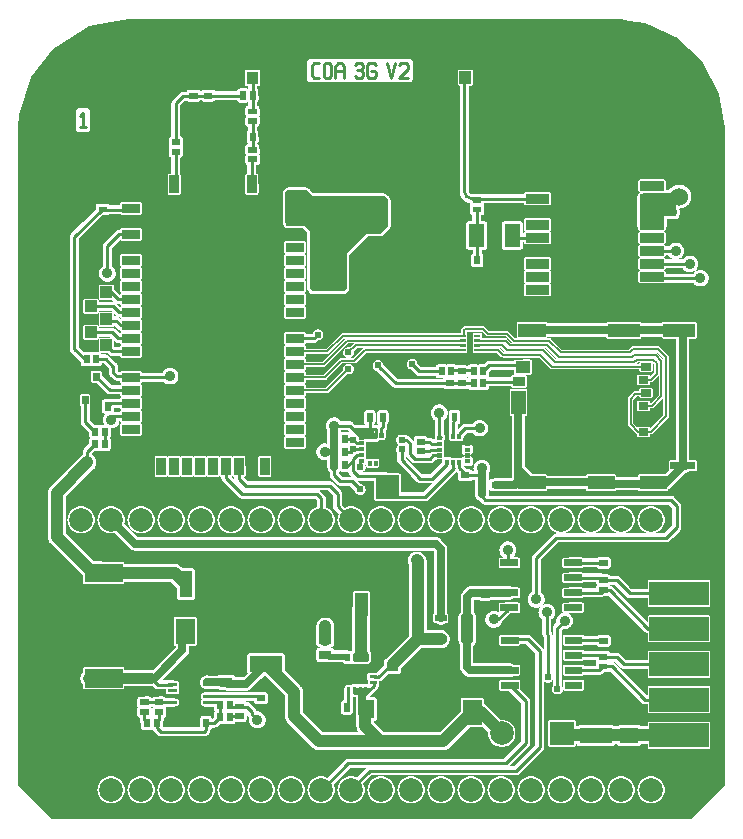
<source format=gbr>
G04 start of page 2 for group 0 idx 0 *
G04 Title: (unknown), top *
G04 Creator: pcb 20140316 *
G04 CreationDate: Fri Aug 26 09:03:46 2016 UTC *
G04 For: clemi *
G04 Format: Gerber/RS-274X *
G04 PCB-Dimensions (mil): 6000.00 5000.00 *
G04 PCB-Coordinate-Origin: lower left *
%MOIN*%
%FSLAX25Y25*%
%LNTOP*%
%ADD50C,0.0236*%
%ADD49C,0.0079*%
%ADD48C,0.0354*%
%ADD47C,0.1000*%
%ADD46C,0.0118*%
%ADD45C,0.0600*%
%ADD44C,0.0240*%
%ADD43C,0.0360*%
%ADD42R,0.0945X0.0945*%
%ADD41R,0.0413X0.0413*%
%ADD40R,0.0472X0.0472*%
%ADD39R,0.0138X0.0138*%
%ADD38R,0.0394X0.0394*%
%ADD37R,0.0056X0.0056*%
%ADD36R,0.0157X0.0157*%
%ADD35R,0.0079X0.0079*%
%ADD34R,0.0098X0.0098*%
%ADD33R,0.0433X0.0433*%
%ADD32R,0.0197X0.0197*%
%ADD31R,0.0295X0.0295*%
%ADD30R,0.0638X0.0638*%
%ADD29R,0.0669X0.0669*%
%ADD28R,0.0237X0.0237*%
%ADD27R,0.0118X0.0118*%
%ADD26R,0.0315X0.0315*%
%ADD25R,0.0630X0.0630*%
%ADD24R,0.0787X0.0787*%
%ADD23R,0.0512X0.0512*%
%ADD22R,0.0197X0.0197*%
%ADD21R,0.0236X0.0236*%
%ADD20C,0.0197*%
%ADD19C,0.0118*%
%ADD18C,0.0787*%
%ADD17C,0.0200*%
%ADD16C,0.0060*%
%ADD15C,0.0350*%
%ADD14C,0.0400*%
%ADD13C,0.0100*%
%ADD12C,0.0250*%
%ADD11C,0.0001*%
G54D11*G36*
X404185Y155402D02*X404237Y155390D01*
X404331Y155384D01*
X404366Y155384D01*
X404379Y155373D01*
X404495Y155302D01*
X404581Y155249D01*
X404799Y155159D01*
X405028Y155104D01*
X405264Y155090D01*
X408011D01*
X408014Y154072D01*
X408051Y153919D01*
X408111Y153774D01*
X408193Y153640D01*
X408195Y153638D01*
X408193Y153636D01*
X408111Y153502D01*
X408051Y153356D01*
X408014Y153203D01*
X408005Y153046D01*
X408009Y151747D01*
X407462Y151200D01*
X407238D01*
X407238Y151234D01*
X407201Y151387D01*
X407141Y151532D01*
X407058Y151667D01*
X406956Y151786D01*
X406837Y151889D01*
X406702Y151971D01*
X406557Y152031D01*
X406404Y152068D01*
X406247Y152077D01*
X404185Y152068D01*
Y155402D01*
G37*
G36*
X501410Y278628D02*X505139D01*
X507213Y276554D01*
X507236Y276527D01*
X507278Y276491D01*
X507066D01*
X505779Y277777D01*
X505756Y277804D01*
X505649Y277896D01*
X505528Y277970D01*
X505397Y278024D01*
X505259Y278057D01*
X505259Y278057D01*
X505118Y278068D01*
X505083Y278065D01*
X501410D01*
Y278628D01*
G37*
G36*
X507072Y261886D02*X507085Y261830D01*
X507121Y261743D01*
X507171Y261662D01*
X507232Y261590D01*
X507304Y261529D01*
X507384Y261479D01*
X507472Y261443D01*
X507563Y261421D01*
X507657Y261416D01*
X511689Y261421D01*
X511780Y261443D01*
X511868Y261479D01*
X511948Y261529D01*
X512020Y261590D01*
X512081Y261662D01*
X512131Y261743D01*
X512167Y261830D01*
X512189Y261922D01*
X512194Y262016D01*
X512189Y265260D01*
X512167Y265351D01*
X512131Y265439D01*
X512081Y265519D01*
X512020Y265591D01*
X511948Y265652D01*
X511868Y265702D01*
X511780Y265738D01*
X511729Y265750D01*
X513342Y265752D01*
X513434Y265774D01*
X513521Y265810D01*
X513602Y265860D01*
X513674Y265921D01*
X513735Y265993D01*
X513784Y266073D01*
X513820Y266160D01*
X513842Y266252D01*
X513848Y266346D01*
X513842Y270378D01*
X513820Y270469D01*
X513784Y270557D01*
X513735Y270637D01*
X513674Y270709D01*
X513602Y270770D01*
X513521Y270820D01*
X513434Y270856D01*
X513342Y270878D01*
X513248Y270883D01*
X508429Y270878D01*
X508338Y270856D01*
X508250Y270820D01*
X508170Y270770D01*
X508098Y270709D01*
X508037Y270637D01*
X507987Y270557D01*
X507951Y270469D01*
X507934Y270398D01*
X501410D01*
Y273116D01*
X502383D01*
X503669Y271829D01*
X503692Y271803D01*
X503800Y271711D01*
X503921Y271637D01*
X504052Y271582D01*
X504189Y271549D01*
X504190D01*
X504331Y271538D01*
X504366Y271541D01*
X516163D01*
X519811Y267892D01*
X519834Y267866D01*
X519942Y267774D01*
X519942Y267774D01*
X520063Y267700D01*
X520193Y267645D01*
X520331Y267612D01*
X520472Y267601D01*
X520508Y267604D01*
X549778D01*
X549780Y267099D01*
X549802Y267007D01*
X549838Y266920D01*
X549887Y266839D01*
X549948Y266767D01*
X550020Y266706D01*
X550101Y266657D01*
X550188Y266621D01*
X550280Y266598D01*
X550374Y266593D01*
X553618Y266598D01*
X553710Y266621D01*
X553797Y266657D01*
X553877Y266706D01*
X553949Y266767D01*
X554011Y266839D01*
X554060Y266920D01*
X554096Y267007D01*
X554118Y267099D01*
X554124Y267193D01*
X554118Y269649D01*
X554096Y269741D01*
X554060Y269828D01*
X554011Y269909D01*
X553983Y269941D01*
X554612Y269312D01*
Y266515D01*
X553331Y265234D01*
X553331Y265319D01*
X553309Y265410D01*
X553272Y265498D01*
X553223Y265578D01*
X553162Y265650D01*
X553090Y265711D01*
X553009Y265761D01*
X552922Y265797D01*
X552830Y265819D01*
X552736Y265824D01*
X549492Y265819D01*
X549401Y265797D01*
X549313Y265761D01*
X549233Y265711D01*
X549161Y265650D01*
X549100Y265578D01*
X549050Y265498D01*
X549014Y265410D01*
X548992Y265319D01*
X548987Y265224D01*
X548992Y262768D01*
X549014Y262676D01*
X549050Y262589D01*
X549100Y262508D01*
X549161Y262437D01*
X549233Y262375D01*
X549313Y262326D01*
X549401Y262290D01*
X549492Y262268D01*
X549587Y262262D01*
X552830Y262268D01*
X552922Y262290D01*
X553009Y262326D01*
X553090Y262375D01*
X553162Y262437D01*
X553223Y262508D01*
X553272Y262589D01*
X553309Y262676D01*
X553331Y262768D01*
X553336Y262862D01*
X553335Y263273D01*
X553508D01*
X553543Y263270D01*
X553684Y263282D01*
X553685Y263282D01*
X553822Y263315D01*
X553953Y263369D01*
X554074Y263443D01*
X554182Y263535D01*
X554205Y263562D01*
X556123Y265480D01*
X556150Y265503D01*
X556187Y265546D01*
Y259034D01*
X553564Y256412D01*
X553331D01*
X553331Y256657D01*
X553309Y256749D01*
X553272Y256836D01*
X553223Y256917D01*
X553162Y256989D01*
X553090Y257050D01*
X553009Y257099D01*
X552922Y257135D01*
X552830Y257157D01*
X552736Y257163D01*
X549492Y257157D01*
X549401Y257135D01*
X549313Y257099D01*
X549233Y257050D01*
X549161Y256989D01*
X549100Y256917D01*
X549050Y256836D01*
X549014Y256749D01*
X548992Y256657D01*
X548987Y256563D01*
X548992Y254107D01*
X549014Y254015D01*
X549050Y253928D01*
X549100Y253847D01*
X549161Y253775D01*
X549233Y253714D01*
X549313Y253665D01*
X549401Y253628D01*
X549492Y253606D01*
X549587Y253601D01*
X552830Y253606D01*
X552922Y253628D01*
X553009Y253665D01*
X553090Y253714D01*
X553162Y253775D01*
X553223Y253847D01*
X553272Y253928D01*
X553309Y254015D01*
X553331Y254107D01*
X553336Y254201D01*
X553335Y254612D01*
X553902D01*
X553937Y254609D01*
X554078Y254620D01*
X554078Y254620D01*
X554216Y254653D01*
X554347Y254707D01*
X554468Y254781D01*
X554575Y254873D01*
X554598Y254900D01*
X557698Y258000D01*
X557725Y258023D01*
X557761Y258066D01*
Y252341D01*
X553331Y247911D01*
X553331Y247996D01*
X553309Y248088D01*
X553272Y248175D01*
X553223Y248255D01*
X553162Y248327D01*
X553090Y248388D01*
X553009Y248438D01*
X552922Y248474D01*
X552830Y248496D01*
X552736Y248502D01*
X549492Y248496D01*
X549401Y248474D01*
X549313Y248438D01*
X549233Y248388D01*
X549161Y248327D01*
X549100Y248255D01*
X549092Y248243D01*
X547750Y249585D01*
Y257501D01*
X548798Y258549D01*
X549779D01*
X549780Y258437D01*
X549802Y258346D01*
X549838Y258258D01*
X549887Y258178D01*
X549948Y258106D01*
X550020Y258045D01*
X550101Y257995D01*
X550188Y257959D01*
X550280Y257937D01*
X550374Y257931D01*
X553618Y257937D01*
X553710Y257959D01*
X553797Y257995D01*
X553877Y258045D01*
X553949Y258106D01*
X554011Y258178D01*
X554060Y258258D01*
X554096Y258346D01*
X554118Y258437D01*
X554124Y258531D01*
X554118Y260988D01*
X554096Y261080D01*
X554060Y261167D01*
X554011Y261247D01*
X553949Y261319D01*
X553877Y261381D01*
X553797Y261430D01*
X553710Y261466D01*
X553618Y261488D01*
X553524Y261494D01*
X550280Y261488D01*
X550188Y261466D01*
X550101Y261430D01*
X550020Y261381D01*
X549948Y261319D01*
X549887Y261247D01*
X549838Y261167D01*
X549802Y261080D01*
X549780Y260988D01*
X549774Y260894D01*
X549775Y260349D01*
X548461D01*
X548425Y260352D01*
X548284Y260340D01*
X548146Y260307D01*
X548015Y260253D01*
X547895Y260179D01*
X547894Y260179D01*
X547787Y260087D01*
X547764Y260060D01*
X546239Y258535D01*
X546212Y258512D01*
X546120Y258405D01*
X546046Y258284D01*
X545992Y258153D01*
X545959Y258015D01*
X545959Y258015D01*
X545948Y257874D01*
X545950Y257839D01*
Y249248D01*
X545948Y249213D01*
X545959Y249071D01*
Y249071D01*
X545992Y248934D01*
X546046Y248803D01*
X546120Y248682D01*
X546212Y248574D01*
X546239Y248551D01*
X548551Y246239D01*
X548574Y246212D01*
X548682Y246120D01*
X548803Y246046D01*
X548934Y245992D01*
X548991Y245978D01*
X548992Y245445D01*
X549014Y245353D01*
X549050Y245266D01*
X549100Y245186D01*
X549161Y245114D01*
X549233Y245052D01*
X549313Y245003D01*
X549401Y244967D01*
X549492Y244945D01*
X549587Y244939D01*
X552830Y244945D01*
X552922Y244967D01*
X553009Y245003D01*
X553090Y245052D01*
X553162Y245114D01*
X553223Y245186D01*
X553272Y245266D01*
X553309Y245353D01*
X553331Y245445D01*
X553336Y245539D01*
X553335Y245950D01*
X553508D01*
X553543Y245948D01*
X553684Y245959D01*
X553685Y245959D01*
X553822Y245992D01*
X553953Y246046D01*
X554074Y246120D01*
X554182Y246212D01*
X554205Y246239D01*
X559273Y251307D01*
X559300Y251330D01*
X559392Y251438D01*
X559392Y251438D01*
X559466Y251559D01*
X559520Y251690D01*
X559553Y251827D01*
X559564Y251969D01*
X559561Y252004D01*
Y271618D01*
X559564Y271654D01*
X559553Y271795D01*
X559520Y271933D01*
X559466Y272063D01*
X559420Y272137D01*
X559392Y272184D01*
X559300Y272292D01*
X559273Y272315D01*
X556567Y275021D01*
X556544Y275048D01*
X556436Y275140D01*
X556315Y275214D01*
X556184Y275268D01*
X556047Y275301D01*
X556047Y275301D01*
X555906Y275312D01*
X555870Y275309D01*
X547673D01*
X547638Y275312D01*
X547497Y275301D01*
X547359Y275268D01*
X547228Y275214D01*
X547107Y275140D01*
X546999Y275048D01*
X546976Y275021D01*
X546084Y274128D01*
X523995D01*
X520346Y277777D01*
X520323Y277804D01*
X520216Y277896D01*
X520169Y277924D01*
X520095Y277970D01*
X519964Y278024D01*
X519826Y278057D01*
X519685Y278068D01*
X519650Y278065D01*
X518959D01*
X518971Y278079D01*
X519021Y278160D01*
X519057Y278247D01*
X519079Y278339D01*
X519084Y278433D01*
X519084Y278459D01*
X538638D01*
X538638Y278339D01*
X538660Y278247D01*
X538696Y278160D01*
X538745Y278079D01*
X538807Y278008D01*
X538879Y277946D01*
X538959Y277897D01*
X539046Y277861D01*
X539138Y277839D01*
X539232Y277833D01*
X549956Y277839D01*
X550048Y277861D01*
X550135Y277897D01*
X550216Y277946D01*
X550288Y278008D01*
X550349Y278079D01*
X550398Y278160D01*
X550435Y278247D01*
X550457Y278339D01*
X550462Y278433D01*
X550462Y278459D01*
X557142D01*
X557142Y278339D01*
X557164Y278247D01*
X557200Y278160D01*
X557249Y278079D01*
X557311Y278008D01*
X557382Y277946D01*
X557463Y277897D01*
X557550Y277861D01*
X557642Y277839D01*
X557736Y277833D01*
X561923Y277835D01*
Y237257D01*
X560004Y237256D01*
X559912Y237234D01*
X559825Y237198D01*
X559745Y237148D01*
X559673Y237087D01*
X559612Y237015D01*
X559562Y236935D01*
X559526Y236847D01*
X559504Y236756D01*
X559498Y236661D01*
X559504Y234205D01*
X559526Y234113D01*
X559562Y234026D01*
X559571Y234012D01*
X558134Y232576D01*
X549689Y232571D01*
X549597Y232549D01*
X549510Y232513D01*
X549430Y232463D01*
X549358Y232402D01*
X549297Y232330D01*
X549247Y232250D01*
X549211Y232162D01*
X549189Y232071D01*
X549183Y231976D01*
X549184Y231778D01*
X542111D01*
X542110Y232071D01*
X542088Y232162D01*
X542052Y232250D01*
X542003Y232330D01*
X541941Y232402D01*
X541870Y232463D01*
X541789Y232513D01*
X541702Y232549D01*
X541610Y232571D01*
X541516Y232576D01*
X532366Y232571D01*
X532275Y232549D01*
X532187Y232513D01*
X532107Y232463D01*
X532035Y232402D01*
X531974Y232330D01*
X531924Y232250D01*
X531892Y232171D01*
X519053D01*
X519021Y232250D01*
X518971Y232330D01*
X518910Y232402D01*
X518838Y232463D01*
X518757Y232513D01*
X518670Y232549D01*
X518578Y232571D01*
X518484Y232576D01*
X514309Y232574D01*
X511699Y235184D01*
Y251972D01*
X511885Y251972D01*
X511977Y251995D01*
X512065Y252031D01*
X512145Y252080D01*
X512217Y252141D01*
X512278Y252213D01*
X512328Y252294D01*
X512364Y252381D01*
X512386Y252473D01*
X512391Y252567D01*
X512386Y260535D01*
X512364Y260627D01*
X512328Y260714D01*
X512278Y260795D01*
X512217Y260867D01*
X512145Y260928D01*
X512065Y260977D01*
X511977Y261013D01*
X511885Y261035D01*
X511791Y261041D01*
X506973Y261035D01*
X506881Y261013D01*
X506794Y260977D01*
X506713Y260928D01*
X506641Y260867D01*
X506580Y260795D01*
X506531Y260714D01*
X506495Y260627D01*
X506472Y260535D01*
X506467Y260441D01*
X506472Y252473D01*
X506495Y252381D01*
X506531Y252294D01*
X506580Y252213D01*
X506641Y252141D01*
X506713Y252080D01*
X506794Y252031D01*
X506881Y251995D01*
X506973Y251972D01*
X507067Y251967D01*
X507199Y251967D01*
Y234340D01*
X507192Y234252D01*
X507209Y234033D01*
X507199Y233858D01*
Y231388D01*
X502000D01*
X501647Y231367D01*
X501410Y231310D01*
Y261886D01*
X507072D01*
G37*
G36*
X513654Y188715D02*X513703Y188673D01*
X514079Y188442D01*
X514486Y188274D01*
X514915Y188171D01*
X515354Y188136D01*
X515794Y188171D01*
X516222Y188274D01*
X516629Y188442D01*
X516974Y188654D01*
X516912Y188600D01*
X516625Y188265D01*
X516395Y187889D01*
X516226Y187482D01*
X516124Y187054D01*
X516089Y186614D01*
X516124Y186175D01*
X516226Y185746D01*
X516395Y185339D01*
X516625Y184963D01*
X516912Y184628D01*
X517247Y184342D01*
X517398Y184249D01*
Y179586D01*
X517393Y179528D01*
X517412Y179292D01*
X517467Y179063D01*
X517557Y178844D01*
X517680Y178643D01*
X517791Y178513D01*
Y174443D01*
X517753Y174506D01*
X517599Y174686D01*
X517555Y174724D01*
X513701Y178578D01*
X513662Y178623D01*
X513654Y178630D01*
Y188715D01*
G37*
G36*
Y222516D02*X559615D01*
X560705Y221426D01*
Y215582D01*
X558040Y212917D01*
X554009D01*
X554373Y212946D01*
X555068Y213113D01*
X555728Y213386D01*
X556336Y213759D01*
X556879Y214223D01*
X557343Y214766D01*
X557716Y215375D01*
X557990Y216035D01*
X558156Y216729D01*
X558198Y217441D01*
X558156Y218153D01*
X557990Y218847D01*
X557716Y219507D01*
X557343Y220116D01*
X556879Y220659D01*
X556336Y221123D01*
X555728Y221496D01*
X555068Y221769D01*
X554373Y221936D01*
X553661Y221992D01*
X552949Y221936D01*
X552255Y221769D01*
X551595Y221496D01*
X550986Y221123D01*
X550443Y220659D01*
X549980Y220116D01*
X549606Y219507D01*
X549333Y218847D01*
X549166Y218153D01*
X549110Y217441D01*
X549166Y216729D01*
X549333Y216035D01*
X549606Y215375D01*
X549980Y214766D01*
X550443Y214223D01*
X550986Y213759D01*
X551595Y213386D01*
X552255Y213113D01*
X552949Y212946D01*
X553313Y212917D01*
X544009D01*
X544373Y212946D01*
X545068Y213113D01*
X545728Y213386D01*
X546336Y213759D01*
X546879Y214223D01*
X547343Y214766D01*
X547716Y215375D01*
X547990Y216035D01*
X548156Y216729D01*
X548198Y217441D01*
X548156Y218153D01*
X547990Y218847D01*
X547716Y219507D01*
X547343Y220116D01*
X546879Y220659D01*
X546336Y221123D01*
X545728Y221496D01*
X545068Y221769D01*
X544373Y221936D01*
X543661Y221992D01*
X542949Y221936D01*
X542255Y221769D01*
X541595Y221496D01*
X540986Y221123D01*
X540443Y220659D01*
X539980Y220116D01*
X539606Y219507D01*
X539333Y218847D01*
X539166Y218153D01*
X539110Y217441D01*
X539166Y216729D01*
X539333Y216035D01*
X539606Y215375D01*
X539980Y214766D01*
X540443Y214223D01*
X540986Y213759D01*
X541595Y213386D01*
X542255Y213113D01*
X542949Y212946D01*
X543313Y212917D01*
X534009D01*
X534373Y212946D01*
X535068Y213113D01*
X535728Y213386D01*
X536336Y213759D01*
X536879Y214223D01*
X537343Y214766D01*
X537716Y215375D01*
X537990Y216035D01*
X538156Y216729D01*
X538198Y217441D01*
X538156Y218153D01*
X537990Y218847D01*
X537716Y219507D01*
X537343Y220116D01*
X536879Y220659D01*
X536336Y221123D01*
X535728Y221496D01*
X535068Y221769D01*
X534373Y221936D01*
X533661Y221992D01*
X532949Y221936D01*
X532255Y221769D01*
X531595Y221496D01*
X530986Y221123D01*
X530443Y220659D01*
X529980Y220116D01*
X529606Y219507D01*
X529333Y218847D01*
X529166Y218153D01*
X529110Y217441D01*
X529166Y216729D01*
X529333Y216035D01*
X529606Y215375D01*
X529980Y214766D01*
X530443Y214223D01*
X530986Y213759D01*
X531595Y213386D01*
X532255Y213113D01*
X532949Y212946D01*
X533313Y212917D01*
X524009D01*
X524373Y212946D01*
X525068Y213113D01*
X525728Y213386D01*
X526336Y213759D01*
X526879Y214223D01*
X527343Y214766D01*
X527716Y215375D01*
X527990Y216035D01*
X528156Y216729D01*
X528198Y217441D01*
X528156Y218153D01*
X527990Y218847D01*
X527716Y219507D01*
X527343Y220116D01*
X526879Y220659D01*
X526336Y221123D01*
X525728Y221496D01*
X525068Y221769D01*
X524373Y221936D01*
X523661Y221992D01*
X522949Y221936D01*
X522255Y221769D01*
X521595Y221496D01*
X520986Y221123D01*
X520443Y220659D01*
X519980Y220116D01*
X519606Y219507D01*
X519333Y218847D01*
X519166Y218153D01*
X519110Y217441D01*
X519166Y216729D01*
X519333Y216035D01*
X519606Y215375D01*
X519980Y214766D01*
X520443Y214223D01*
X520986Y213759D01*
X521595Y213386D01*
X522255Y213113D01*
X522949Y212946D01*
X523313Y212917D01*
X522106D01*
X522047Y212922D01*
X521812Y212903D01*
X521582Y212848D01*
X521364Y212758D01*
X521163Y212635D01*
X521163Y212634D01*
X520983Y212481D01*
X520945Y212436D01*
X514335Y205827D01*
X514290Y205788D01*
X514137Y205609D01*
X514014Y205407D01*
X513923Y205189D01*
X513868Y204960D01*
X513868Y204959D01*
X513850Y204724D01*
X513854Y204666D01*
Y193310D01*
X513703Y193217D01*
X513654Y193175D01*
Y212890D01*
X513661Y212890D01*
X514373Y212946D01*
X515068Y213113D01*
X515728Y213386D01*
X516336Y213759D01*
X516879Y214223D01*
X517343Y214766D01*
X517716Y215375D01*
X517990Y216035D01*
X518156Y216729D01*
X518198Y217441D01*
X518156Y218153D01*
X517990Y218847D01*
X517716Y219507D01*
X517343Y220116D01*
X516879Y220659D01*
X516336Y221123D01*
X515728Y221496D01*
X515068Y221769D01*
X514373Y221936D01*
X513661Y221992D01*
X513654Y221991D01*
Y222516D01*
G37*
G36*
X506382Y185981D02*X506725Y186324D01*
X509429Y186327D01*
X509521Y186349D01*
X509608Y186385D01*
X509688Y186434D01*
X509760Y186496D01*
X509822Y186568D01*
X509871Y186648D01*
X509907Y186735D01*
X509929Y186827D01*
X509935Y186921D01*
X509929Y189378D01*
X509907Y189469D01*
X509871Y189557D01*
X509822Y189637D01*
X509760Y189709D01*
X509688Y189770D01*
X509608Y189820D01*
X509521Y189856D01*
X509429Y189878D01*
X509335Y189883D01*
X506382Y189881D01*
Y190852D01*
X506735Y190873D01*
X507079Y190956D01*
X507407Y191091D01*
X507708Y191276D01*
X507766Y191325D01*
X509429Y191327D01*
X509521Y191349D01*
X509608Y191385D01*
X509688Y191434D01*
X509760Y191496D01*
X509822Y191568D01*
X509871Y191648D01*
X509907Y191735D01*
X509929Y191827D01*
X509935Y191921D01*
X509929Y194378D01*
X509907Y194469D01*
X509871Y194557D01*
X509822Y194637D01*
X509760Y194709D01*
X509688Y194770D01*
X509608Y194820D01*
X509521Y194856D01*
X509429Y194878D01*
X509335Y194883D01*
X507763Y194882D01*
X507708Y194928D01*
X507407Y195113D01*
X507079Y195249D01*
X506735Y195332D01*
X506382Y195352D01*
Y201324D01*
X509429Y201327D01*
X509521Y201349D01*
X509608Y201385D01*
X509688Y201434D01*
X509760Y201496D01*
X509822Y201568D01*
X509871Y201648D01*
X509907Y201735D01*
X509929Y201827D01*
X509935Y201921D01*
X509929Y204378D01*
X509907Y204469D01*
X509871Y204557D01*
X509822Y204637D01*
X509760Y204709D01*
X509688Y204770D01*
X509608Y204820D01*
X509521Y204856D01*
X509429Y204878D01*
X509335Y204883D01*
X507406Y204882D01*
Y205116D01*
X507556Y205208D01*
X507892Y205494D01*
X508178Y205829D01*
X508408Y206205D01*
X508577Y206612D01*
X508680Y207041D01*
X508706Y207480D01*
X508680Y207920D01*
X508577Y208348D01*
X508408Y208755D01*
X508178Y209131D01*
X507892Y209466D01*
X507556Y209753D01*
X507181Y209983D01*
X506773Y210151D01*
X506382Y210245D01*
Y213798D01*
X506879Y214223D01*
X507343Y214766D01*
X507716Y215375D01*
X507990Y216035D01*
X508156Y216729D01*
X508198Y217441D01*
X508156Y218153D01*
X507990Y218847D01*
X507716Y219507D01*
X507343Y220116D01*
X506879Y220659D01*
X506382Y221084D01*
Y222516D01*
X513654D01*
Y221991D01*
X512949Y221936D01*
X512255Y221769D01*
X511595Y221496D01*
X510986Y221123D01*
X510443Y220659D01*
X509980Y220116D01*
X509606Y219507D01*
X509333Y218847D01*
X509166Y218153D01*
X509110Y217441D01*
X509166Y216729D01*
X509333Y216035D01*
X509606Y215375D01*
X509980Y214766D01*
X510443Y214223D01*
X510986Y213759D01*
X511595Y213386D01*
X512255Y213113D01*
X512949Y212946D01*
X513654Y212890D01*
Y193175D01*
X513368Y192931D01*
X513082Y192596D01*
X512852Y192220D01*
X512683Y191813D01*
X512580Y191384D01*
X512546Y190945D01*
X512580Y190506D01*
X512683Y190077D01*
X512852Y189670D01*
X513082Y189294D01*
X513368Y188959D01*
X513654Y188715D01*
Y178630D01*
X513483Y178776D01*
X513282Y178900D01*
X513063Y178990D01*
X512834Y179045D01*
X512598Y179064D01*
X512540Y179059D01*
X509672D01*
X509590Y179079D01*
X509496Y179084D01*
X506382Y179081D01*
Y185981D01*
G37*
G36*
Y165059D02*X506543Y165046D01*
X506896Y165074D01*
X507241Y165157D01*
X507568Y165292D01*
X507870Y165477D01*
X507927Y165526D01*
X509590Y165528D01*
X509682Y165550D01*
X509769Y165586D01*
X509850Y165635D01*
X509922Y165696D01*
X509983Y165768D01*
X510032Y165849D01*
X510068Y165936D01*
X510091Y166028D01*
X510096Y166122D01*
X510091Y168578D01*
X510068Y168670D01*
X510032Y168757D01*
X509983Y168838D01*
X509922Y168910D01*
X509850Y168971D01*
X509769Y169021D01*
X509682Y169057D01*
X509590Y169079D01*
X509496Y169084D01*
X507927Y169083D01*
X507850Y169149D01*
X507548Y169334D01*
X507221Y169469D01*
X506877Y169552D01*
X506877Y169552D01*
X506524Y169580D01*
X506435Y169573D01*
X506382D01*
Y175525D01*
X509590Y175528D01*
X509682Y175550D01*
X509769Y175586D01*
X509850Y175635D01*
X509922Y175696D01*
X509983Y175768D01*
X510032Y175849D01*
X510068Y175936D01*
X510091Y176028D01*
X510092Y176059D01*
X511977D01*
X515035Y173001D01*
Y142354D01*
X508040Y135358D01*
X506382D01*
Y135363D01*
X512830Y141811D01*
X512875Y141849D01*
X513028Y142029D01*
X513028Y142029D01*
X513152Y142230D01*
X513242Y142448D01*
X513297Y142678D01*
X513316Y142913D01*
X513311Y142972D01*
Y156977D01*
X513316Y157035D01*
X513297Y157271D01*
X513297Y157271D01*
X513242Y157500D01*
X513152Y157719D01*
X513028Y157920D01*
X512875Y158099D01*
X512830Y158138D01*
X510058Y160910D01*
X510068Y160936D01*
X510091Y161028D01*
X510096Y161122D01*
X510091Y163578D01*
X510068Y163670D01*
X510032Y163757D01*
X509983Y163838D01*
X509922Y163910D01*
X509850Y163971D01*
X509769Y164021D01*
X509682Y164057D01*
X509590Y164079D01*
X509496Y164084D01*
X506382Y164081D01*
Y165059D01*
G37*
G36*
Y142431D02*X506545Y142531D01*
X507088Y142995D01*
X507552Y143538D01*
X507925Y144146D01*
X508198Y144806D01*
X508365Y145501D01*
X508407Y146213D01*
X508365Y146925D01*
X508198Y147619D01*
X507925Y148279D01*
X507552Y148888D01*
X507088Y149431D01*
X506545Y149894D01*
X506382Y149994D01*
Y160343D01*
X510311Y156414D01*
Y143535D01*
X506382Y139606D01*
Y142431D01*
G37*
G36*
Y135358D02*X506377D01*
X506382Y135363D01*
Y135358D01*
G37*
G36*
Y221084D02*X506336Y221123D01*
X505728Y221496D01*
X505068Y221769D01*
X504373Y221936D01*
X503661Y221992D01*
X502949Y221936D01*
X502255Y221769D01*
X501595Y221496D01*
X501410Y221382D01*
Y222516D01*
X506382D01*
Y221084D01*
G37*
G36*
Y195352D02*X501410D01*
Y213500D01*
X501595Y213386D01*
X502255Y213113D01*
X502949Y212946D01*
X503661Y212890D01*
X504373Y212946D01*
X505068Y213113D01*
X505728Y213386D01*
X506336Y213759D01*
X506382Y213798D01*
Y210245D01*
X506345Y210254D01*
X505906Y210289D01*
X505466Y210254D01*
X505038Y210151D01*
X504630Y209983D01*
X504255Y209753D01*
X503920Y209466D01*
X503633Y209131D01*
X503403Y208755D01*
X503234Y208348D01*
X503131Y207920D01*
X503097Y207480D01*
X503131Y207041D01*
X503234Y206612D01*
X503403Y206205D01*
X503633Y205829D01*
X503920Y205494D01*
X504255Y205208D01*
X504406Y205116D01*
Y204879D01*
X503335Y204878D01*
X503243Y204856D01*
X503156Y204820D01*
X503075Y204770D01*
X503004Y204709D01*
X502942Y204637D01*
X502893Y204557D01*
X502857Y204469D01*
X502835Y204378D01*
X502829Y204283D01*
X502835Y201827D01*
X502857Y201735D01*
X502893Y201648D01*
X502942Y201568D01*
X503004Y201496D01*
X503075Y201434D01*
X503156Y201385D01*
X503243Y201349D01*
X503335Y201327D01*
X503429Y201321D01*
X506382Y201324D01*
Y195352D01*
G37*
G36*
Y189881D02*X503335Y189878D01*
X503243Y189856D01*
X503156Y189820D01*
X503075Y189770D01*
X503004Y189709D01*
X502942Y189637D01*
X502893Y189557D01*
X502857Y189469D01*
X502835Y189378D01*
X502829Y189283D01*
X502835Y186827D01*
X502857Y186735D01*
X502868Y186709D01*
X502739Y186581D01*
X502456Y186754D01*
X502049Y186923D01*
X501620Y187026D01*
X501410Y187043D01*
Y190852D01*
X506382D01*
Y189881D01*
G37*
G36*
Y169573D02*X501410D01*
Y181461D01*
X501620Y181478D01*
X502049Y181581D01*
X502456Y181749D01*
X502832Y181980D01*
X503167Y182266D01*
X503453Y182601D01*
X503684Y182977D01*
X503852Y183384D01*
X503874Y183473D01*
X506382Y185981D01*
Y179081D01*
X503496Y179079D01*
X503405Y179057D01*
X503317Y179021D01*
X503237Y178971D01*
X503165Y178910D01*
X503104Y178838D01*
X503054Y178757D01*
X503018Y178670D01*
X502996Y178578D01*
X502991Y178484D01*
X502996Y176028D01*
X503018Y175936D01*
X503054Y175849D01*
X503104Y175768D01*
X503165Y175696D01*
X503237Y175635D01*
X503317Y175586D01*
X503405Y175550D01*
X503496Y175528D01*
X503591Y175522D01*
X506382Y175525D01*
Y169573D01*
G37*
G36*
Y149994D02*X505936Y150268D01*
X505276Y150541D01*
X504582Y150708D01*
X503870Y150764D01*
X503584Y150741D01*
X501410Y152915D01*
Y165073D01*
X506205D01*
X506382Y165059D01*
Y164081D01*
X503496Y164079D01*
X503405Y164057D01*
X503317Y164021D01*
X503237Y163971D01*
X503165Y163910D01*
X503104Y163838D01*
X503054Y163757D01*
X503018Y163670D01*
X502996Y163578D01*
X502991Y163484D01*
X502996Y161028D01*
X503018Y160936D01*
X503054Y160849D01*
X503104Y160768D01*
X503165Y160696D01*
X503237Y160635D01*
X503317Y160586D01*
X503405Y160550D01*
X503496Y160528D01*
X503591Y160522D01*
X506201Y160524D01*
X506382Y160343D01*
Y149994D01*
G37*
G36*
X501410Y142399D02*X501804Y142158D01*
X502464Y141884D01*
X503158Y141718D01*
X503870Y141662D01*
X504582Y141718D01*
X505276Y141884D01*
X505936Y142158D01*
X506382Y142431D01*
Y139606D01*
X504497Y137720D01*
X501410D01*
Y142399D01*
G37*
G36*
X560901Y378766D02*X561811Y378346D01*
X570472Y370472D01*
X576378Y359449D01*
X578346Y348031D01*
Y129134D01*
X566929Y117717D01*
X560901D01*
Y141123D01*
X572885Y141126D01*
X572977Y141148D01*
X573065Y141184D01*
X573145Y141234D01*
X573217Y141295D01*
X573278Y141367D01*
X573328Y141447D01*
X573364Y141534D01*
X573386Y141626D01*
X573391Y141720D01*
X573386Y149689D01*
X573364Y149780D01*
X573328Y149868D01*
X573278Y149948D01*
X573217Y150020D01*
X573145Y150081D01*
X573065Y150131D01*
X572977Y150167D01*
X572885Y150189D01*
X572791Y150194D01*
X560901Y150191D01*
Y152934D01*
X572885Y152937D01*
X572977Y152959D01*
X573065Y152995D01*
X573145Y153045D01*
X573217Y153106D01*
X573278Y153178D01*
X573328Y153258D01*
X573364Y153346D01*
X573386Y153437D01*
X573391Y153532D01*
X573386Y161500D01*
X573364Y161591D01*
X573328Y161679D01*
X573278Y161759D01*
X573217Y161831D01*
X573145Y161892D01*
X573065Y161942D01*
X572977Y161978D01*
X572885Y162000D01*
X572791Y162006D01*
X560901Y162002D01*
Y164745D01*
X572885Y164748D01*
X572977Y164770D01*
X573065Y164806D01*
X573145Y164856D01*
X573217Y164917D01*
X573278Y164989D01*
X573328Y165069D01*
X573364Y165157D01*
X573386Y165248D01*
X573391Y165343D01*
X573386Y173311D01*
X573364Y173403D01*
X573328Y173490D01*
X573278Y173570D01*
X573217Y173642D01*
X573145Y173703D01*
X573065Y173753D01*
X572977Y173789D01*
X572885Y173811D01*
X572791Y173817D01*
X560901Y173813D01*
Y176556D01*
X572885Y176559D01*
X572977Y176581D01*
X573065Y176617D01*
X573145Y176667D01*
X573217Y176728D01*
X573278Y176800D01*
X573328Y176880D01*
X573364Y176968D01*
X573386Y177059D01*
X573391Y177154D01*
X573386Y185122D01*
X573364Y185214D01*
X573328Y185301D01*
X573278Y185381D01*
X573217Y185453D01*
X573145Y185514D01*
X573065Y185564D01*
X572977Y185600D01*
X572885Y185622D01*
X572791Y185628D01*
X560901Y185624D01*
Y188367D01*
X572885Y188370D01*
X572977Y188392D01*
X573065Y188428D01*
X573145Y188478D01*
X573217Y188539D01*
X573278Y188611D01*
X573328Y188691D01*
X573364Y188779D01*
X573386Y188870D01*
X573391Y188965D01*
X573386Y196933D01*
X573364Y197025D01*
X573328Y197112D01*
X573278Y197192D01*
X573217Y197264D01*
X573145Y197325D01*
X573065Y197375D01*
X572977Y197411D01*
X572885Y197433D01*
X572791Y197439D01*
X560901Y197435D01*
Y211536D01*
X563224Y213858D01*
X563269Y213897D01*
X563422Y214076D01*
X563422Y214076D01*
X563545Y214278D01*
X563636Y214496D01*
X563691Y214725D01*
X563709Y214961D01*
X563705Y215019D01*
Y221988D01*
X563709Y222047D01*
X563691Y222282D01*
X563691Y222283D01*
X563636Y222512D01*
X563545Y222730D01*
X563422Y222932D01*
X563269Y223111D01*
X563224Y223150D01*
X561338Y225035D01*
X561300Y225080D01*
X561121Y225233D01*
X560919Y225356D01*
X560901Y225364D01*
Y228979D01*
X565110Y233188D01*
X565314Y233204D01*
X565658Y233287D01*
X565985Y233422D01*
X566287Y233607D01*
X566400Y233703D01*
X568460Y233705D01*
X568552Y233727D01*
X568639Y233763D01*
X568720Y233812D01*
X568792Y233874D01*
X568853Y233945D01*
X568902Y234026D01*
X568939Y234113D01*
X568961Y234205D01*
X568966Y234299D01*
X568961Y236756D01*
X568939Y236847D01*
X568902Y236935D01*
X568853Y237015D01*
X568792Y237087D01*
X568720Y237148D01*
X568639Y237198D01*
X568552Y237234D01*
X568460Y237256D01*
X568366Y237261D01*
X566423Y237260D01*
Y277838D01*
X568460Y277839D01*
X568552Y277861D01*
X568639Y277897D01*
X568720Y277946D01*
X568792Y278008D01*
X568853Y278079D01*
X568902Y278160D01*
X568939Y278247D01*
X568961Y278339D01*
X568966Y278433D01*
X568961Y282858D01*
X568939Y282950D01*
X568902Y283037D01*
X568853Y283118D01*
X568792Y283189D01*
X568720Y283251D01*
X568639Y283300D01*
X568552Y283336D01*
X568460Y283358D01*
X568366Y283364D01*
X560901Y283360D01*
Y296531D01*
X567714D01*
X567807Y296381D01*
X568093Y296045D01*
X568428Y295759D01*
X568804Y295529D01*
X569211Y295360D01*
X569639Y295257D01*
X570079Y295223D01*
X570518Y295257D01*
X570947Y295360D01*
X571354Y295529D01*
X571730Y295759D01*
X572065Y296045D01*
X572351Y296381D01*
X572581Y296756D01*
X572750Y297164D01*
X572853Y297592D01*
X572879Y298031D01*
X572853Y298471D01*
X572750Y298899D01*
X572581Y299307D01*
X572351Y299682D01*
X572065Y300018D01*
X571730Y300304D01*
X571354Y300534D01*
X570947Y300703D01*
X570518Y300806D01*
X570079Y300840D01*
X569639Y300806D01*
X569211Y300703D01*
X568804Y300534D01*
X568428Y300304D01*
X568093Y300018D01*
X567807Y299682D01*
X567714Y299532D01*
X560901D01*
Y301256D01*
X564171D01*
X564263Y301105D01*
X564549Y300770D01*
X564885Y300484D01*
X565260Y300253D01*
X565668Y300085D01*
X566096Y299982D01*
X566535Y299947D01*
X566975Y299982D01*
X567403Y300085D01*
X567811Y300253D01*
X568186Y300484D01*
X568521Y300770D01*
X568808Y301105D01*
X569038Y301481D01*
X569207Y301888D01*
X569309Y302317D01*
X569335Y302756D01*
X569309Y303195D01*
X569207Y303624D01*
X569038Y304031D01*
X568808Y304407D01*
X568521Y304742D01*
X568186Y305028D01*
X567811Y305258D01*
X567403Y305427D01*
X566975Y305530D01*
X566535Y305565D01*
X566096Y305530D01*
X565668Y305427D01*
X565260Y305258D01*
X564885Y305028D01*
X564549Y304742D01*
X564263Y304407D01*
X564171Y304256D01*
X560901D01*
Y304433D01*
X560943Y304415D01*
X561372Y304313D01*
X561811Y304278D01*
X562250Y304313D01*
X562679Y304415D01*
X563086Y304584D01*
X563462Y304814D01*
X563797Y305101D01*
X564083Y305436D01*
X564314Y305812D01*
X564482Y306219D01*
X564585Y306647D01*
X564611Y307087D01*
X564585Y307526D01*
X564482Y307955D01*
X564314Y308362D01*
X564083Y308737D01*
X563797Y309073D01*
X563462Y309359D01*
X563086Y309589D01*
X562679Y309758D01*
X562250Y309861D01*
X561811Y309895D01*
X561372Y309861D01*
X560943Y309758D01*
X560901Y309741D01*
Y317705D01*
X562244Y317711D01*
X562397Y317748D01*
X562543Y317808D01*
X562677Y317890D01*
X562796Y317992D01*
X562899Y318112D01*
X562981Y318246D01*
X563041Y318392D01*
X563078Y318545D01*
X563087Y318702D01*
X563086Y319177D01*
X563170Y319381D01*
X563253Y319726D01*
X563281Y320079D01*
X563253Y320432D01*
X563170Y320776D01*
X563080Y320994D01*
X563079Y321191D01*
X563620Y321234D01*
X564232Y321381D01*
X564814Y321622D01*
X565351Y321951D01*
X565829Y322360D01*
X566238Y322838D01*
X566567Y323375D01*
X566808Y323957D01*
X566955Y324569D01*
X566992Y325197D01*
X566955Y325825D01*
X566808Y326437D01*
X566567Y327018D01*
X566238Y327555D01*
X565829Y328034D01*
X565351Y328443D01*
X564814Y328772D01*
X564232Y329013D01*
X563620Y329160D01*
X562992Y329209D01*
X562364Y329160D01*
X561752Y329013D01*
X561171Y328772D01*
X560901Y328607D01*
Y378766D01*
G37*
G36*
Y309741D02*X560536Y309589D01*
X560160Y309359D01*
X559825Y309073D01*
X559539Y308737D01*
X559446Y308587D01*
X558469D01*
X558468Y308756D01*
X558446Y308847D01*
X558410Y308935D01*
X558361Y309015D01*
X558300Y309087D01*
X558228Y309148D01*
X558147Y309198D01*
X558060Y309234D01*
X557984Y309252D01*
X558060Y309270D01*
X558147Y309306D01*
X558228Y309356D01*
X558300Y309417D01*
X558361Y309489D01*
X558410Y309569D01*
X558446Y309657D01*
X558468Y309748D01*
X558474Y309843D01*
X558468Y313086D01*
X558446Y313178D01*
X558410Y313265D01*
X558361Y313346D01*
X558300Y313418D01*
X558228Y313479D01*
X558147Y313528D01*
X558060Y313565D01*
X557984Y313583D01*
X558060Y313601D01*
X558147Y313637D01*
X558228Y313686D01*
X558300Y313748D01*
X558361Y313819D01*
X558410Y313900D01*
X558446Y313987D01*
X558468Y314079D01*
X558474Y314173D01*
X558473Y314762D01*
X558519Y314815D01*
X558519Y314815D01*
X558704Y315117D01*
X558839Y315444D01*
X558922Y315789D01*
X558950Y316142D01*
X558943Y316230D01*
Y317829D01*
X559630D01*
X559664Y317808D01*
X559809Y317748D01*
X559962Y317711D01*
X560119Y317702D01*
X560901Y317705D01*
Y309741D01*
G37*
G36*
Y304256D02*X558469D01*
X558468Y304425D01*
X558446Y304517D01*
X558410Y304604D01*
X558361Y304684D01*
X558300Y304756D01*
X558228Y304818D01*
X558147Y304867D01*
X558060Y304903D01*
X557984Y304921D01*
X558060Y304939D01*
X558147Y304976D01*
X558228Y305025D01*
X558300Y305086D01*
X558361Y305158D01*
X558410Y305239D01*
X558446Y305326D01*
X558468Y305418D01*
X558474Y305512D01*
X558474Y305587D01*
X559446D01*
X559539Y305436D01*
X559825Y305101D01*
X560160Y304814D01*
X560536Y304584D01*
X560901Y304433D01*
Y304256D01*
G37*
G36*
Y299532D02*X558469D01*
X558468Y300094D01*
X558446Y300186D01*
X558410Y300273D01*
X558361Y300354D01*
X558300Y300426D01*
X558228Y300487D01*
X558147Y300536D01*
X558060Y300572D01*
X557984Y300591D01*
X558060Y300609D01*
X558147Y300645D01*
X558228Y300694D01*
X558300Y300756D01*
X558361Y300827D01*
X558410Y300908D01*
X558446Y300995D01*
X558468Y301087D01*
X558474Y301181D01*
X558474Y301256D01*
X560901D01*
Y299532D01*
G37*
G36*
Y225364D02*X560701Y225447D01*
X560472Y225502D01*
X560236Y225520D01*
X560177Y225516D01*
X546402D01*
Y227278D01*
X549309D01*
X549358Y227220D01*
X549430Y227159D01*
X549510Y227109D01*
X549597Y227073D01*
X549689Y227051D01*
X549783Y227046D01*
X558933Y227051D01*
X559025Y227073D01*
X559112Y227109D01*
X559192Y227159D01*
X559264Y227220D01*
X559325Y227292D01*
X559375Y227372D01*
X559411Y227460D01*
X559433Y227552D01*
X559436Y227605D01*
X559594Y227702D01*
X559864Y227932D01*
X559921Y227999D01*
X560901Y228979D01*
Y225364D01*
G37*
G36*
Y197435D02*X553012Y197433D01*
X552920Y197411D01*
X552833Y197375D01*
X552753Y197325D01*
X552681Y197264D01*
X552619Y197192D01*
X552570Y197112D01*
X552534Y197025D01*
X552512Y196933D01*
X552506Y196839D01*
X552508Y194413D01*
X547078D01*
X546402Y195090D01*
Y209917D01*
X558603D01*
X558661Y209913D01*
X558896Y209931D01*
X558897Y209931D01*
X559126Y209986D01*
X559345Y210077D01*
X559546Y210200D01*
X559725Y210353D01*
X559764Y210398D01*
X560901Y211536D01*
Y197435D01*
G37*
G36*
Y185624D02*X553012Y185622D01*
X552920Y185600D01*
X552833Y185564D01*
X552753Y185514D01*
X552681Y185453D01*
X552619Y185381D01*
X552570Y185301D01*
X552534Y185214D01*
X552512Y185122D01*
X552506Y185028D01*
X552507Y183472D01*
X546402Y189578D01*
Y191413D01*
X546457Y191409D01*
X546516Y191413D01*
X552510D01*
X552512Y188870D01*
X552534Y188779D01*
X552570Y188691D01*
X552619Y188611D01*
X552681Y188539D01*
X552753Y188478D01*
X552833Y188428D01*
X552920Y188392D01*
X553012Y188370D01*
X553106Y188365D01*
X560901Y188367D01*
Y185624D01*
G37*
G36*
Y173813D02*X553012Y173811D01*
X552920Y173789D01*
X552833Y173753D01*
X552753Y173703D01*
X552681Y173642D01*
X552619Y173570D01*
X552570Y173490D01*
X552534Y173403D01*
X552512Y173311D01*
X552506Y173217D01*
X552508Y170780D01*
X546402D01*
Y185335D01*
X551654Y180083D01*
X551692Y180038D01*
X551871Y179885D01*
X551872Y179885D01*
X552073Y179762D01*
X552291Y179671D01*
X552510Y179619D01*
X552512Y177059D01*
X552534Y176968D01*
X552570Y176880D01*
X552619Y176800D01*
X552681Y176728D01*
X552753Y176667D01*
X552833Y176617D01*
X552920Y176581D01*
X553012Y176559D01*
X553106Y176554D01*
X560901Y176556D01*
Y173813D01*
G37*
G36*
Y162002D02*X553012Y162000D01*
X552920Y161978D01*
X552833Y161942D01*
X552753Y161892D01*
X552681Y161831D01*
X552619Y161759D01*
X552570Y161679D01*
X552534Y161591D01*
X552512Y161500D01*
X552506Y161406D01*
X552508Y158980D01*
X552196D01*
X546402Y164775D01*
Y167780D01*
X552510D01*
X552512Y165248D01*
X552534Y165157D01*
X552570Y165069D01*
X552619Y164989D01*
X552681Y164917D01*
X552753Y164856D01*
X552833Y164806D01*
X552920Y164770D01*
X553012Y164748D01*
X553106Y164743D01*
X560901Y164745D01*
Y162002D01*
G37*
G36*
Y150191D02*X553012Y150189D01*
X552920Y150167D01*
X552833Y150131D01*
X552753Y150081D01*
X552681Y150020D01*
X552619Y149948D01*
X552570Y149868D01*
X552534Y149780D01*
X552512Y149689D01*
X552506Y149594D01*
X552507Y148787D01*
X550035D01*
X550011Y148815D01*
X549892Y148918D01*
X549757Y149000D01*
X549612Y149060D01*
X549459Y149097D01*
X549302Y149106D01*
X546402Y149102D01*
Y160532D01*
X550473Y156461D01*
X550511Y156416D01*
X550690Y156263D01*
X550690Y156263D01*
X550690Y156263D01*
X550762Y156219D01*
X550892Y156140D01*
X550892Y156140D01*
X550907Y156133D01*
X551110Y156049D01*
X551110Y156049D01*
X551339Y155994D01*
X551339D01*
X551339Y155994D01*
X551575Y155976D01*
X551634Y155980D01*
X552510D01*
X552512Y153437D01*
X552534Y153346D01*
X552570Y153258D01*
X552619Y153178D01*
X552681Y153106D01*
X552753Y153045D01*
X552833Y152995D01*
X552920Y152959D01*
X553012Y152937D01*
X553106Y152932D01*
X560901Y152934D01*
Y150191D01*
G37*
G36*
Y117717D02*X553654D01*
Y122890D01*
X553661Y122890D01*
X554373Y122946D01*
X555068Y123113D01*
X555728Y123386D01*
X556336Y123759D01*
X556879Y124223D01*
X557343Y124766D01*
X557716Y125375D01*
X557990Y126035D01*
X558156Y126729D01*
X558198Y127441D01*
X558156Y128153D01*
X557990Y128847D01*
X557716Y129507D01*
X557343Y130116D01*
X556879Y130659D01*
X556336Y131123D01*
X555728Y131496D01*
X555068Y131769D01*
X554373Y131936D01*
X553661Y131992D01*
X553654Y131991D01*
Y141121D01*
X560901Y141123D01*
Y117717D01*
G37*
G36*
X553654D02*X546402D01*
Y123815D01*
X546879Y124223D01*
X547343Y124766D01*
X547716Y125375D01*
X547990Y126035D01*
X548156Y126729D01*
X548198Y127441D01*
X548156Y128153D01*
X547990Y128847D01*
X547716Y129507D01*
X547343Y130116D01*
X546879Y130659D01*
X546402Y131067D01*
Y141993D01*
X549459Y141997D01*
X549612Y142034D01*
X549757Y142094D01*
X549892Y142176D01*
X550011Y142279D01*
X550114Y142398D01*
X550196Y142533D01*
X550256Y142678D01*
X550282Y142787D01*
X552511D01*
X552512Y141626D01*
X552534Y141534D01*
X552570Y141447D01*
X552619Y141367D01*
X552681Y141295D01*
X552753Y141234D01*
X552833Y141184D01*
X552920Y141148D01*
X553012Y141126D01*
X553106Y141120D01*
X553654Y141121D01*
Y131991D01*
X552949Y131936D01*
X552255Y131769D01*
X551595Y131496D01*
X550986Y131123D01*
X550443Y130659D01*
X549980Y130116D01*
X549606Y129507D01*
X549333Y128847D01*
X549166Y128153D01*
X549110Y127441D01*
X549166Y126729D01*
X549333Y126035D01*
X549606Y125375D01*
X549980Y124766D01*
X550443Y124223D01*
X550986Y123759D01*
X551595Y123386D01*
X552255Y123113D01*
X552949Y122946D01*
X553654Y122890D01*
Y117717D01*
G37*
G36*
X553937Y296253D02*X557968Y296256D01*
X558060Y296278D01*
X558147Y296314D01*
X558228Y296363D01*
X558300Y296425D01*
X558361Y296497D01*
X558382Y296531D01*
X560901D01*
Y283360D01*
X557642Y283358D01*
X557550Y283336D01*
X557463Y283300D01*
X557382Y283251D01*
X557311Y283189D01*
X557249Y283118D01*
X557200Y283037D01*
X557168Y282959D01*
X553937D01*
Y292710D01*
X557181Y292713D01*
X557273Y292735D01*
X557360Y292771D01*
X557440Y292820D01*
X557512Y292882D01*
X557574Y292953D01*
X557623Y293034D01*
X557659Y293121D01*
X557681Y293213D01*
X557687Y293307D01*
X557681Y294976D01*
X557659Y295068D01*
X557623Y295155D01*
X557574Y295236D01*
X557512Y295307D01*
X557440Y295369D01*
X557360Y295418D01*
X557273Y295454D01*
X557181Y295476D01*
X557087Y295482D01*
X553937Y295479D01*
Y296253D01*
G37*
G36*
Y381981D02*X560901Y378766D01*
Y328607D01*
X560634Y328443D01*
X560155Y328034D01*
X559746Y327555D01*
X559680Y327447D01*
X559537D01*
X559449Y327454D01*
X559361Y327447D01*
X558474D01*
X558468Y330409D01*
X558446Y330501D01*
X558410Y330588D01*
X558361Y330669D01*
X558300Y330741D01*
X558228Y330802D01*
X558147Y330851D01*
X558060Y330887D01*
X557968Y330909D01*
X557874Y330915D01*
X553937Y330912D01*
Y381981D01*
G37*
G36*
X546402Y383847D02*X551575Y383071D01*
X553937Y381981D01*
Y330912D01*
X549906Y330909D01*
X549814Y330887D01*
X549727Y330851D01*
X549646Y330802D01*
X549574Y330741D01*
X549513Y330669D01*
X549464Y330588D01*
X549428Y330501D01*
X549406Y330409D01*
X549400Y330315D01*
X549406Y327071D01*
X549428Y326979D01*
X549464Y326892D01*
X549513Y326812D01*
X549574Y326740D01*
X549646Y326678D01*
X549727Y326629D01*
X549796Y326600D01*
X549700Y326504D01*
X549646Y326471D01*
X549574Y326410D01*
X549513Y326338D01*
X549464Y326257D01*
X549463Y326256D01*
X549355Y326130D01*
X549170Y325828D01*
X549035Y325501D01*
X548952Y325156D01*
X548952Y325156D01*
X548924Y324803D01*
X548931Y324715D01*
Y316230D01*
X548924Y316142D01*
X548952Y315789D01*
Y315789D01*
X549035Y315444D01*
X549170Y315117D01*
X549240Y315002D01*
X549355Y314815D01*
X549355Y314815D01*
X549404Y314758D01*
X549406Y314079D01*
X549428Y313987D01*
X549464Y313900D01*
X549513Y313819D01*
X549574Y313748D01*
X549646Y313686D01*
X549727Y313637D01*
X549814Y313601D01*
X549890Y313583D01*
X549814Y313565D01*
X549727Y313528D01*
X549646Y313479D01*
X549574Y313418D01*
X549513Y313346D01*
X549464Y313265D01*
X549428Y313178D01*
X549406Y313086D01*
X549400Y312992D01*
X549406Y309748D01*
X549428Y309657D01*
X549464Y309569D01*
X549513Y309489D01*
X549574Y309417D01*
X549646Y309356D01*
X549727Y309306D01*
X549814Y309270D01*
X549890Y309252D01*
X549814Y309234D01*
X549727Y309198D01*
X549646Y309148D01*
X549574Y309087D01*
X549513Y309015D01*
X549464Y308935D01*
X549428Y308847D01*
X549406Y308756D01*
X549400Y308661D01*
X549406Y305418D01*
X549428Y305326D01*
X549464Y305239D01*
X549513Y305158D01*
X549574Y305086D01*
X549646Y305025D01*
X549727Y304976D01*
X549814Y304939D01*
X549890Y304921D01*
X549814Y304903D01*
X549727Y304867D01*
X549646Y304818D01*
X549574Y304756D01*
X549513Y304684D01*
X549464Y304604D01*
X549428Y304517D01*
X549406Y304425D01*
X549400Y304331D01*
X549406Y301087D01*
X549428Y300995D01*
X549464Y300908D01*
X549513Y300827D01*
X549574Y300756D01*
X549646Y300694D01*
X549727Y300645D01*
X549814Y300609D01*
X549890Y300591D01*
X549814Y300572D01*
X549727Y300536D01*
X549646Y300487D01*
X549574Y300426D01*
X549513Y300354D01*
X549464Y300273D01*
X549428Y300186D01*
X549406Y300094D01*
X549400Y300000D01*
X549406Y296756D01*
X549428Y296664D01*
X549464Y296577D01*
X549513Y296497D01*
X549574Y296425D01*
X549646Y296363D01*
X549727Y296314D01*
X549814Y296278D01*
X549906Y296256D01*
X550000Y296250D01*
X553937Y296253D01*
Y295479D01*
X550693Y295476D01*
X550601Y295454D01*
X550514Y295418D01*
X550434Y295369D01*
X550362Y295307D01*
X550300Y295236D01*
X550251Y295155D01*
X550215Y295068D01*
X550193Y294976D01*
X550187Y294882D01*
X550193Y293213D01*
X550215Y293121D01*
X550251Y293034D01*
X550300Y292953D01*
X550362Y292882D01*
X550434Y292820D01*
X550514Y292771D01*
X550601Y292735D01*
X550693Y292713D01*
X550787Y292707D01*
X553937Y292710D01*
Y282959D01*
X550431D01*
X550398Y283037D01*
X550349Y283118D01*
X550288Y283189D01*
X550216Y283251D01*
X550135Y283300D01*
X550048Y283336D01*
X549956Y283358D01*
X549862Y283364D01*
X546402Y283362D01*
Y383847D01*
G37*
G36*
Y189578D02*X541062Y194917D01*
X541024Y194962D01*
X540845Y195115D01*
X540643Y195239D01*
X540425Y195329D01*
X540196Y195384D01*
X540195Y195384D01*
X540126Y195390D01*
X540066Y195535D01*
X539984Y195669D01*
X539983Y195669D01*
X539984Y195670D01*
X540029Y195744D01*
X541505D01*
X545354Y191894D01*
X545393Y191849D01*
X545572Y191696D01*
X545572Y191696D01*
X545774Y191573D01*
X545992Y191482D01*
X546221Y191427D01*
X546402Y191413D01*
Y189578D01*
G37*
G36*
Y164775D02*X541601Y169575D01*
X541563Y169620D01*
X541383Y169773D01*
X541383Y169773D01*
X541383Y169773D01*
X541311Y169817D01*
X541182Y169897D01*
X540964Y169987D01*
X540964Y169987D01*
X540964Y169987D01*
X540844Y170016D01*
X540734Y170042D01*
X540734D01*
X540734Y170042D01*
X540499Y170061D01*
X540440Y170056D01*
X539915D01*
X539870Y170130D01*
X539869Y170130D01*
X539870Y170130D01*
X539884Y170154D01*
X541505D01*
X543398Y168260D01*
X543436Y168216D01*
X543615Y168062D01*
X543616Y168062D01*
X543817Y167939D01*
X544035Y167849D01*
X544265Y167793D01*
X544500Y167775D01*
X544559Y167780D01*
X546402D01*
Y164775D01*
G37*
G36*
Y225516D02*X501410D01*
Y226966D01*
X501647Y226909D01*
X502000Y226888D01*
X508183D01*
X508272Y226881D01*
X508625Y226909D01*
X508625Y226909D01*
X508969Y226991D01*
X509205Y227089D01*
X509243Y227073D01*
X509335Y227051D01*
X509429Y227046D01*
X518578Y227051D01*
X518670Y227073D01*
X518757Y227109D01*
X518838Y227159D01*
X518910Y227220D01*
X518971Y227292D01*
X519021Y227372D01*
X519057Y227460D01*
X519079Y227552D01*
X519084Y227646D01*
X519084Y227671D01*
X531866D01*
X531866Y227552D01*
X531888Y227460D01*
X531924Y227372D01*
X531974Y227292D01*
X532035Y227220D01*
X532107Y227159D01*
X532187Y227109D01*
X532275Y227073D01*
X532366Y227051D01*
X532461Y227046D01*
X541610Y227051D01*
X541702Y227073D01*
X541789Y227109D01*
X541870Y227159D01*
X541941Y227220D01*
X541990Y227278D01*
X546402D01*
Y225516D01*
G37*
G36*
X532211Y165803D02*X536370D01*
X536429Y165799D01*
X536663Y165817D01*
X536664Y165817D01*
X536664Y165817D01*
X536664Y165817D01*
X536735Y165834D01*
X536894Y165872D01*
X536894Y165872D01*
X536894Y165872D01*
X536972Y165905D01*
X537112Y165963D01*
X537112Y165963D01*
X537112Y165963D01*
X537207Y166021D01*
X537313Y166086D01*
X537313Y166086D01*
X537313Y166086D01*
X537314Y166087D01*
X537493Y166239D01*
X537531Y166284D01*
X537824Y166577D01*
X539215Y166581D01*
X539368Y166618D01*
X539513Y166678D01*
X539648Y166760D01*
X539767Y166863D01*
X539870Y166982D01*
X539901Y167033D01*
X546402Y160532D01*
Y149102D01*
X543241Y149097D01*
X543088Y149060D01*
X542943Y149000D01*
X542808Y148918D01*
X542689Y148815D01*
X542665Y148787D01*
X541194D01*
X541124Y148847D01*
X540989Y148930D01*
X540844Y148990D01*
X540691Y149027D01*
X540534Y149036D01*
X532211Y149029D01*
Y165803D01*
G37*
G36*
Y170803D02*X535312D01*
X535313Y170563D01*
X535350Y170410D01*
X535410Y170265D01*
X535493Y170130D01*
X535493Y170130D01*
X535493Y170130D01*
X535410Y169995D01*
X535350Y169850D01*
X535313Y169697D01*
X535304Y169540D01*
X535307Y168803D01*
X532211D01*
Y170803D01*
G37*
G36*
Y191602D02*X536744D01*
X536802Y191598D01*
X537037Y191616D01*
X537038Y191616D01*
X537267Y191671D01*
X537485Y191762D01*
X537687Y191885D01*
X537866Y192038D01*
X537905Y192083D01*
X537937Y192116D01*
X539329Y192121D01*
X539482Y192157D01*
X539551Y192186D01*
X546402Y185335D01*
Y170780D01*
X545121D01*
X543228Y172673D01*
X543190Y172717D01*
X543010Y172871D01*
X542809Y172994D01*
X542591Y173085D01*
X542361Y173140D01*
X542361Y173140D01*
X542126Y173158D01*
X542067Y173154D01*
X539946D01*
X539870Y173278D01*
X539767Y173397D01*
X539648Y173499D01*
X539513Y173582D01*
X539368Y173642D01*
X539215Y173679D01*
X539058Y173688D01*
X537669Y173684D01*
X537547Y173734D01*
X537317Y173789D01*
X537082Y173808D01*
X537023Y173803D01*
X532211D01*
Y175803D01*
X535493D01*
X535525Y175726D01*
X535607Y175592D01*
X535709Y175472D01*
X535829Y175370D01*
X535963Y175288D01*
X536108Y175227D01*
X536261Y175191D01*
X536418Y175181D01*
X539329Y175191D01*
X539482Y175227D01*
X539628Y175288D01*
X539762Y175370D01*
X539882Y175472D01*
X539984Y175592D01*
X540066Y175726D01*
X540126Y175871D01*
X540163Y176024D01*
X540172Y176181D01*
X540163Y178306D01*
X540126Y178459D01*
X540066Y178605D01*
X539984Y178739D01*
X539882Y178859D01*
X539762Y178961D01*
X539628Y179043D01*
X539482Y179103D01*
X539329Y179140D01*
X539172Y179149D01*
X536261Y179140D01*
X536108Y179103D01*
X535963Y179043D01*
X535829Y178961D01*
X535709Y178859D01*
X535662Y178803D01*
X532211D01*
Y191602D01*
G37*
G36*
Y196602D02*X535425D01*
X535428Y196102D01*
X535464Y195949D01*
X535525Y195804D01*
X535607Y195670D01*
X535607Y195669D01*
X535607Y195669D01*
X535525Y195535D01*
X535464Y195389D01*
X535428Y195236D01*
X535418Y195079D01*
X535420Y194602D01*
X532211D01*
Y196602D01*
G37*
G36*
Y209917D02*X546402D01*
Y195090D01*
X543228Y198263D01*
X543190Y198308D01*
X543010Y198461D01*
X542809Y198585D01*
X542591Y198675D01*
X542361Y198730D01*
X542126Y198749D01*
X542067Y198744D01*
X540028D01*
X539984Y198817D01*
X539882Y198937D01*
X539762Y199039D01*
X539628Y199121D01*
X539482Y199181D01*
X539329Y199218D01*
X539172Y199227D01*
X537933Y199223D01*
X537821Y199320D01*
X537619Y199443D01*
X537401Y199533D01*
X537172Y199588D01*
X537171Y199588D01*
X536936Y199607D01*
X536877Y199602D01*
X532211D01*
Y201650D01*
X535562D01*
X535607Y201576D01*
X535709Y201456D01*
X535829Y201354D01*
X535963Y201272D01*
X536108Y201212D01*
X536261Y201175D01*
X536418Y201166D01*
X539329Y201175D01*
X539482Y201212D01*
X539628Y201272D01*
X539762Y201354D01*
X539882Y201456D01*
X539984Y201576D01*
X540066Y201710D01*
X540126Y201856D01*
X540163Y202009D01*
X540172Y202166D01*
X540163Y204291D01*
X540126Y204444D01*
X540066Y204589D01*
X539984Y204723D01*
X539882Y204843D01*
X539762Y204945D01*
X539628Y205027D01*
X539482Y205088D01*
X539329Y205124D01*
X539172Y205134D01*
X536261Y205124D01*
X536108Y205088D01*
X535963Y205027D01*
X535829Y204945D01*
X535709Y204843D01*
X535607Y204723D01*
X535562Y204650D01*
X532211D01*
Y209917D01*
G37*
G36*
X527803Y165525D02*X530850Y165528D01*
X530942Y165550D01*
X531029Y165586D01*
X531110Y165635D01*
X531181Y165696D01*
X531243Y165768D01*
X531264Y165803D01*
X532211D01*
Y149029D01*
X529749Y149027D01*
X529596Y148990D01*
X529451Y148930D01*
X529316Y148847D01*
X529246Y148787D01*
X528481D01*
X528480Y150244D01*
X528458Y150336D01*
X528422Y150423D01*
X528373Y150503D01*
X528311Y150575D01*
X528240Y150637D01*
X528159Y150686D01*
X528072Y150722D01*
X527980Y150744D01*
X527886Y150750D01*
X527803Y150750D01*
Y160525D01*
X530850Y160528D01*
X530942Y160550D01*
X531029Y160586D01*
X531110Y160635D01*
X531181Y160696D01*
X531243Y160768D01*
X531292Y160849D01*
X531328Y160936D01*
X531350Y161028D01*
X531356Y161122D01*
X531350Y163578D01*
X531328Y163670D01*
X531292Y163757D01*
X531243Y163838D01*
X531181Y163910D01*
X531110Y163971D01*
X531029Y164021D01*
X530942Y164057D01*
X530850Y164079D01*
X530756Y164084D01*
X527803Y164082D01*
Y165525D01*
G37*
G36*
Y170525D02*X530850Y170528D01*
X530942Y170550D01*
X531029Y170586D01*
X531110Y170635D01*
X531181Y170696D01*
X531243Y170768D01*
X531264Y170803D01*
X532211D01*
Y168803D01*
X531264D01*
X531243Y168838D01*
X531181Y168910D01*
X531110Y168971D01*
X531029Y169021D01*
X530942Y169057D01*
X530850Y169079D01*
X530756Y169084D01*
X527803Y169082D01*
Y170525D01*
G37*
G36*
Y175525D02*X530850Y175528D01*
X530942Y175550D01*
X531029Y175586D01*
X531110Y175635D01*
X531181Y175696D01*
X531243Y175768D01*
X531264Y175803D01*
X532211D01*
Y173803D01*
X531264D01*
X531243Y173838D01*
X531181Y173910D01*
X531110Y173971D01*
X531029Y174021D01*
X530942Y174057D01*
X530850Y174079D01*
X530756Y174084D01*
X527803Y174082D01*
Y175525D01*
G37*
G36*
Y196324D02*X530689Y196327D01*
X530780Y196349D01*
X530868Y196385D01*
X530948Y196434D01*
X531020Y196496D01*
X531081Y196568D01*
X531103Y196602D01*
X532211D01*
Y194602D01*
X531103D01*
X531081Y194637D01*
X531020Y194709D01*
X530948Y194770D01*
X530868Y194820D01*
X530780Y194856D01*
X530689Y194878D01*
X530594Y194883D01*
X527803Y194881D01*
Y196324D01*
G37*
G36*
Y201324D02*X530689Y201327D01*
X530780Y201349D01*
X530868Y201385D01*
X530948Y201434D01*
X531020Y201496D01*
X531081Y201568D01*
X531131Y201648D01*
X531131Y201650D01*
X532211D01*
Y199602D01*
X531103D01*
X531081Y199637D01*
X531020Y199709D01*
X530948Y199770D01*
X530868Y199820D01*
X530780Y199856D01*
X530689Y199878D01*
X530594Y199883D01*
X527803Y199881D01*
Y201324D01*
G37*
G36*
Y209917D02*X532211D01*
Y204650D01*
X531071D01*
X531020Y204709D01*
X530948Y204770D01*
X530868Y204820D01*
X530780Y204856D01*
X530689Y204878D01*
X530594Y204883D01*
X527803Y204881D01*
Y209917D01*
G37*
G36*
Y186324D02*X530689Y186327D01*
X530780Y186349D01*
X530868Y186385D01*
X530948Y186434D01*
X531020Y186496D01*
X531081Y186568D01*
X531131Y186648D01*
X531167Y186735D01*
X531189Y186827D01*
X531194Y186921D01*
X531189Y189378D01*
X531167Y189469D01*
X531131Y189557D01*
X531081Y189637D01*
X531020Y189709D01*
X530948Y189770D01*
X530868Y189820D01*
X530780Y189856D01*
X530689Y189878D01*
X530594Y189883D01*
X527803Y189881D01*
Y191324D01*
X530689Y191327D01*
X530780Y191349D01*
X530868Y191385D01*
X530948Y191434D01*
X531020Y191496D01*
X531081Y191568D01*
X531103Y191602D01*
X532211D01*
Y178803D01*
X531264D01*
X531243Y178838D01*
X531181Y178910D01*
X531110Y178971D01*
X531029Y179021D01*
X530942Y179057D01*
X530850Y179079D01*
X530756Y179084D01*
X527803Y179082D01*
Y186324D01*
G37*
G36*
Y189881D02*X524595Y189878D01*
X524503Y189856D01*
X524416Y189820D01*
X524335Y189770D01*
X524263Y189709D01*
X524202Y189637D01*
X524153Y189557D01*
X524117Y189469D01*
X524095Y189378D01*
X524089Y189283D01*
X524095Y186827D01*
X524117Y186735D01*
X524153Y186648D01*
X524188Y186590D01*
X523935Y186529D01*
X523654Y186413D01*
Y209917D01*
X527803D01*
Y204881D01*
X524595Y204878D01*
X524503Y204856D01*
X524416Y204820D01*
X524335Y204770D01*
X524263Y204709D01*
X524202Y204637D01*
X524153Y204557D01*
X524117Y204469D01*
X524095Y204378D01*
X524089Y204283D01*
X524095Y201827D01*
X524117Y201735D01*
X524153Y201648D01*
X524202Y201568D01*
X524263Y201496D01*
X524335Y201434D01*
X524416Y201385D01*
X524503Y201349D01*
X524595Y201327D01*
X524689Y201321D01*
X527803Y201324D01*
Y199881D01*
X524595Y199878D01*
X524503Y199856D01*
X524416Y199820D01*
X524335Y199770D01*
X524263Y199709D01*
X524202Y199637D01*
X524153Y199557D01*
X524117Y199469D01*
X524095Y199378D01*
X524089Y199283D01*
X524095Y196827D01*
X524117Y196735D01*
X524153Y196648D01*
X524202Y196568D01*
X524263Y196496D01*
X524335Y196434D01*
X524416Y196385D01*
X524503Y196349D01*
X524595Y196327D01*
X524689Y196321D01*
X527803Y196324D01*
Y194881D01*
X524595Y194878D01*
X524503Y194856D01*
X524416Y194820D01*
X524335Y194770D01*
X524263Y194709D01*
X524202Y194637D01*
X524153Y194557D01*
X524117Y194469D01*
X524095Y194378D01*
X524089Y194283D01*
X524095Y191827D01*
X524117Y191735D01*
X524153Y191648D01*
X524202Y191568D01*
X524263Y191496D01*
X524335Y191434D01*
X524416Y191385D01*
X524503Y191349D01*
X524595Y191327D01*
X524689Y191321D01*
X527803Y191324D01*
Y189881D01*
G37*
G36*
X523654Y159692D02*X523718Y159746D01*
X523902Y159962D01*
X524051Y160203D01*
X524159Y160465D01*
X524225Y160741D01*
X524242Y161024D01*
X524225Y161306D01*
X524159Y161582D01*
X524051Y161844D01*
X523941Y162023D01*
Y180875D01*
X524192Y181126D01*
X524364Y181084D01*
X524803Y181050D01*
X525243Y181084D01*
X525671Y181187D01*
X526078Y181356D01*
X526454Y181586D01*
X526789Y181872D01*
X527075Y182207D01*
X527306Y182583D01*
X527474Y182990D01*
X527577Y183419D01*
X527603Y183858D01*
X527577Y184298D01*
X527474Y184726D01*
X527306Y185133D01*
X527075Y185509D01*
X526789Y185844D01*
X526454Y186130D01*
X526141Y186323D01*
X527803Y186324D01*
Y179082D01*
X524756Y179079D01*
X524664Y179057D01*
X524577Y179021D01*
X524497Y178971D01*
X524425Y178910D01*
X524363Y178838D01*
X524314Y178757D01*
X524278Y178670D01*
X524256Y178578D01*
X524250Y178484D01*
X524256Y176028D01*
X524278Y175936D01*
X524314Y175849D01*
X524363Y175768D01*
X524425Y175696D01*
X524497Y175635D01*
X524577Y175586D01*
X524664Y175550D01*
X524756Y175528D01*
X524850Y175522D01*
X527803Y175525D01*
Y174082D01*
X524756Y174079D01*
X524664Y174057D01*
X524577Y174021D01*
X524497Y173971D01*
X524425Y173910D01*
X524363Y173838D01*
X524314Y173757D01*
X524278Y173670D01*
X524256Y173578D01*
X524250Y173484D01*
X524256Y171028D01*
X524278Y170936D01*
X524314Y170849D01*
X524363Y170768D01*
X524425Y170696D01*
X524497Y170635D01*
X524577Y170586D01*
X524664Y170550D01*
X524756Y170528D01*
X524850Y170522D01*
X527803Y170525D01*
Y169082D01*
X524756Y169079D01*
X524664Y169057D01*
X524577Y169021D01*
X524497Y168971D01*
X524425Y168910D01*
X524363Y168838D01*
X524314Y168757D01*
X524278Y168670D01*
X524256Y168578D01*
X524250Y168484D01*
X524256Y166028D01*
X524278Y165936D01*
X524314Y165849D01*
X524363Y165768D01*
X524425Y165696D01*
X524497Y165635D01*
X524577Y165586D01*
X524664Y165550D01*
X524756Y165528D01*
X524850Y165522D01*
X527803Y165525D01*
Y164082D01*
X524756Y164079D01*
X524664Y164057D01*
X524577Y164021D01*
X524497Y163971D01*
X524425Y163910D01*
X524363Y163838D01*
X524314Y163757D01*
X524278Y163670D01*
X524256Y163578D01*
X524250Y163484D01*
X524256Y161028D01*
X524278Y160936D01*
X524314Y160849D01*
X524363Y160768D01*
X524425Y160696D01*
X524497Y160635D01*
X524577Y160586D01*
X524664Y160550D01*
X524756Y160528D01*
X524850Y160522D01*
X527803Y160525D01*
Y150750D01*
X523654Y150747D01*
Y159692D01*
G37*
G36*
X546402Y117717D02*X533654D01*
Y122890D01*
X533661Y122890D01*
X534373Y122946D01*
X535068Y123113D01*
X535728Y123386D01*
X536336Y123759D01*
X536879Y124223D01*
X537343Y124766D01*
X537716Y125375D01*
X537990Y126035D01*
X538156Y126729D01*
X538198Y127441D01*
X538156Y128153D01*
X537990Y128847D01*
X537716Y129507D01*
X537343Y130116D01*
X536879Y130659D01*
X536336Y131123D01*
X535728Y131496D01*
X535068Y131769D01*
X534373Y131936D01*
X533661Y131992D01*
X533654Y131991D01*
Y141921D01*
X540691Y141927D01*
X540844Y141964D01*
X540989Y142024D01*
X541124Y142106D01*
X541243Y142209D01*
X541346Y142328D01*
X541428Y142462D01*
X541488Y142608D01*
X541525Y142761D01*
X541526Y142787D01*
X542418D01*
X542444Y142678D01*
X542504Y142533D01*
X542586Y142398D01*
X542689Y142279D01*
X542808Y142176D01*
X542943Y142094D01*
X543088Y142034D01*
X543241Y141997D01*
X543398Y141988D01*
X546402Y141993D01*
Y131067D01*
X546336Y131123D01*
X545728Y131496D01*
X545068Y131769D01*
X544373Y131936D01*
X543661Y131992D01*
X542949Y131936D01*
X542255Y131769D01*
X541595Y131496D01*
X540986Y131123D01*
X540443Y130659D01*
X539980Y130116D01*
X539606Y129507D01*
X539333Y128847D01*
X539166Y128153D01*
X539110Y127441D01*
X539166Y126729D01*
X539333Y126035D01*
X539606Y125375D01*
X539980Y124766D01*
X540443Y124223D01*
X540986Y123759D01*
X541595Y123386D01*
X542255Y123113D01*
X542949Y122946D01*
X543661Y122890D01*
X544373Y122946D01*
X545068Y123113D01*
X545728Y123386D01*
X546336Y123759D01*
X546402Y123815D01*
Y117717D01*
G37*
G36*
X533654D02*X523654D01*
Y122890D01*
X523661Y122890D01*
X524373Y122946D01*
X525068Y123113D01*
X525728Y123386D01*
X526336Y123759D01*
X526879Y124223D01*
X527343Y124766D01*
X527716Y125375D01*
X527990Y126035D01*
X528156Y126729D01*
X528198Y127441D01*
X528156Y128153D01*
X527990Y128847D01*
X527716Y129507D01*
X527343Y130116D01*
X526879Y130659D01*
X526336Y131123D01*
X525728Y131496D01*
X525068Y131769D01*
X524373Y131936D01*
X523661Y131992D01*
X523654Y131991D01*
Y141678D01*
X527980Y141681D01*
X528072Y141703D01*
X528159Y141739D01*
X528240Y141789D01*
X528311Y141850D01*
X528373Y141922D01*
X528422Y142002D01*
X528458Y142090D01*
X528480Y142181D01*
X528486Y142276D01*
X528485Y142787D01*
X528915D01*
X528915Y142761D01*
X528952Y142608D01*
X529012Y142462D01*
X529094Y142328D01*
X529197Y142209D01*
X529316Y142106D01*
X529451Y142024D01*
X529596Y141964D01*
X529749Y141927D01*
X529906Y141918D01*
X533654Y141921D01*
Y131991D01*
X532949Y131936D01*
X532255Y131769D01*
X531595Y131496D01*
X530986Y131123D01*
X530443Y130659D01*
X529980Y130116D01*
X529606Y129507D01*
X529333Y128847D01*
X529166Y128153D01*
X529110Y127441D01*
X529166Y126729D01*
X529333Y126035D01*
X529606Y125375D01*
X529980Y124766D01*
X530443Y124223D01*
X530986Y123759D01*
X531595Y123386D01*
X532255Y123113D01*
X532949Y122946D01*
X533654Y122890D01*
Y117717D01*
G37*
G36*
X523654Y186413D02*X523528Y186361D01*
X523152Y186130D01*
X522817Y185844D01*
X522531Y185509D01*
X522301Y185133D01*
X522132Y184726D01*
X522029Y184298D01*
X521995Y183858D01*
X522029Y183419D01*
X522070Y183247D01*
X521422Y182598D01*
X521377Y182560D01*
X521224Y182380D01*
X521100Y182179D01*
X521010Y181961D01*
X520955Y181731D01*
X520955Y181731D01*
X520936Y181496D01*
X520941Y181437D01*
Y165684D01*
X520901Y165781D01*
X520791Y165960D01*
Y179075D01*
X520796Y179134D01*
X520777Y179369D01*
X520777Y179369D01*
X520722Y179599D01*
X520632Y179817D01*
X520509Y180018D01*
X520398Y180148D01*
Y184249D01*
X520549Y184342D01*
X520884Y184628D01*
X521170Y184963D01*
X521400Y185339D01*
X521569Y185746D01*
X521672Y186175D01*
X521698Y186614D01*
X521672Y187054D01*
X521569Y187482D01*
X521400Y187889D01*
X521170Y188265D01*
X520884Y188600D01*
X520549Y188886D01*
X520173Y189117D01*
X519766Y189285D01*
X519337Y189388D01*
X518898Y189423D01*
X518458Y189388D01*
X518030Y189285D01*
X517623Y189117D01*
X517278Y188905D01*
X517340Y188959D01*
X517627Y189294D01*
X517857Y189670D01*
X518026Y190077D01*
X518128Y190506D01*
X518154Y190945D01*
X518128Y191384D01*
X518026Y191813D01*
X517857Y192220D01*
X517627Y192596D01*
X517340Y192931D01*
X517005Y193217D01*
X516854Y193310D01*
Y204103D01*
X522669Y209917D01*
X523654D01*
Y186413D01*
G37*
G36*
Y117717D02*X513654D01*
Y122890D01*
X513661Y122890D01*
X514373Y122946D01*
X515068Y123113D01*
X515728Y123386D01*
X516336Y123759D01*
X516879Y124223D01*
X517343Y124766D01*
X517716Y125375D01*
X517990Y126035D01*
X518156Y126729D01*
X518198Y127441D01*
X518156Y128153D01*
X517990Y128847D01*
X517716Y129507D01*
X517343Y130116D01*
X516879Y130659D01*
X516336Y131123D01*
X515728Y131496D01*
X515068Y131769D01*
X514373Y131936D01*
X513661Y131992D01*
X513654Y131991D01*
Y136730D01*
X517555Y140630D01*
X517599Y140668D01*
X517752Y140848D01*
X517753Y140848D01*
X517876Y141049D01*
X517966Y141267D01*
X518022Y141497D01*
X518040Y141732D01*
X518035Y141791D01*
Y163665D01*
X518229Y163499D01*
X518471Y163351D01*
X518733Y163242D01*
X519009Y163176D01*
X519291Y163154D01*
X519574Y163176D01*
X519850Y163242D01*
X520111Y163351D01*
X520353Y163499D01*
X520569Y163683D01*
X520753Y163899D01*
X520901Y164140D01*
X520941Y164237D01*
Y162023D01*
X520831Y161844D01*
X520723Y161582D01*
X520657Y161306D01*
X520634Y161024D01*
X520657Y160741D01*
X520723Y160465D01*
X520831Y160203D01*
X520979Y159962D01*
X521164Y159746D01*
X521379Y159562D01*
X521621Y159414D01*
X521883Y159305D01*
X522158Y159239D01*
X522441Y159217D01*
X522724Y159239D01*
X522999Y159305D01*
X523261Y159414D01*
X523503Y159562D01*
X523654Y159692D01*
Y150747D01*
X519918Y150744D01*
X519826Y150722D01*
X519739Y150686D01*
X519658Y150637D01*
X519586Y150575D01*
X519525Y150503D01*
X519476Y150423D01*
X519439Y150336D01*
X519417Y150244D01*
X519412Y150150D01*
X519417Y142181D01*
X519439Y142090D01*
X519476Y142002D01*
X519525Y141922D01*
X519586Y141850D01*
X519658Y141789D01*
X519739Y141739D01*
X519826Y141703D01*
X519918Y141681D01*
X520012Y141676D01*
X523654Y141678D01*
Y131991D01*
X522949Y131936D01*
X522255Y131769D01*
X521595Y131496D01*
X520986Y131123D01*
X520443Y130659D01*
X519980Y130116D01*
X519606Y129507D01*
X519333Y128847D01*
X519166Y128153D01*
X519110Y127441D01*
X519166Y126729D01*
X519333Y126035D01*
X519606Y125375D01*
X519980Y124766D01*
X520443Y124223D01*
X520986Y123759D01*
X521595Y123386D01*
X522255Y123113D01*
X522949Y122946D01*
X523654Y122890D01*
Y117717D01*
G37*
G36*
X513654D02*X501410D01*
Y123500D01*
X501595Y123386D01*
X502255Y123113D01*
X502949Y122946D01*
X503661Y122890D01*
X504373Y122946D01*
X505068Y123113D01*
X505728Y123386D01*
X506336Y123759D01*
X506879Y124223D01*
X507343Y124766D01*
X507716Y125375D01*
X507990Y126035D01*
X508156Y126729D01*
X508198Y127441D01*
X508156Y128153D01*
X507990Y128847D01*
X507716Y129507D01*
X507343Y130116D01*
X506879Y130659D01*
X506336Y131123D01*
X505728Y131496D01*
X505068Y131769D01*
X504373Y131936D01*
X503661Y131992D01*
X502949Y131936D01*
X502255Y131769D01*
X501595Y131496D01*
X501410Y131382D01*
Y132358D01*
X508603D01*
X508661Y132354D01*
X508896Y132372D01*
X508897Y132372D01*
X509126Y132427D01*
X509345Y132518D01*
X509546Y132641D01*
X509725Y132794D01*
X509764Y132839D01*
X513654Y136730D01*
Y131991D01*
X512949Y131936D01*
X512255Y131769D01*
X511595Y131496D01*
X510986Y131123D01*
X510443Y130659D01*
X509980Y130116D01*
X509606Y129507D01*
X509333Y128847D01*
X509166Y128153D01*
X509110Y127441D01*
X509166Y126729D01*
X509333Y126035D01*
X509606Y125375D01*
X509980Y124766D01*
X510443Y124223D01*
X510986Y123759D01*
X511595Y123386D01*
X512255Y123113D01*
X512949Y122946D01*
X513654Y122890D01*
Y117717D01*
G37*
G36*
X512044Y384252D02*X543701D01*
X546402Y383847D01*
Y283362D01*
X539138Y283358D01*
X539046Y283336D01*
X538959Y283300D01*
X538879Y283251D01*
X538807Y283189D01*
X538745Y283118D01*
X538696Y283037D01*
X538664Y282959D01*
X519053D01*
X519021Y283037D01*
X518971Y283118D01*
X518910Y283189D01*
X518838Y283251D01*
X518757Y283300D01*
X518670Y283336D01*
X518578Y283358D01*
X518484Y283364D01*
X512044Y283360D01*
Y291920D01*
X519779Y291925D01*
X519871Y291947D01*
X519958Y291983D01*
X520039Y292033D01*
X520111Y292094D01*
X520172Y292166D01*
X520221Y292246D01*
X520257Y292334D01*
X520279Y292426D01*
X520285Y292520D01*
X520279Y295763D01*
X520257Y295855D01*
X520221Y295943D01*
X520172Y296023D01*
X520111Y296095D01*
X520039Y296156D01*
X519958Y296206D01*
X519871Y296242D01*
X519795Y296260D01*
X519871Y296278D01*
X519958Y296314D01*
X520039Y296363D01*
X520111Y296425D01*
X520172Y296497D01*
X520221Y296577D01*
X520257Y296664D01*
X520279Y296756D01*
X520285Y296850D01*
X520279Y300094D01*
X520257Y300186D01*
X520221Y300273D01*
X520172Y300354D01*
X520111Y300426D01*
X520039Y300487D01*
X519958Y300536D01*
X519871Y300572D01*
X519795Y300591D01*
X519871Y300609D01*
X519958Y300645D01*
X520039Y300694D01*
X520111Y300756D01*
X520172Y300827D01*
X520221Y300908D01*
X520257Y300995D01*
X520279Y301087D01*
X520285Y301181D01*
X520279Y304425D01*
X520257Y304517D01*
X520221Y304604D01*
X520172Y304684D01*
X520111Y304756D01*
X520039Y304818D01*
X519958Y304867D01*
X519871Y304903D01*
X519779Y304925D01*
X519685Y304931D01*
X512044Y304925D01*
Y306070D01*
X512062Y306026D01*
X512112Y305945D01*
X512173Y305874D01*
X512245Y305812D01*
X512325Y305763D01*
X512412Y305727D01*
X512504Y305705D01*
X512598Y305699D01*
X518992Y305705D01*
X519084Y305727D01*
X519171Y305763D01*
X519251Y305812D01*
X519323Y305874D01*
X519385Y305945D01*
X519434Y306026D01*
X519470Y306113D01*
X519492Y306205D01*
X519498Y306299D01*
X519492Y307968D01*
X519470Y308060D01*
X519434Y308147D01*
X519385Y308228D01*
X519323Y308300D01*
X519251Y308361D01*
X519171Y308410D01*
X519084Y308446D01*
X518992Y308468D01*
X518898Y308474D01*
X512504Y308468D01*
X512412Y308446D01*
X512325Y308410D01*
X512245Y308361D01*
X512173Y308300D01*
X512112Y308228D01*
X512062Y308147D01*
X512044Y308103D01*
Y309243D01*
X519779Y309248D01*
X519871Y309270D01*
X519958Y309306D01*
X520039Y309356D01*
X520111Y309417D01*
X520172Y309489D01*
X520221Y309569D01*
X520257Y309657D01*
X520279Y309748D01*
X520285Y309843D01*
X520279Y313086D01*
X520257Y313178D01*
X520221Y313265D01*
X520172Y313346D01*
X520111Y313418D01*
X520039Y313479D01*
X519958Y313528D01*
X519871Y313565D01*
X519795Y313583D01*
X519871Y313601D01*
X519958Y313637D01*
X520039Y313686D01*
X520111Y313748D01*
X520172Y313819D01*
X520221Y313900D01*
X520257Y313987D01*
X520279Y314079D01*
X520285Y314173D01*
X520279Y317417D01*
X520257Y317509D01*
X520221Y317596D01*
X520172Y317677D01*
X520111Y317748D01*
X520039Y317810D01*
X519958Y317859D01*
X519871Y317895D01*
X519779Y317917D01*
X519685Y317923D01*
X512044Y317918D01*
Y319062D01*
X512062Y319018D01*
X512112Y318938D01*
X512173Y318866D01*
X512245Y318804D01*
X512325Y318755D01*
X512412Y318719D01*
X512504Y318697D01*
X512598Y318691D01*
X518992Y318697D01*
X519084Y318719D01*
X519171Y318755D01*
X519251Y318804D01*
X519323Y318866D01*
X519385Y318938D01*
X519434Y319018D01*
X519470Y319105D01*
X519492Y319197D01*
X519498Y319291D01*
X519492Y320960D01*
X519470Y321052D01*
X519434Y321139D01*
X519385Y321220D01*
X519323Y321292D01*
X519251Y321353D01*
X519171Y321402D01*
X519084Y321439D01*
X518992Y321461D01*
X518898Y321466D01*
X512504Y321461D01*
X512412Y321439D01*
X512325Y321402D01*
X512245Y321353D01*
X512173Y321292D01*
X512112Y321220D01*
X512062Y321139D01*
X512044Y321095D01*
Y322235D01*
X519779Y322240D01*
X519871Y322262D01*
X519958Y322298D01*
X520039Y322348D01*
X520111Y322409D01*
X520172Y322481D01*
X520221Y322561D01*
X520257Y322649D01*
X520279Y322740D01*
X520285Y322835D01*
X520279Y326078D01*
X520257Y326170D01*
X520221Y326257D01*
X520172Y326338D01*
X520111Y326410D01*
X520039Y326471D01*
X519958Y326521D01*
X519871Y326557D01*
X519779Y326579D01*
X519685Y326584D01*
X512044Y326579D01*
Y327724D01*
X512062Y327680D01*
X512112Y327599D01*
X512173Y327527D01*
X512245Y327466D01*
X512325Y327417D01*
X512412Y327380D01*
X512504Y327358D01*
X512598Y327353D01*
X518992Y327358D01*
X519084Y327380D01*
X519171Y327417D01*
X519251Y327466D01*
X519323Y327527D01*
X519385Y327599D01*
X519434Y327680D01*
X519470Y327767D01*
X519492Y327859D01*
X519498Y327953D01*
X519492Y329622D01*
X519470Y329714D01*
X519434Y329801D01*
X519385Y329881D01*
X519323Y329953D01*
X519251Y330014D01*
X519171Y330064D01*
X519084Y330100D01*
X518992Y330122D01*
X518898Y330128D01*
X512504Y330122D01*
X512412Y330100D01*
X512325Y330064D01*
X512245Y330014D01*
X512173Y329953D01*
X512112Y329881D01*
X512062Y329801D01*
X512044Y329757D01*
Y384252D01*
G37*
G36*
Y283360D02*X509335Y283358D01*
X509243Y283336D01*
X509156Y283300D01*
X509075Y283251D01*
X509004Y283189D01*
X508942Y283118D01*
X508893Y283037D01*
X508857Y282950D01*
X508835Y282858D01*
X508829Y282764D01*
X508835Y278339D01*
X508857Y278247D01*
X508893Y278160D01*
X508942Y278079D01*
X508954Y278065D01*
X508247D01*
X506173Y280139D01*
X506150Y280166D01*
X506042Y280258D01*
X505996Y280287D01*
X505922Y280332D01*
X505791Y280386D01*
X505653Y280419D01*
X505512Y280430D01*
X505477Y280428D01*
X501410D01*
Y322909D01*
X511216D01*
X511217Y322740D01*
X511239Y322649D01*
X511275Y322561D01*
X511324Y322481D01*
X511385Y322409D01*
X511457Y322348D01*
X511538Y322298D01*
X511625Y322262D01*
X511717Y322240D01*
X511811Y322235D01*
X512044Y322235D01*
Y321095D01*
X512026Y321052D01*
X512004Y320960D01*
X511998Y320866D01*
X512004Y319197D01*
X512026Y319105D01*
X512044Y319062D01*
Y317918D01*
X511717Y317917D01*
X511625Y317895D01*
X511538Y317859D01*
X511457Y317810D01*
X511385Y317748D01*
X511324Y317677D01*
X511275Y317596D01*
X511239Y317509D01*
X511217Y317417D01*
X511211Y317323D01*
X511217Y314079D01*
X511239Y313987D01*
X511275Y313900D01*
X511324Y313819D01*
X511385Y313748D01*
X511457Y313686D01*
X511538Y313637D01*
X511625Y313601D01*
X511701Y313583D01*
X511625Y313565D01*
X511538Y313528D01*
X511457Y313479D01*
X511385Y313418D01*
X511324Y313346D01*
X511275Y313265D01*
X511239Y313178D01*
X511217Y313086D01*
X511211Y312992D01*
X511211Y312917D01*
X510915D01*
X510911Y316102D01*
X510875Y316255D01*
X510814Y316400D01*
X510732Y316534D01*
X510630Y316654D01*
X510510Y316756D01*
X510376Y316838D01*
X510231Y316899D01*
X510078Y316935D01*
X509921Y316945D01*
X504646Y316935D01*
X504493Y316899D01*
X504347Y316838D01*
X504213Y316756D01*
X504093Y316654D01*
X503991Y316534D01*
X503909Y316400D01*
X503849Y316255D01*
X503812Y316102D01*
X503803Y315945D01*
X503812Y308308D01*
X503849Y308155D01*
X503909Y308009D01*
X503991Y307875D01*
X504093Y307755D01*
X504213Y307653D01*
X504347Y307571D01*
X504493Y307511D01*
X504646Y307474D01*
X504803Y307465D01*
X510078Y307474D01*
X510231Y307511D01*
X510376Y307571D01*
X510510Y307653D01*
X510630Y307755D01*
X510732Y307875D01*
X510814Y308009D01*
X510875Y308155D01*
X510911Y308308D01*
X510921Y308465D01*
X510919Y309917D01*
X511216D01*
X511217Y309748D01*
X511239Y309657D01*
X511275Y309569D01*
X511324Y309489D01*
X511385Y309417D01*
X511457Y309356D01*
X511538Y309306D01*
X511625Y309270D01*
X511717Y309248D01*
X511811Y309243D01*
X512044Y309243D01*
Y308103D01*
X512026Y308060D01*
X512004Y307968D01*
X511998Y307874D01*
X512004Y306205D01*
X512026Y306113D01*
X512044Y306070D01*
Y304925D01*
X511717Y304925D01*
X511625Y304903D01*
X511538Y304867D01*
X511457Y304818D01*
X511385Y304756D01*
X511324Y304684D01*
X511275Y304604D01*
X511239Y304517D01*
X511217Y304425D01*
X511211Y304331D01*
X511217Y301087D01*
X511239Y300995D01*
X511275Y300908D01*
X511324Y300827D01*
X511385Y300756D01*
X511457Y300694D01*
X511538Y300645D01*
X511625Y300609D01*
X511701Y300591D01*
X511625Y300572D01*
X511538Y300536D01*
X511457Y300487D01*
X511385Y300426D01*
X511324Y300354D01*
X511275Y300273D01*
X511239Y300186D01*
X511217Y300094D01*
X511211Y300000D01*
X511217Y296756D01*
X511239Y296664D01*
X511275Y296577D01*
X511324Y296497D01*
X511385Y296425D01*
X511457Y296363D01*
X511538Y296314D01*
X511625Y296278D01*
X511701Y296260D01*
X511625Y296242D01*
X511538Y296206D01*
X511457Y296156D01*
X511385Y296095D01*
X511324Y296023D01*
X511275Y295943D01*
X511239Y295855D01*
X511217Y295763D01*
X511211Y295669D01*
X511217Y292426D01*
X511239Y292334D01*
X511275Y292246D01*
X511324Y292166D01*
X511385Y292094D01*
X511457Y292033D01*
X511538Y291983D01*
X511625Y291947D01*
X511717Y291925D01*
X511811Y291920D01*
X512044Y291920D01*
Y283360D01*
G37*
G36*
X501410Y384252D02*X512044D01*
Y329757D01*
X512026Y329714D01*
X512004Y329622D01*
X511998Y329528D01*
X512004Y327859D01*
X512026Y327767D01*
X512044Y327724D01*
Y326579D01*
X511717Y326579D01*
X511625Y326557D01*
X511538Y326521D01*
X511457Y326471D01*
X511385Y326410D01*
X511324Y326338D01*
X511275Y326257D01*
X511239Y326170D01*
X511217Y326078D01*
X511211Y325984D01*
X511211Y325909D01*
X501410D01*
Y384252D01*
G37*
G36*
Y187043D02*X501181Y187061D01*
X500742Y187026D01*
X500313Y186923D01*
X499906Y186754D01*
X499530Y186524D01*
X499195Y186238D01*
X498909Y185903D01*
X498679Y185527D01*
X498510Y185120D01*
X498407Y184691D01*
X498372Y184252D01*
X498407Y183813D01*
X498510Y183384D01*
X498679Y182977D01*
X498909Y182601D01*
X499195Y182266D01*
X499530Y181980D01*
X499906Y181749D01*
X500313Y181581D01*
X500742Y181478D01*
X501181Y181443D01*
X501410Y181461D01*
Y169573D01*
X500294D01*
X500258Y169595D01*
X500112Y169655D01*
X499959Y169692D01*
X499802Y169701D01*
X496891Y169692D01*
X496738Y169655D01*
X496593Y169595D01*
X496556Y169573D01*
X494376D01*
Y175474D01*
X494506Y175585D01*
X494812Y175944D01*
X495059Y176346D01*
X495240Y176783D01*
X495350Y177242D01*
X495378Y177713D01*
Y184713D01*
X495350Y185183D01*
X495240Y185643D01*
X495059Y186079D01*
X494812Y186481D01*
X494628Y186697D01*
Y190800D01*
X494680Y190852D01*
X496316D01*
X496339Y190826D01*
X496459Y190723D01*
X496593Y190641D01*
X496738Y190581D01*
X496891Y190544D01*
X497048Y190535D01*
X499959Y190544D01*
X500112Y190581D01*
X500258Y190641D01*
X500392Y190723D01*
X500511Y190826D01*
X500534Y190852D01*
X501410D01*
Y187043D01*
G37*
G36*
X463654Y140713D02*X484331D01*
X484449Y140703D01*
X484919Y140740D01*
X484920Y140740D01*
X485379Y140851D01*
X485815Y141031D01*
X486218Y141278D01*
X486577Y141585D01*
X486653Y141674D01*
X493302Y148323D01*
X497346Y148327D01*
X497438Y148349D01*
X497476Y148364D01*
X499342Y146498D01*
X499319Y146213D01*
X499375Y145501D01*
X499542Y144806D01*
X499815Y144146D01*
X500188Y143538D01*
X500652Y142995D01*
X501195Y142531D01*
X501410Y142399D01*
Y137720D01*
X463654D01*
Y140713D01*
G37*
G36*
X501410Y117717D02*X493654D01*
Y122890D01*
X493661Y122890D01*
X494373Y122946D01*
X495068Y123113D01*
X495728Y123386D01*
X496336Y123759D01*
X496879Y124223D01*
X497343Y124766D01*
X497716Y125375D01*
X497990Y126035D01*
X498156Y126729D01*
X498198Y127441D01*
X498156Y128153D01*
X497990Y128847D01*
X497716Y129507D01*
X497343Y130116D01*
X496879Y130659D01*
X496336Y131123D01*
X495728Y131496D01*
X495068Y131769D01*
X494373Y131936D01*
X493661Y131992D01*
X493654Y131991D01*
Y132358D01*
X501410D01*
Y131382D01*
X500986Y131123D01*
X500443Y130659D01*
X499980Y130116D01*
X499606Y129507D01*
X499333Y128847D01*
X499166Y128153D01*
X499110Y127441D01*
X499166Y126729D01*
X499333Y126035D01*
X499606Y125375D01*
X499980Y124766D01*
X500443Y124223D01*
X500986Y123759D01*
X501410Y123500D01*
Y117717D01*
G37*
G36*
X493654D02*X483654D01*
Y122890D01*
X483661Y122890D01*
X484373Y122946D01*
X485068Y123113D01*
X485728Y123386D01*
X486336Y123759D01*
X486879Y124223D01*
X487343Y124766D01*
X487716Y125375D01*
X487990Y126035D01*
X488156Y126729D01*
X488198Y127441D01*
X488156Y128153D01*
X487990Y128847D01*
X487716Y129507D01*
X487343Y130116D01*
X486879Y130659D01*
X486336Y131123D01*
X485728Y131496D01*
X485068Y131769D01*
X484373Y131936D01*
X483661Y131992D01*
X483654Y131991D01*
Y132358D01*
X493654D01*
Y131991D01*
X492949Y131936D01*
X492255Y131769D01*
X491595Y131496D01*
X490986Y131123D01*
X490443Y130659D01*
X489980Y130116D01*
X489606Y129507D01*
X489333Y128847D01*
X489166Y128153D01*
X489110Y127441D01*
X489166Y126729D01*
X489333Y126035D01*
X489606Y125375D01*
X489980Y124766D01*
X490443Y124223D01*
X490986Y123759D01*
X491595Y123386D01*
X492255Y123113D01*
X492949Y122946D01*
X493654Y122890D01*
Y117717D01*
G37*
G36*
X483654D02*X473654D01*
Y122890D01*
X473661Y122890D01*
X474373Y122946D01*
X475068Y123113D01*
X475728Y123386D01*
X476336Y123759D01*
X476879Y124223D01*
X477343Y124766D01*
X477716Y125375D01*
X477990Y126035D01*
X478156Y126729D01*
X478198Y127441D01*
X478156Y128153D01*
X477990Y128847D01*
X477716Y129507D01*
X477343Y130116D01*
X476879Y130659D01*
X476336Y131123D01*
X475728Y131496D01*
X475068Y131769D01*
X474373Y131936D01*
X473661Y131992D01*
X473654Y131991D01*
Y132358D01*
X483654D01*
Y131991D01*
X482949Y131936D01*
X482255Y131769D01*
X481595Y131496D01*
X480986Y131123D01*
X480443Y130659D01*
X479980Y130116D01*
X479606Y129507D01*
X479333Y128847D01*
X479166Y128153D01*
X479110Y127441D01*
X479166Y126729D01*
X479333Y126035D01*
X479606Y125375D01*
X479980Y124766D01*
X480443Y124223D01*
X480986Y123759D01*
X481595Y123386D01*
X482255Y123113D01*
X482949Y122946D01*
X483654Y122890D01*
Y117717D01*
G37*
G36*
X473654D02*X463654D01*
Y122890D01*
X463661Y122890D01*
X464373Y122946D01*
X465068Y123113D01*
X465728Y123386D01*
X466336Y123759D01*
X466879Y124223D01*
X467343Y124766D01*
X467716Y125375D01*
X467990Y126035D01*
X468156Y126729D01*
X468198Y127441D01*
X468156Y128153D01*
X467990Y128847D01*
X467716Y129507D01*
X467343Y130116D01*
X466879Y130659D01*
X466336Y131123D01*
X465728Y131496D01*
X465068Y131769D01*
X464373Y131936D01*
X463661Y131992D01*
X463654Y131991D01*
Y132358D01*
X473654D01*
Y131991D01*
X472949Y131936D01*
X472255Y131769D01*
X471595Y131496D01*
X470986Y131123D01*
X470443Y130659D01*
X469980Y130116D01*
X469606Y129507D01*
X469333Y128847D01*
X469166Y128153D01*
X469110Y127441D01*
X469166Y126729D01*
X469333Y126035D01*
X469606Y125375D01*
X469980Y124766D01*
X470443Y124223D01*
X470986Y123759D01*
X471595Y123386D01*
X472255Y123113D01*
X472949Y122946D01*
X473654Y122890D01*
Y117717D01*
G37*
G36*
X463654D02*X433654D01*
Y122890D01*
X433661Y122890D01*
X434373Y122946D01*
X435068Y123113D01*
X435728Y123386D01*
X436336Y123759D01*
X436879Y124223D01*
X437343Y124766D01*
X437716Y125375D01*
X437990Y126035D01*
X438156Y126729D01*
X438198Y127441D01*
X438156Y128153D01*
X437990Y128847D01*
X437716Y129507D01*
X437343Y130116D01*
X436879Y130659D01*
X436336Y131123D01*
X435728Y131496D01*
X435068Y131769D01*
X434373Y131936D01*
X433661Y131992D01*
X433654Y131991D01*
Y148717D01*
X440672Y141700D01*
X440748Y141610D01*
X441107Y141304D01*
X441107Y141304D01*
X441510Y141057D01*
X441946Y140876D01*
X442405Y140766D01*
X442876Y140729D01*
X442994Y140738D01*
X463006D01*
X463449Y140703D01*
X463566Y140713D01*
X463654D01*
Y137720D01*
X452815D01*
X452756Y137725D01*
X452521Y137707D01*
X452291Y137651D01*
X452073Y137561D01*
X451872Y137438D01*
X451871Y137437D01*
X451692Y137284D01*
X451654Y137240D01*
X445841Y131427D01*
X445728Y131496D01*
X445068Y131769D01*
X444373Y131936D01*
X443661Y131992D01*
X442949Y131936D01*
X442255Y131769D01*
X441595Y131496D01*
X440986Y131123D01*
X440443Y130659D01*
X439980Y130116D01*
X439606Y129507D01*
X439333Y128847D01*
X439166Y128153D01*
X439110Y127441D01*
X439166Y126729D01*
X439333Y126035D01*
X439606Y125375D01*
X439980Y124766D01*
X440443Y124223D01*
X440986Y123759D01*
X441595Y123386D01*
X442255Y123113D01*
X442949Y122946D01*
X443661Y122890D01*
X444373Y122946D01*
X445068Y123113D01*
X445728Y123386D01*
X446336Y123759D01*
X446879Y124223D01*
X447343Y124766D01*
X447716Y125375D01*
X447990Y126035D01*
X448156Y126729D01*
X448198Y127441D01*
X448156Y128153D01*
X447990Y128847D01*
X447847Y129191D01*
X453377Y134720D01*
X458583D01*
X455467Y131604D01*
X455068Y131769D01*
X454373Y131936D01*
X453661Y131992D01*
X452949Y131936D01*
X452255Y131769D01*
X451595Y131496D01*
X450986Y131123D01*
X450443Y130659D01*
X449980Y130116D01*
X449606Y129507D01*
X449333Y128847D01*
X449166Y128153D01*
X449110Y127441D01*
X449166Y126729D01*
X449333Y126035D01*
X449606Y125375D01*
X449980Y124766D01*
X450443Y124223D01*
X450986Y123759D01*
X451595Y123386D01*
X452255Y123113D01*
X452949Y122946D01*
X453661Y122890D01*
X454373Y122946D01*
X455068Y123113D01*
X455728Y123386D01*
X456336Y123759D01*
X456879Y124223D01*
X457343Y124766D01*
X457716Y125375D01*
X457990Y126035D01*
X458156Y126729D01*
X458198Y127441D01*
X458156Y128153D01*
X457990Y128847D01*
X457716Y129507D01*
X457677Y129571D01*
X460464Y132358D01*
X463654D01*
Y131991D01*
X462949Y131936D01*
X462255Y131769D01*
X461595Y131496D01*
X460986Y131123D01*
X460443Y130659D01*
X459980Y130116D01*
X459606Y129507D01*
X459333Y128847D01*
X459166Y128153D01*
X459110Y127441D01*
X459166Y126729D01*
X459333Y126035D01*
X459606Y125375D01*
X459980Y124766D01*
X460443Y124223D01*
X460986Y123759D01*
X461595Y123386D01*
X462255Y123113D01*
X462949Y122946D01*
X463654Y122890D01*
Y117717D01*
G37*
G36*
X433654D02*X423654D01*
Y122890D01*
X423661Y122890D01*
X424373Y122946D01*
X425068Y123113D01*
X425728Y123386D01*
X426336Y123759D01*
X426879Y124223D01*
X427343Y124766D01*
X427716Y125375D01*
X427990Y126035D01*
X428156Y126729D01*
X428198Y127441D01*
X428156Y128153D01*
X427990Y128847D01*
X427716Y129507D01*
X427343Y130116D01*
X426879Y130659D01*
X426336Y131123D01*
X425728Y131496D01*
X425068Y131769D01*
X424373Y131936D01*
X423661Y131992D01*
X423654Y131991D01*
Y148259D01*
X423716Y148285D01*
X424092Y148515D01*
X424427Y148801D01*
X424713Y149137D01*
X424943Y149512D01*
X425112Y149919D01*
X425215Y150348D01*
X425241Y150787D01*
X425215Y151227D01*
X425112Y151655D01*
X424943Y152062D01*
X424713Y152438D01*
X424427Y152773D01*
X424092Y153060D01*
X423716Y153290D01*
X423654Y153315D01*
Y156043D01*
X425128Y156048D01*
X425281Y156085D01*
X425427Y156145D01*
X425561Y156227D01*
X425681Y156330D01*
X425783Y156449D01*
X425865Y156583D01*
X425925Y156729D01*
X425962Y156882D01*
X425971Y157039D01*
X425962Y159164D01*
X425925Y159317D01*
X425865Y159462D01*
X425783Y159596D01*
X425681Y159716D01*
X425561Y159818D01*
X425427Y159901D01*
X425281Y159961D01*
X425128Y159998D01*
X424971Y160007D01*
X423654Y160003D01*
Y164516D01*
X424812Y165674D01*
X431646Y158840D01*
Y152086D01*
X431636Y151969D01*
X431673Y151498D01*
X431784Y151039D01*
X431964Y150602D01*
X432211Y150200D01*
X432211Y150199D01*
X432518Y149841D01*
X432607Y149764D01*
X433654Y148717D01*
Y131991D01*
X432949Y131936D01*
X432255Y131769D01*
X431595Y131496D01*
X430986Y131123D01*
X430443Y130659D01*
X429980Y130116D01*
X429606Y129507D01*
X429333Y128847D01*
X429166Y128153D01*
X429110Y127441D01*
X429166Y126729D01*
X429333Y126035D01*
X429606Y125375D01*
X429980Y124766D01*
X430443Y124223D01*
X430986Y123759D01*
X431595Y123386D01*
X432255Y123113D01*
X432949Y122946D01*
X433654Y122890D01*
Y117717D01*
G37*
G36*
X423654Y160003D02*X423473Y160002D01*
X423448Y160008D01*
X423406Y160018D01*
X423294Y160045D01*
X423294Y160045D01*
X423294Y160045D01*
X423291Y160045D01*
X423059Y160064D01*
X423000Y160059D01*
X413654D01*
Y160520D01*
X418726D01*
X419079Y160541D01*
X419423Y160624D01*
X419751Y160759D01*
X420053Y160944D01*
X420322Y161174D01*
X420401Y161267D01*
X420437Y161299D01*
X423654Y164516D01*
Y160003D01*
G37*
G36*
Y153315D02*X423309Y153459D01*
X422880Y153561D01*
X422441Y153596D01*
X422002Y153561D01*
X421976Y153555D01*
X421959Y153779D01*
X421903Y154008D01*
X421813Y154226D01*
X421690Y154428D01*
X421536Y154607D01*
X421492Y154646D01*
X419906Y156231D01*
X419868Y156276D01*
X419688Y156429D01*
X419487Y156552D01*
X419269Y156643D01*
X419039Y156698D01*
X419039Y156698D01*
X418804Y156716D01*
X418745Y156712D01*
X418718D01*
X418673Y156785D01*
X418571Y156905D01*
X418451Y157007D01*
X418366Y157059D01*
X421226D01*
X421227Y156882D01*
X421263Y156729D01*
X421324Y156583D01*
X421406Y156449D01*
X421508Y156330D01*
X421628Y156227D01*
X421762Y156145D01*
X421908Y156085D01*
X422061Y156048D01*
X422217Y156039D01*
X423654Y156043D01*
Y153315D01*
G37*
G36*
Y117717D02*X413654D01*
Y122890D01*
X413661Y122890D01*
X414373Y122946D01*
X415068Y123113D01*
X415728Y123386D01*
X416336Y123759D01*
X416879Y124223D01*
X417343Y124766D01*
X417716Y125375D01*
X417990Y126035D01*
X418156Y126729D01*
X418198Y127441D01*
X418156Y128153D01*
X417990Y128847D01*
X417716Y129507D01*
X417343Y130116D01*
X416879Y130659D01*
X416336Y131123D01*
X415728Y131496D01*
X415068Y131769D01*
X414373Y131936D01*
X413661Y131992D01*
X413654Y131991D01*
Y149299D01*
X414278Y149302D01*
X414431Y149338D01*
X414576Y149399D01*
X414711Y149481D01*
X414830Y149583D01*
X414933Y149703D01*
X415015Y149837D01*
X415075Y149982D01*
X415099Y150080D01*
X415107Y150080D01*
X418018Y150089D01*
X418171Y150126D01*
X418317Y150186D01*
X418451Y150268D01*
X418571Y150371D01*
X418673Y150490D01*
X418755Y150624D01*
X418815Y150770D01*
X418852Y150923D01*
X418861Y151080D01*
X418853Y153042D01*
X418972Y152922D01*
Y152815D01*
X418968Y152756D01*
X418986Y152521D01*
X419041Y152291D01*
X419132Y152073D01*
X419255Y151872D01*
X419409Y151692D01*
X419453Y151654D01*
X419708Y151399D01*
X419667Y151227D01*
X419632Y150787D01*
X419667Y150348D01*
X419770Y149919D01*
X419938Y149512D01*
X420169Y149137D01*
X420455Y148801D01*
X420790Y148515D01*
X421166Y148285D01*
X421573Y148116D01*
X422002Y148013D01*
X422441Y147979D01*
X422880Y148013D01*
X423309Y148116D01*
X423654Y148259D01*
Y131991D01*
X422949Y131936D01*
X422255Y131769D01*
X421595Y131496D01*
X420986Y131123D01*
X420443Y130659D01*
X419980Y130116D01*
X419606Y129507D01*
X419333Y128847D01*
X419166Y128153D01*
X419110Y127441D01*
X419166Y126729D01*
X419333Y126035D01*
X419606Y125375D01*
X419980Y124766D01*
X420443Y124223D01*
X420986Y123759D01*
X421595Y123386D01*
X422255Y123113D01*
X422949Y122946D01*
X423654Y122890D01*
Y117717D01*
G37*
G36*
X413654Y160059D02*X405264D01*
X405028Y160045D01*
X404799Y159990D01*
X404581Y159900D01*
X404457Y159824D01*
X404379Y159776D01*
X404323Y159728D01*
X404237Y159728D01*
X404185Y159716D01*
Y161308D01*
X404237Y161295D01*
X404331Y161290D01*
X404561Y161290D01*
X404590Y161273D01*
X404747Y161207D01*
X404747D01*
X404917Y161137D01*
X405093Y161095D01*
X405261Y161054D01*
X405614Y161027D01*
X405702Y161033D01*
X409355D01*
X409399Y160996D01*
X409533Y160914D01*
X409679Y160854D01*
X409832Y160817D01*
X409989Y160808D01*
X411361Y160811D01*
X411445Y160759D01*
X411445Y160759D01*
X411445Y160759D01*
X411585Y160701D01*
X411772Y160624D01*
X411772Y160624D01*
X411773Y160624D01*
X411925Y160587D01*
X412117Y160541D01*
X412117Y160541D01*
X412117Y160541D01*
X412118Y160541D01*
X412470Y160513D01*
X412558Y160520D01*
X413654D01*
Y160059D01*
G37*
G36*
Y117717D02*X404185D01*
Y122931D01*
X404373Y122946D01*
X405068Y123113D01*
X405728Y123386D01*
X406336Y123759D01*
X406879Y124223D01*
X407343Y124766D01*
X407716Y125375D01*
X407990Y126035D01*
X408156Y126729D01*
X408198Y127441D01*
X408156Y128153D01*
X407990Y128847D01*
X407716Y129507D01*
X407343Y130116D01*
X406879Y130659D01*
X406336Y131123D01*
X405728Y131496D01*
X405068Y131769D01*
X404373Y131936D01*
X404185Y131951D01*
Y145264D01*
X404650D01*
X404709Y145259D01*
X404944Y145278D01*
X404944Y145278D01*
X405174Y145333D01*
X405392Y145423D01*
X405593Y145547D01*
X405773Y145700D01*
X405811Y145745D01*
X406212Y146146D01*
X406257Y146184D01*
X406410Y146364D01*
X406410Y146364D01*
X406534Y146565D01*
X406624Y146783D01*
X406679Y147013D01*
X406698Y147248D01*
X406693Y147307D01*
Y147425D01*
X406702Y147429D01*
X406837Y147511D01*
X406956Y147614D01*
X407058Y147733D01*
X407141Y147868D01*
X407201Y148013D01*
X407238Y148166D01*
X407240Y148200D01*
X408025D01*
X408084Y148195D01*
X408317Y148214D01*
X408319Y148214D01*
X408319Y148214D01*
X408319Y148214D01*
X408429Y148240D01*
X408548Y148269D01*
X408549Y148269D01*
X408549Y148269D01*
X408655Y148313D01*
X408767Y148359D01*
X408767Y148359D01*
X408767Y148360D01*
X408864Y148419D01*
X408968Y148483D01*
X408968Y148483D01*
X408968Y148483D01*
X408969Y148484D01*
X409147Y148636D01*
X409186Y148681D01*
X409800Y149296D01*
X411130Y149302D01*
X411283Y149338D01*
X411428Y149399D01*
X411563Y149481D01*
X411563Y149481D01*
X411563Y149481D01*
X411698Y149399D01*
X411843Y149338D01*
X411996Y149302D01*
X412153Y149292D01*
X413654Y149299D01*
Y131991D01*
X412949Y131936D01*
X412255Y131769D01*
X411595Y131496D01*
X410986Y131123D01*
X410443Y130659D01*
X409980Y130116D01*
X409606Y129507D01*
X409333Y128847D01*
X409166Y128153D01*
X409110Y127441D01*
X409166Y126729D01*
X409333Y126035D01*
X409606Y125375D01*
X409980Y124766D01*
X410443Y124223D01*
X410986Y123759D01*
X411595Y123386D01*
X412255Y123113D01*
X412949Y122946D01*
X413654Y122890D01*
Y117717D01*
G37*
G36*
X492689Y165157D02*X492954Y165094D01*
X493307Y165066D01*
X493465Y165078D01*
X493559Y165073D01*
X501410D01*
Y152915D01*
X499074Y155251D01*
X498998Y155340D01*
X498639Y155647D01*
X498236Y155894D01*
X497847Y156055D01*
X497846Y157598D01*
X497824Y157690D01*
X497788Y157777D01*
X497739Y157858D01*
X497678Y157930D01*
X497606Y157991D01*
X497525Y158040D01*
X497438Y158076D01*
X497346Y158098D01*
X497252Y158104D01*
X492689Y158100D01*
Y165157D01*
G37*
G36*
Y230306D02*X493266Y230308D01*
X493419Y230345D01*
X493565Y230405D01*
X493699Y230487D01*
X493819Y230589D01*
X493921Y230709D01*
X493966Y230783D01*
X494994D01*
Y225984D01*
X495015Y225631D01*
X495098Y225287D01*
X495233Y224960D01*
X495418Y224658D01*
X495648Y224388D01*
X495918Y224158D01*
X496219Y223973D01*
X496436Y223884D01*
X497323Y222997D01*
X497361Y222952D01*
X497541Y222799D01*
X497541Y222798D01*
X497742Y222675D01*
X497960Y222585D01*
X498190Y222530D01*
X498425Y222511D01*
X498484Y222516D01*
X501410D01*
Y221382D01*
X500986Y221123D01*
X500443Y220659D01*
X499980Y220116D01*
X499606Y219507D01*
X499333Y218847D01*
X499166Y218153D01*
X499110Y217441D01*
X499166Y216729D01*
X499333Y216035D01*
X499606Y215375D01*
X499980Y214766D01*
X500443Y214223D01*
X500986Y213759D01*
X501410Y213500D01*
Y195352D01*
X493836D01*
X493748Y195359D01*
X493395Y195332D01*
X493051Y195249D01*
X492723Y195113D01*
X492689Y195092D01*
Y213008D01*
X492949Y212946D01*
X493661Y212890D01*
X494373Y212946D01*
X495068Y213113D01*
X495728Y213386D01*
X496336Y213759D01*
X496879Y214223D01*
X497343Y214766D01*
X497716Y215375D01*
X497990Y216035D01*
X498156Y216729D01*
X498198Y217441D01*
X498156Y218153D01*
X497990Y218847D01*
X497716Y219507D01*
X497343Y220116D01*
X496879Y220659D01*
X496336Y221123D01*
X495728Y221496D01*
X495068Y221769D01*
X494373Y221936D01*
X493661Y221992D01*
X492949Y221936D01*
X492689Y221873D01*
Y230306D01*
G37*
G36*
Y261032D02*X492693Y261026D01*
X492796Y260906D01*
X492915Y260804D01*
X493050Y260721D01*
X493195Y260661D01*
X493348Y260624D01*
X493505Y260615D01*
X495630Y260624D01*
X495783Y260661D01*
X495928Y260721D01*
X496063Y260804D01*
X496063Y260804D01*
X496063Y260804D01*
X496198Y260721D01*
X496343Y260661D01*
X496496Y260624D01*
X496653Y260615D01*
X498778Y260624D01*
X498931Y260661D01*
X499076Y260721D01*
X499211Y260804D01*
X499330Y260906D01*
X499433Y261026D01*
X499515Y261160D01*
X499575Y261305D01*
X499612Y261458D01*
X499621Y261615D01*
X499620Y261886D01*
X501410D01*
Y231310D01*
X501303Y231284D01*
X500975Y231149D01*
X500906Y231106D01*
X500403Y231105D01*
X500250Y231068D01*
X500105Y231008D01*
X499970Y230925D01*
X499851Y230823D01*
X499748Y230704D01*
X499666Y230569D01*
X499606Y230424D01*
X499569Y230271D01*
X499560Y230114D01*
X499569Y227989D01*
X499606Y227836D01*
X499666Y227691D01*
X499748Y227556D01*
X499851Y227437D01*
X499970Y227334D01*
X500105Y227252D01*
X500250Y227192D01*
X500403Y227155D01*
X500560Y227146D01*
X500942Y227147D01*
X500975Y227127D01*
X501303Y226991D01*
X501410Y226966D01*
Y225516D01*
X499446D01*
X499473Y225631D01*
X499494Y225984D01*
Y232969D01*
X499516Y232995D01*
X499747Y233371D01*
X499915Y233778D01*
X500018Y234206D01*
X500044Y234646D01*
X500018Y235085D01*
X499915Y235514D01*
X499747Y235921D01*
X499516Y236297D01*
X499230Y236632D01*
X498895Y236918D01*
X498519Y237148D01*
X498112Y237317D01*
X497683Y237420D01*
X497244Y237454D01*
X496805Y237420D01*
X496376Y237317D01*
X495969Y237148D01*
X495593Y236918D01*
X495258Y236632D01*
X494972Y236297D01*
X494742Y235921D01*
X494573Y235514D01*
X494470Y235085D01*
X494435Y234646D01*
X494470Y234206D01*
X494572Y233783D01*
X493965D01*
X493921Y233856D01*
X493819Y233976D01*
X493699Y234078D01*
X493565Y234160D01*
X493419Y234221D01*
X493266Y234257D01*
X493109Y234267D01*
X492689Y234265D01*
Y235230D01*
X493381Y235234D01*
X493534Y235270D01*
X493680Y235331D01*
X493814Y235413D01*
X493934Y235515D01*
X494036Y235635D01*
X494118Y235769D01*
X494178Y235914D01*
X494215Y236067D01*
X494224Y236224D01*
X494215Y237759D01*
X494178Y237912D01*
X494118Y238058D01*
X494036Y238192D01*
X493934Y238312D01*
X493814Y238414D01*
X493680Y238496D01*
X493534Y238556D01*
X493381Y238593D01*
X493224Y238602D01*
X492689Y238600D01*
Y239167D01*
X493381Y239171D01*
X493534Y239207D01*
X493680Y239268D01*
X493814Y239350D01*
X493934Y239452D01*
X494036Y239572D01*
X494118Y239706D01*
X494178Y239851D01*
X494215Y240004D01*
X494224Y240161D01*
X494215Y241696D01*
X494178Y241849D01*
X494118Y241995D01*
X494036Y242129D01*
X493934Y242249D01*
X493814Y242351D01*
X493680Y242433D01*
X493534Y242493D01*
X493381Y242530D01*
X493224Y242539D01*
X492689Y242537D01*
Y246531D01*
X494092D01*
X494184Y246381D01*
X494471Y246045D01*
X494806Y245759D01*
X495182Y245529D01*
X495589Y245360D01*
X496017Y245257D01*
X496457Y245223D01*
X496896Y245257D01*
X497325Y245360D01*
X497732Y245529D01*
X498108Y245759D01*
X498443Y246045D01*
X498729Y246381D01*
X498959Y246756D01*
X499128Y247164D01*
X499231Y247592D01*
X499257Y248031D01*
X499231Y248471D01*
X499128Y248899D01*
X498959Y249307D01*
X498729Y249682D01*
X498443Y250018D01*
X498108Y250304D01*
X497732Y250534D01*
X497325Y250703D01*
X496896Y250806D01*
X496457Y250840D01*
X496017Y250806D01*
X495589Y250703D01*
X495182Y250534D01*
X494806Y250304D01*
X494471Y250018D01*
X494184Y249682D01*
X494092Y249532D01*
X492689D01*
Y261032D01*
G37*
G36*
Y280202D02*X497265D01*
X498551Y278916D01*
X498574Y278889D01*
X498682Y278797D01*
X498803Y278723D01*
X498934Y278669D01*
X499071Y278636D01*
X499071D01*
X499213Y278625D01*
X499248Y278628D01*
X501410D01*
Y278065D01*
X497283D01*
X497288Y278073D01*
X497324Y278160D01*
X497346Y278252D01*
X497352Y278346D01*
X497346Y279228D01*
X497324Y279320D01*
X497288Y279407D01*
X497239Y279488D01*
X497178Y279559D01*
X497106Y279621D01*
X497025Y279670D01*
X496938Y279706D01*
X496846Y279728D01*
X496752Y279734D01*
X494689Y279728D01*
X494597Y279706D01*
X494510Y279670D01*
X494430Y279621D01*
X494358Y279559D01*
X494297Y279488D01*
X494247Y279407D01*
X494211Y279320D01*
X494189Y279228D01*
X494183Y279134D01*
X494189Y278252D01*
X494211Y278160D01*
X494247Y278073D01*
X494297Y277993D01*
X494331Y277953D01*
X494297Y277913D01*
X494247Y277832D01*
X494211Y277745D01*
X494189Y277653D01*
X494183Y277559D01*
X494189Y276678D01*
X494211Y276586D01*
X494247Y276498D01*
X494297Y276418D01*
X494331Y276378D01*
X494297Y276338D01*
X494247Y276257D01*
X494211Y276170D01*
X494189Y276078D01*
X494183Y275984D01*
X494189Y275103D01*
X494211Y275011D01*
X494247Y274924D01*
X494297Y274843D01*
X494331Y274803D01*
X494297Y274763D01*
X494247Y274683D01*
X494211Y274595D01*
X494189Y274504D01*
X494183Y274409D01*
X494189Y273528D01*
X494211Y273436D01*
X494247Y273349D01*
X494297Y273268D01*
X494358Y273196D01*
X494430Y273135D01*
X494510Y273086D01*
X494597Y273050D01*
X494689Y273028D01*
X494783Y273022D01*
X496846Y273028D01*
X496938Y273050D01*
X497025Y273086D01*
X497074Y273116D01*
X501410D01*
Y270398D01*
X499665D01*
X499606Y270402D01*
X499371Y270384D01*
X499141Y270329D01*
X498923Y270238D01*
X498722Y270115D01*
X498722Y270115D01*
X498542Y269962D01*
X498504Y269917D01*
X497890Y269303D01*
X496496Y269297D01*
X496343Y269260D01*
X496198Y269200D01*
X496063Y269118D01*
X496063Y269117D01*
X496063Y269118D01*
X495928Y269200D01*
X495783Y269260D01*
X495630Y269297D01*
X495473Y269306D01*
X493348Y269297D01*
X493195Y269260D01*
X493050Y269200D01*
X492915Y269118D01*
X492796Y269015D01*
X492693Y268896D01*
X492689Y268889D01*
Y280202D01*
G37*
G36*
Y307509D02*X492836Y307474D01*
X492993Y307465D01*
X494170Y307467D01*
Y306171D01*
X494096Y306126D01*
X493977Y306023D01*
X493875Y305904D01*
X493792Y305769D01*
X493732Y305624D01*
X493695Y305471D01*
X493686Y305314D01*
X493695Y302403D01*
X493732Y302250D01*
X493792Y302105D01*
X493875Y301970D01*
X493977Y301851D01*
X494096Y301748D01*
X494231Y301666D01*
X494376Y301606D01*
X494529Y301569D01*
X494686Y301560D01*
X496811Y301569D01*
X496964Y301606D01*
X497109Y301666D01*
X497244Y301748D01*
X497363Y301851D01*
X497466Y301970D01*
X497548Y302105D01*
X497608Y302250D01*
X497645Y302403D01*
X497654Y302560D01*
X497645Y305471D01*
X497608Y305624D01*
X497548Y305769D01*
X497466Y305904D01*
X497363Y306023D01*
X497244Y306126D01*
X497170Y306171D01*
Y307472D01*
X498268Y307474D01*
X498421Y307511D01*
X498566Y307571D01*
X498700Y307653D01*
X498820Y307755D01*
X498922Y307875D01*
X499004Y308009D01*
X499065Y308155D01*
X499101Y308308D01*
X499111Y308465D01*
X499101Y316102D01*
X499065Y316255D01*
X499004Y316400D01*
X498922Y316534D01*
X498820Y316654D01*
X498700Y316756D01*
X498566Y316838D01*
X498421Y316899D01*
X498268Y316935D01*
X498111Y316945D01*
X497052Y316943D01*
Y318892D01*
X497203Y318892D01*
X497356Y318929D01*
X497502Y318989D01*
X497636Y319071D01*
X497756Y319174D01*
X497858Y319293D01*
X497940Y319428D01*
X498000Y319573D01*
X498037Y319726D01*
X498046Y319883D01*
X498037Y322008D01*
X498000Y322161D01*
X497940Y322306D01*
X497858Y322441D01*
X497857Y322441D01*
X497858Y322441D01*
X497940Y322576D01*
X498000Y322721D01*
X498037Y322874D01*
X498039Y322909D01*
X501410D01*
Y280428D01*
X499585D01*
X498299Y281714D01*
X498276Y281741D01*
X498168Y281833D01*
X498122Y281861D01*
X498048Y281907D01*
X497917Y281961D01*
X497779Y281994D01*
X497638Y282005D01*
X497603Y282002D01*
X492689D01*
Y307509D01*
G37*
G36*
Y323146D02*X492992Y323051D01*
X493301Y322982D01*
X493302Y322874D01*
X493338Y322721D01*
X493399Y322576D01*
X493481Y322441D01*
X493481Y322441D01*
X493481Y322441D01*
X493399Y322306D01*
X493338Y322161D01*
X493302Y322008D01*
X493292Y321851D01*
X493302Y319726D01*
X493338Y319573D01*
X493399Y319428D01*
X493481Y319293D01*
X493583Y319174D01*
X493703Y319071D01*
X493837Y318989D01*
X493982Y318929D01*
X494052Y318912D01*
Y316938D01*
X492836Y316935D01*
X492689Y316900D01*
Y323146D01*
G37*
G36*
Y384252D02*X501410D01*
Y325909D01*
X497461D01*
X497356Y325953D01*
X497203Y325990D01*
X497046Y325999D01*
X494135Y325990D01*
X493982Y325953D01*
X493912Y325924D01*
X493876Y325929D01*
X493769Y325952D01*
X493665Y325985D01*
X493564Y326027D01*
X493467Y326078D01*
X493374Y326137D01*
X493287Y326203D01*
X493206Y326277D01*
X493132Y326358D01*
X493066Y326445D01*
X493007Y326537D01*
X492956Y326635D01*
X492914Y326736D01*
X492881Y326840D01*
X492858Y326947D01*
X492843Y327056D01*
X492839Y327165D01*
X492839Y327165D01*
Y362200D01*
X493795Y362201D01*
X493887Y362223D01*
X493974Y362259D01*
X494055Y362308D01*
X494126Y362370D01*
X494188Y362442D01*
X494237Y362522D01*
X494273Y362609D01*
X494295Y362701D01*
X494301Y362795D01*
X494295Y367023D01*
X494273Y367115D01*
X494237Y367202D01*
X494188Y367283D01*
X494126Y367355D01*
X494055Y367416D01*
X493974Y367465D01*
X493887Y367502D01*
X493795Y367524D01*
X493701Y367529D01*
X492689Y367528D01*
Y384252D01*
G37*
G36*
Y234265D02*X492267Y234264D01*
X491297Y235234D01*
X491453Y235224D01*
X492689Y235230D01*
Y234265D01*
G37*
G36*
X483654Y228384D02*X488732Y233461D01*
X488777Y233499D01*
X488782Y233506D01*
X489357Y232931D01*
X489365Y231142D01*
X489401Y230989D01*
X489462Y230843D01*
X489544Y230709D01*
X489646Y230589D01*
X489766Y230487D01*
X489900Y230405D01*
X490045Y230345D01*
X490198Y230308D01*
X490355Y230299D01*
X492689Y230306D01*
Y221873D01*
X492255Y221769D01*
X491595Y221496D01*
X490986Y221123D01*
X490443Y220659D01*
X489980Y220116D01*
X489606Y219507D01*
X489333Y218847D01*
X489166Y218153D01*
X489110Y217441D01*
X489166Y216729D01*
X489333Y216035D01*
X489606Y215375D01*
X489980Y214766D01*
X490443Y214223D01*
X490986Y213759D01*
X491595Y213386D01*
X492255Y213113D01*
X492689Y213008D01*
Y195092D01*
X492421Y194928D01*
X492421Y194928D01*
X492152Y194698D01*
X492095Y194631D01*
X490787Y193323D01*
X490552Y193059D01*
X490367Y192757D01*
X490231Y192430D01*
X490149Y192085D01*
X490121Y191732D01*
X490127Y191650D01*
X490121Y191568D01*
X490128Y191480D01*
Y186697D01*
X489943Y186481D01*
X489697Y186079D01*
X489516Y185643D01*
X489406Y185183D01*
X489378Y184713D01*
Y177713D01*
X489406Y177242D01*
X489516Y176783D01*
X489697Y176346D01*
X489876Y176054D01*
Y168592D01*
X489869Y168504D01*
X489897Y168151D01*
Y168151D01*
X489980Y167807D01*
X490115Y167479D01*
X490185Y167365D01*
X490300Y167177D01*
X490300Y167177D01*
X490530Y166908D01*
X490597Y166851D01*
X491716Y165732D01*
X491980Y165497D01*
X492282Y165312D01*
X492610Y165176D01*
X492689Y165157D01*
Y158100D01*
X490780Y158098D01*
X490688Y158076D01*
X490601Y158040D01*
X490520Y157991D01*
X490448Y157930D01*
X490387Y157858D01*
X490338Y157777D01*
X490302Y157690D01*
X490280Y157598D01*
X490274Y157504D01*
X490276Y153783D01*
X483654Y147161D01*
Y174641D01*
X483906Y174661D01*
X483909Y174661D01*
X483912Y174662D01*
X484143Y174717D01*
X484365Y174770D01*
X484368Y174771D01*
X484371Y174772D01*
X484591Y174863D01*
X484802Y174950D01*
X484804Y174951D01*
X484807Y174953D01*
X485009Y175077D01*
X485205Y175196D01*
X485207Y175198D01*
X485210Y175199D01*
X485569Y175506D01*
X485660Y175612D01*
X485951Y175939D01*
X486199Y176341D01*
X486380Y176777D01*
X486491Y177236D01*
X486529Y177707D01*
X486493Y178177D01*
X486384Y178637D01*
X486204Y179073D01*
X485958Y179477D01*
X485652Y179836D01*
X485294Y180144D01*
X484892Y180391D01*
X484456Y180573D01*
X483997Y180684D01*
X483654Y180711D01*
Y182466D01*
X483873Y182483D01*
X484217Y182566D01*
X484545Y182702D01*
X484847Y182887D01*
X485116Y183117D01*
X485130Y183133D01*
X485582Y183134D01*
X485674Y183156D01*
X485761Y183192D01*
X485842Y183241D01*
X485914Y183303D01*
X485975Y183375D01*
X486024Y183455D01*
X486061Y183542D01*
X486083Y183634D01*
X486088Y183728D01*
X486083Y185791D01*
X486061Y185883D01*
X486024Y185970D01*
X485975Y186051D01*
X485914Y186122D01*
X485842Y186184D01*
X485770Y186228D01*
Y207731D01*
X485777Y207819D01*
X485749Y208171D01*
X485749Y208172D01*
X485749Y208172D01*
X485749Y208172D01*
X485707Y208349D01*
X485666Y208516D01*
X485666Y208516D01*
X485666Y208517D01*
X485600Y208676D01*
X485531Y208844D01*
X485531Y208844D01*
X485531Y208844D01*
X485445Y208984D01*
X485346Y209145D01*
X485346Y209146D01*
X485346Y209146D01*
X485345Y209146D01*
X485116Y209415D01*
X485049Y209472D01*
X483654Y210866D01*
Y212890D01*
X483661Y212890D01*
X484373Y212946D01*
X485068Y213113D01*
X485728Y213386D01*
X486336Y213759D01*
X486879Y214223D01*
X487343Y214766D01*
X487716Y215375D01*
X487990Y216035D01*
X488156Y216729D01*
X488198Y217441D01*
X488156Y218153D01*
X487990Y218847D01*
X487716Y219507D01*
X487343Y220116D01*
X486879Y220659D01*
X486336Y221123D01*
X485728Y221496D01*
X485068Y221769D01*
X484373Y221936D01*
X483661Y221992D01*
X483654Y221991D01*
Y228384D01*
G37*
G36*
Y261492D02*X484380D01*
X484426Y261418D01*
X484528Y261298D01*
X484648Y261196D01*
X484782Y261114D01*
X484927Y261053D01*
X485080Y261017D01*
X485237Y261007D01*
X488148Y261017D01*
X488301Y261053D01*
X488447Y261114D01*
X488581Y261196D01*
X488583Y261197D01*
X488585Y261196D01*
X488719Y261114D01*
X488864Y261053D01*
X489017Y261017D01*
X489174Y261007D01*
X492085Y261017D01*
X492238Y261053D01*
X492384Y261114D01*
X492518Y261196D01*
X492576Y261245D01*
X492611Y261160D01*
X492689Y261032D01*
Y249532D01*
X491791D01*
X491732Y249536D01*
X491497Y249518D01*
X491267Y249462D01*
X491049Y249372D01*
X490848Y249249D01*
X490848Y249249D01*
X490668Y249095D01*
X490630Y249051D01*
X489213Y247633D01*
Y249309D01*
X489247Y249309D01*
X489400Y249346D01*
X489545Y249406D01*
X489680Y249489D01*
X489799Y249591D01*
X489902Y249711D01*
X489984Y249845D01*
X490044Y249990D01*
X490081Y250143D01*
X490090Y250300D01*
X490081Y253211D01*
X490044Y253364D01*
X489984Y253510D01*
X489902Y253644D01*
X489799Y253763D01*
X489680Y253866D01*
X489545Y253948D01*
X489400Y254008D01*
X489247Y254045D01*
X489090Y254054D01*
X486965Y254045D01*
X486812Y254008D01*
X486667Y253948D01*
X486532Y253866D01*
X486413Y253763D01*
X486310Y253644D01*
X486228Y253510D01*
X486168Y253364D01*
X486131Y253211D01*
X486122Y253054D01*
X486131Y250143D01*
X486168Y249990D01*
X486213Y249883D01*
Y245181D01*
X486227Y244946D01*
X486282Y244716D01*
X486372Y244498D01*
X486429Y244406D01*
X486429Y244201D01*
X486451Y244109D01*
X486487Y244022D01*
X486537Y243942D01*
X486598Y243870D01*
X486670Y243808D01*
X486750Y243759D01*
X486838Y243723D01*
X486929Y243701D01*
X487024Y243695D01*
X487469Y243697D01*
X487477Y243695D01*
X487713Y243676D01*
X487948Y243695D01*
X487964Y243699D01*
X488496Y243701D01*
X488588Y243723D01*
X488675Y243759D01*
X488697Y243773D01*
X488719Y243759D01*
X488806Y243723D01*
X488898Y243701D01*
X488992Y243695D01*
X490464Y243701D01*
X490556Y243723D01*
X490643Y243759D01*
X490724Y243808D01*
X490796Y243870D01*
X490857Y243942D01*
X490906Y244022D01*
X490942Y244109D01*
X490965Y244201D01*
X490970Y244295D01*
X490970Y244378D01*
X490981Y244391D01*
X491104Y244593D01*
X491195Y244811D01*
X491250Y245040D01*
X491264Y245276D01*
Y245442D01*
X492354Y246531D01*
X492689D01*
Y242537D01*
X491296Y242530D01*
X491143Y242493D01*
X490997Y242433D01*
X490863Y242351D01*
X490743Y242249D01*
X490641Y242129D01*
X490559Y241995D01*
X490499Y241849D01*
X490462Y241696D01*
X490453Y241539D01*
X490462Y240004D01*
X490499Y239851D01*
X490559Y239706D01*
X490641Y239572D01*
X490743Y239452D01*
X490863Y239350D01*
X490997Y239268D01*
X491143Y239207D01*
X491296Y239171D01*
X491453Y239161D01*
X492689Y239167D01*
Y238600D01*
X491296Y238593D01*
X491143Y238556D01*
X490997Y238496D01*
X490863Y238414D01*
X490743Y238312D01*
X490641Y238192D01*
X490559Y238058D01*
X490529Y237984D01*
X490464Y238000D01*
X490370Y238006D01*
X489925Y238004D01*
X489916Y238006D01*
X489681Y238024D01*
X489446Y238006D01*
X489430Y238002D01*
X488898Y238000D01*
X488806Y237978D01*
X488719Y237942D01*
X488697Y237928D01*
X488675Y237942D01*
X488588Y237978D01*
X488496Y238000D01*
X488402Y238006D01*
X487956Y238004D01*
X487948Y238006D01*
X487713Y238024D01*
X487477Y238006D01*
X487461Y238002D01*
X487239Y238001D01*
X487142Y238115D01*
X487023Y238217D01*
X486888Y238299D01*
X486743Y238359D01*
X486590Y238396D01*
X486433Y238406D01*
X484898Y238396D01*
X484745Y238359D01*
X484600Y238299D01*
X484572Y238282D01*
X484571Y238638D01*
X484573Y238647D01*
X484591Y238882D01*
X484573Y239117D01*
X484569Y239133D01*
X484567Y239665D01*
X484545Y239757D01*
X484509Y239844D01*
X484495Y239866D01*
X484509Y239888D01*
X484545Y239975D01*
X484567Y240067D01*
X484572Y240161D01*
X484571Y240607D01*
X484573Y240615D01*
X484591Y240850D01*
X484573Y241086D01*
X484569Y241102D01*
X484567Y241634D01*
X484545Y241725D01*
X484509Y241813D01*
X484495Y241835D01*
X484509Y241857D01*
X484545Y241944D01*
X484567Y242036D01*
X484572Y242130D01*
X484571Y242575D01*
X484573Y242584D01*
X484591Y242819D01*
X484573Y243054D01*
X484569Y243070D01*
X484567Y243602D01*
X484545Y243694D01*
X484509Y243781D01*
X484501Y243794D01*
X484528Y243818D01*
X484682Y243997D01*
X484805Y244199D01*
X484896Y244417D01*
X484951Y244647D01*
X484969Y244882D01*
X484951Y245117D01*
X484896Y245347D01*
X484805Y245565D01*
X484682Y245766D01*
X484571Y245891D01*
Y250785D01*
X484722Y250877D01*
X485057Y251164D01*
X485343Y251499D01*
X485573Y251875D01*
X485742Y252282D01*
X485845Y252710D01*
X485871Y253150D01*
X485845Y253589D01*
X485742Y254018D01*
X485573Y254425D01*
X485343Y254800D01*
X485057Y255136D01*
X484722Y255422D01*
X484346Y255652D01*
X483939Y255821D01*
X483654Y255889D01*
Y261492D01*
G37*
G36*
Y264556D02*X484422Y264559D01*
X484381Y264492D01*
X483654D01*
Y264556D01*
G37*
G36*
Y273116D02*X489540D01*
X489589Y273086D01*
X489676Y273050D01*
X489768Y273028D01*
X489862Y273022D01*
X491925Y273028D01*
X492017Y273050D01*
X492104Y273086D01*
X492184Y273135D01*
X492256Y273196D01*
X492318Y273268D01*
X492367Y273349D01*
X492403Y273436D01*
X492425Y273528D01*
X492431Y273622D01*
X492425Y274504D01*
X492403Y274595D01*
X492367Y274683D01*
X492318Y274763D01*
X492284Y274803D01*
X492318Y274843D01*
X492367Y274924D01*
X492403Y275011D01*
X492425Y275103D01*
X492431Y275197D01*
X492425Y276078D01*
X492403Y276170D01*
X492367Y276257D01*
X492318Y276338D01*
X492284Y276378D01*
X492318Y276418D01*
X492367Y276498D01*
X492403Y276586D01*
X492425Y276678D01*
X492431Y276772D01*
X492425Y277653D01*
X492403Y277745D01*
X492367Y277832D01*
X492318Y277913D01*
X492284Y277953D01*
X492318Y277993D01*
X492367Y278073D01*
X492403Y278160D01*
X492425Y278252D01*
X492431Y278346D01*
X492425Y279228D01*
X492403Y279320D01*
X492367Y279407D01*
X492318Y279488D01*
X492256Y279559D01*
X492184Y279621D01*
X492140Y279648D01*
Y280202D01*
X492689D01*
Y268889D01*
X492649Y268823D01*
X492347D01*
X492238Y268868D01*
X492085Y268905D01*
X491928Y268914D01*
X489017Y268905D01*
X488864Y268868D01*
X488829Y268853D01*
X488803Y268896D01*
X488700Y269015D01*
X488581Y269118D01*
X488446Y269200D01*
X488301Y269260D01*
X488148Y269297D01*
X487991Y269306D01*
X485866Y269297D01*
X485713Y269260D01*
X485568Y269200D01*
X485433Y269118D01*
X485433Y269117D01*
X485433Y269118D01*
X485298Y269200D01*
X485153Y269260D01*
X485000Y269297D01*
X484843Y269306D01*
X483654Y269301D01*
Y273116D01*
G37*
G36*
Y384252D02*X492689D01*
Y367528D01*
X489670Y367524D01*
X489578Y367502D01*
X489491Y367465D01*
X489410Y367416D01*
X489338Y367355D01*
X489277Y367283D01*
X489228Y367202D01*
X489191Y367115D01*
X489169Y367023D01*
X489164Y366929D01*
X489169Y362701D01*
X489191Y362609D01*
X489228Y362522D01*
X489277Y362442D01*
X489338Y362370D01*
X489410Y362308D01*
X489491Y362259D01*
X489578Y362223D01*
X489670Y362201D01*
X489764Y362195D01*
X489839Y362195D01*
Y327165D01*
X489851Y326794D01*
X489899Y326426D01*
X489980Y326063D01*
X490091Y325708D01*
X490234Y325365D01*
X490405Y325035D01*
X490605Y324722D01*
X490831Y324427D01*
X491082Y324153D01*
X491356Y323902D01*
X491651Y323676D01*
X491965Y323476D01*
X492294Y323305D01*
X492637Y323162D01*
X492689Y323146D01*
Y316900D01*
X492683Y316899D01*
X492537Y316838D01*
X492403Y316756D01*
X492283Y316654D01*
X492181Y316534D01*
X492099Y316400D01*
X492039Y316255D01*
X492002Y316102D01*
X491993Y315945D01*
X492002Y308308D01*
X492039Y308155D01*
X492099Y308009D01*
X492181Y307875D01*
X492283Y307755D01*
X492403Y307653D01*
X492537Y307571D01*
X492683Y307511D01*
X492689Y307509D01*
Y282002D01*
X491768D01*
X491732Y282005D01*
X491591Y281994D01*
X491591Y281994D01*
X491591Y281994D01*
X491564Y281988D01*
X491453Y281961D01*
X491453Y281961D01*
X491453Y281961D01*
X491424Y281949D01*
X491323Y281907D01*
X491322Y281907D01*
X491322Y281907D01*
X491306Y281897D01*
X491202Y281833D01*
X491202Y281833D01*
X491202Y281833D01*
X491094Y281741D01*
X491071Y281714D01*
X490629Y281272D01*
X490602Y281249D01*
X490510Y281141D01*
X490450Y281043D01*
X490436Y281020D01*
X490436Y281020D01*
X490436Y281020D01*
X490394Y280921D01*
X490381Y280889D01*
X490381Y280889D01*
X490381Y280889D01*
X490354Y280774D01*
X490348Y280752D01*
Y280752D01*
X490348Y280751D01*
X490348Y280750D01*
X490337Y280610D01*
X490340Y280575D01*
Y279730D01*
X489768Y279728D01*
X489676Y279706D01*
X489589Y279670D01*
X489540Y279640D01*
X483654D01*
Y384252D01*
G37*
G36*
X451232Y152498D02*X451246Y152497D01*
X453371Y152506D01*
X453524Y152543D01*
X453670Y152603D01*
X453804Y152686D01*
X453924Y152788D01*
X454026Y152907D01*
X454108Y153042D01*
X454168Y153187D01*
X454205Y153340D01*
X454214Y153497D01*
X454205Y156408D01*
X454200Y156429D01*
Y158253D01*
X454295Y158230D01*
X454530Y158212D01*
X454589Y158217D01*
X455186D01*
Y157496D01*
X455177Y157342D01*
X455186Y151281D01*
X455223Y151128D01*
X455283Y150982D01*
X455365Y150848D01*
X455449Y150750D01*
Y148830D01*
X455440Y148713D01*
X455477Y148242D01*
X455587Y147783D01*
X455768Y147346D01*
X456014Y146944D01*
X456014Y146944D01*
X456190Y146738D01*
X451232D01*
Y152498D01*
G37*
G36*
X483654Y180711D02*X483526Y180722D01*
X483055Y180686D01*
X482837Y180634D01*
X478837D01*
Y187803D01*
X478811Y188258D01*
X478837Y188713D01*
Y203500D01*
X478847Y203616D01*
X478810Y204087D01*
X478810Y204088D01*
X478810Y204089D01*
X478753Y204325D01*
X478700Y204546D01*
X478700Y204547D01*
X478699Y204548D01*
X478607Y204772D01*
X478519Y204983D01*
X478519Y204983D01*
X478519Y204984D01*
X478394Y205187D01*
X478273Y205385D01*
X478272Y205386D01*
X478272Y205387D01*
X477965Y205746D01*
X477876Y205822D01*
X477693Y206006D01*
X477340Y206319D01*
X476938Y206566D01*
X476502Y206747D01*
X476043Y206858D01*
X475572Y206895D01*
X475101Y206858D01*
X474642Y206748D01*
X474205Y206568D01*
X473803Y206321D01*
X473443Y206015D01*
X473137Y205656D01*
X472890Y205254D01*
X472709Y204817D01*
X472598Y204358D01*
X472561Y203888D01*
X472598Y203417D01*
X472707Y202958D01*
X472837Y202643D01*
Y188713D01*
X472864Y188258D01*
X472837Y187803D01*
Y178877D01*
X465483Y171523D01*
X465170Y171170D01*
X465052Y170977D01*
X465040Y170972D01*
X464906Y170890D01*
X464786Y170788D01*
X464684Y170668D01*
X464602Y170534D01*
X464541Y170388D01*
X464505Y170235D01*
X464495Y170078D01*
X464499Y168936D01*
X462122Y166559D01*
X461164D01*
X460944Y166546D01*
X459826Y166542D01*
X459673Y166505D01*
X459528Y166445D01*
X459393Y166363D01*
X459274Y166260D01*
X459172Y166141D01*
X459089Y166007D01*
X459029Y165861D01*
X458992Y165708D01*
X458983Y165551D01*
X458992Y164410D01*
X459029Y164257D01*
X459089Y164112D01*
X459172Y163977D01*
X459274Y163858D01*
X459393Y163755D01*
X459406Y163748D01*
X459389Y163677D01*
X459383Y163583D01*
X459388Y162669D01*
X454589D01*
X454530Y162674D01*
X454295Y162655D01*
X454065Y162600D01*
X453847Y162510D01*
X453646Y162387D01*
X453476Y162242D01*
X453465Y162249D01*
X453378Y162285D01*
X453286Y162307D01*
X453192Y162313D01*
X452113Y162307D01*
X452021Y162285D01*
X451934Y162249D01*
X451854Y162200D01*
X451782Y162138D01*
X451721Y162066D01*
X451671Y161986D01*
X451635Y161899D01*
X451613Y161807D01*
X451607Y161713D01*
X451608Y161562D01*
X451483Y161416D01*
X451359Y161215D01*
X451269Y160996D01*
X451232Y160841D01*
Y169640D01*
X451387Y169545D01*
X451605Y169455D01*
X451835Y169400D01*
X452070Y169381D01*
X452129Y169386D01*
X452511D01*
X452570Y169381D01*
X452805Y169400D01*
X453035Y169455D01*
X453253Y169545D01*
X453454Y169669D01*
X453532Y169734D01*
X453646Y169637D01*
X453847Y169514D01*
X454065Y169423D01*
X454295Y169368D01*
X454530Y169350D01*
X454589Y169354D01*
X458830D01*
X458889Y169350D01*
X459124Y169368D01*
X459354Y169423D01*
X459572Y169514D01*
X459773Y169637D01*
X459953Y169790D01*
X460106Y169970D01*
X460230Y170171D01*
X460320Y170389D01*
X460375Y170619D01*
X460394Y170854D01*
X460389Y170913D01*
Y171280D01*
X460394Y171339D01*
X460389Y171397D01*
Y172248D01*
X460394Y172307D01*
X460389Y172366D01*
Y172733D01*
X460394Y172791D01*
X460375Y173027D01*
X460375Y173027D01*
X460320Y173256D01*
X460230Y173474D01*
X460106Y173676D01*
X460030Y173765D01*
Y187697D01*
X460002Y188168D01*
X459892Y188627D01*
X459814Y188815D01*
X459811Y193244D01*
X459789Y193336D01*
X459753Y193423D01*
X459703Y193503D01*
X459642Y193575D01*
X459570Y193637D01*
X459490Y193686D01*
X459403Y193722D01*
X459311Y193744D01*
X459217Y193750D01*
X454792Y193744D01*
X454700Y193722D01*
X454613Y193686D01*
X454532Y193637D01*
X454460Y193575D01*
X454399Y193503D01*
X454350Y193423D01*
X454313Y193336D01*
X454291Y193244D01*
X454286Y193150D01*
X454289Y188918D01*
X454168Y188627D01*
X454058Y188168D01*
X454030Y187697D01*
Y173957D01*
X454021Y173919D01*
X453589Y173488D01*
X453454Y173603D01*
X453253Y173726D01*
X453035Y173817D01*
X452805Y173872D01*
X452570Y173890D01*
X452511Y173886D01*
X451232D01*
Y207199D01*
X480958D01*
X481270Y206887D01*
Y186228D01*
X481197Y186184D01*
X481126Y186122D01*
X481064Y186051D01*
X481015Y185970D01*
X480979Y185883D01*
X480957Y185791D01*
X480951Y185697D01*
X480957Y183634D01*
X480979Y183542D01*
X481015Y183455D01*
X481064Y183375D01*
X481126Y183303D01*
X481197Y183241D01*
X481278Y183192D01*
X481365Y183156D01*
X481457Y183134D01*
X481551Y183128D01*
X481914Y183129D01*
X481924Y183117D01*
X482193Y182887D01*
X482495Y182702D01*
X482823Y182566D01*
X483167Y182483D01*
X483520Y182456D01*
X483654Y182466D01*
Y180711D01*
G37*
G36*
X451232Y160841D02*X451214Y160767D01*
X451200Y160531D01*
Y157242D01*
X451089Y157242D01*
X450936Y157205D01*
X450791Y157145D01*
X450657Y157063D01*
X450537Y156960D01*
X450435Y156841D01*
X450353Y156706D01*
X450292Y156561D01*
X450256Y156408D01*
X450246Y156251D01*
X450256Y153340D01*
X450292Y153187D01*
X450353Y153042D01*
X450435Y152907D01*
X450537Y152788D01*
X450657Y152686D01*
X450791Y152603D01*
X450936Y152543D01*
X451089Y152506D01*
X451232Y152498D01*
Y146738D01*
X444119D01*
X437646Y153211D01*
Y159965D01*
X437655Y160083D01*
X437618Y160553D01*
X437618Y160553D01*
X437618Y160553D01*
X437556Y160813D01*
X437508Y161013D01*
X437508Y161013D01*
X437508Y161013D01*
X437440Y161175D01*
X437327Y161449D01*
X437327Y161449D01*
X437327Y161449D01*
X437135Y161761D01*
X437080Y161851D01*
X437080Y161851D01*
X437080Y161851D01*
X436774Y162211D01*
X436684Y162287D01*
X431656Y167316D01*
X431647Y172102D01*
X431611Y172255D01*
X431550Y172401D01*
X431468Y172535D01*
X431366Y172655D01*
X431246Y172757D01*
X431112Y172839D01*
X430966Y172899D01*
X430813Y172936D01*
X430657Y172945D01*
X419872Y172936D01*
X419719Y172899D01*
X419573Y172839D01*
X419439Y172757D01*
X419319Y172655D01*
X419217Y172535D01*
X419135Y172401D01*
X419075Y172255D01*
X419038Y172102D01*
X419029Y171945D01*
X419038Y166670D01*
X419075Y166517D01*
X419135Y166372D01*
X419139Y166365D01*
X417794Y165020D01*
X414891D01*
X414879Y165069D01*
X414818Y165215D01*
X414736Y165349D01*
X414634Y165469D01*
X414514Y165571D01*
X414380Y165653D01*
X414235Y165714D01*
X414082Y165750D01*
X413925Y165760D01*
X409832Y165750D01*
X409679Y165714D01*
X409533Y165653D01*
X409399Y165571D01*
X409355Y165533D01*
X406204D01*
X405865Y165615D01*
X405512Y165643D01*
X405159Y165615D01*
X404814Y165532D01*
X404487Y165397D01*
X404185Y165212D01*
X404185Y165212D01*
Y207199D01*
X451232D01*
Y173886D01*
X451129D01*
X451070Y173890D01*
X451011Y173886D01*
X448029D01*
X448029Y174018D01*
X447992Y174171D01*
X447932Y174317D01*
X447850Y174451D01*
X447747Y174571D01*
X447628Y174673D01*
X447493Y174755D01*
X447348Y174815D01*
X447195Y174852D01*
X447038Y174861D01*
X446498Y174860D01*
X446785Y175036D01*
X447195Y175037D01*
X447348Y175074D01*
X447493Y175134D01*
X447628Y175216D01*
X447747Y175318D01*
X447850Y175438D01*
X447932Y175572D01*
X447992Y175718D01*
X448029Y175871D01*
X448038Y176027D01*
X448035Y177003D01*
X448042Y177033D01*
X448070Y177504D01*
Y181886D01*
X448042Y182357D01*
X447932Y182816D01*
X447751Y183252D01*
X447505Y183655D01*
X447198Y184014D01*
X446839Y184320D01*
X446436Y184567D01*
X446000Y184748D01*
X445541Y184858D01*
X445070Y184895D01*
X444599Y184858D01*
X444140Y184748D01*
X443704Y184567D01*
X443301Y184320D01*
X442942Y184014D01*
X442635Y183655D01*
X442389Y183252D01*
X442208Y182816D01*
X442098Y182357D01*
X442070Y181886D01*
Y177504D01*
X442098Y177033D01*
X442108Y176991D01*
X442111Y175871D01*
X442148Y175718D01*
X442208Y175572D01*
X442290Y175438D01*
X442393Y175318D01*
X442512Y175216D01*
X442647Y175134D01*
X442792Y175074D01*
X442945Y175037D01*
X443102Y175027D01*
X443368Y175028D01*
X443652Y174854D01*
X442945Y174852D01*
X442792Y174815D01*
X442647Y174755D01*
X442512Y174673D01*
X442393Y174571D01*
X442290Y174451D01*
X442208Y174317D01*
X442148Y174171D01*
X442111Y174018D01*
X442102Y173861D01*
X442111Y170753D01*
X442148Y170600D01*
X442208Y170454D01*
X442290Y170320D01*
X442393Y170200D01*
X442512Y170098D01*
X442647Y170016D01*
X442792Y169956D01*
X442945Y169919D01*
X443102Y169909D01*
X445769Y169916D01*
X445835Y169900D01*
X445835Y169900D01*
X446070Y169881D01*
X446129Y169886D01*
X450949D01*
X450968Y169867D01*
X451006Y169822D01*
X451185Y169669D01*
X451186Y169669D01*
X451232Y169640D01*
Y160841D01*
G37*
G36*
X483654Y147161D02*X483206Y146713D01*
X464691D01*
X461449Y149955D01*
Y150447D01*
X461452Y150447D01*
X461605Y150484D01*
X461750Y150544D01*
X461884Y150626D01*
X462004Y150728D01*
X462106Y150848D01*
X462188Y150982D01*
X462249Y151128D01*
X462285Y151281D01*
X462295Y151438D01*
X462285Y157499D01*
X462249Y157652D01*
X462188Y157797D01*
X462106Y157931D01*
X462004Y158051D01*
X461884Y158153D01*
X461750Y158236D01*
X461605Y158296D01*
X461452Y158333D01*
X461295Y158342D01*
X459686Y158339D01*
Y158392D01*
X459908Y158614D01*
X459953Y158653D01*
X459992Y158698D01*
X461362Y160068D01*
X461405Y160105D01*
X461442Y160149D01*
X462329Y161036D01*
X462374Y161074D01*
X462527Y161253D01*
X462527Y161253D01*
X462527Y161253D01*
X462605Y161380D01*
X462651Y161455D01*
X462651Y161455D01*
X462651Y161455D01*
X462696Y161563D01*
X462741Y161673D01*
X462741Y161673D01*
X462741Y161673D01*
X462780Y161833D01*
X462796Y161902D01*
Y161902D01*
X462796Y161902D01*
X462815Y162138D01*
X462810Y162197D01*
Y162219D01*
X462832Y162245D01*
X462882Y162325D01*
X462918Y162412D01*
X462940Y162504D01*
X462945Y162598D01*
X462940Y163570D01*
X462978Y163573D01*
X462978Y163573D01*
X463208Y163628D01*
X463393Y163705D01*
X463426Y163718D01*
X463426Y163718D01*
X463426Y163718D01*
X463627Y163842D01*
X463807Y163995D01*
X463845Y164040D01*
X465933Y166127D01*
X469588Y166136D01*
X469741Y166172D01*
X469887Y166233D01*
X470021Y166315D01*
X470141Y166417D01*
X470243Y166537D01*
X470325Y166671D01*
X470385Y166816D01*
X470422Y166969D01*
X470431Y167126D01*
X470429Y167983D01*
X477080Y174634D01*
X483320D01*
X483435Y174625D01*
X483654Y174641D01*
Y147161D01*
G37*
G36*
X473654Y223697D02*X478288D01*
X478346Y223692D01*
X478582Y223711D01*
X478582Y223711D01*
X478811Y223766D01*
X479030Y223856D01*
X479231Y223980D01*
X479410Y224133D01*
X479449Y224178D01*
X483654Y228384D01*
Y221991D01*
X482949Y221936D01*
X482255Y221769D01*
X481595Y221496D01*
X480986Y221123D01*
X480443Y220659D01*
X479980Y220116D01*
X479606Y219507D01*
X479333Y218847D01*
X479166Y218153D01*
X479110Y217441D01*
X479166Y216729D01*
X479333Y216035D01*
X479606Y215375D01*
X479980Y214766D01*
X480443Y214223D01*
X480986Y213759D01*
X481595Y213386D01*
X482255Y213113D01*
X482949Y212946D01*
X483654Y212890D01*
Y210866D01*
X483543Y210978D01*
X483486Y211045D01*
X483216Y211275D01*
X483216Y211275D01*
X483216Y211275D01*
X483070Y211364D01*
X482914Y211460D01*
X482914Y211460D01*
X482914Y211460D01*
X482746Y211530D01*
X482587Y211595D01*
X482587Y211595D01*
X482587Y211595D01*
X482410Y211638D01*
X482243Y211678D01*
X482243Y211678D01*
X482243Y211678D01*
X481890Y211706D01*
X481801Y211699D01*
X473654D01*
Y212890D01*
X473661Y212890D01*
X474373Y212946D01*
X475068Y213113D01*
X475728Y213386D01*
X476336Y213759D01*
X476879Y214223D01*
X477343Y214766D01*
X477716Y215375D01*
X477990Y216035D01*
X478156Y216729D01*
X478198Y217441D01*
X478156Y218153D01*
X477990Y218847D01*
X477716Y219507D01*
X477343Y220116D01*
X476879Y220659D01*
X476336Y221123D01*
X475728Y221496D01*
X475068Y221769D01*
X474373Y221936D01*
X473661Y221992D01*
X473654Y221991D01*
Y223697D01*
G37*
G36*
Y232098D02*X475669Y230083D01*
X475708Y230038D01*
X475887Y229885D01*
X476089Y229762D01*
X476307Y229671D01*
X476536Y229616D01*
X476772Y229598D01*
X476830Y229602D01*
X480631D01*
X477725Y226697D01*
X473654D01*
Y232098D01*
G37*
G36*
Y261492D02*X483654D01*
Y255889D01*
X483510Y255924D01*
X483071Y255958D01*
X482631Y255924D01*
X482203Y255821D01*
X481796Y255652D01*
X481420Y255422D01*
X481085Y255136D01*
X480799Y254800D01*
X480568Y254425D01*
X480400Y254018D01*
X480297Y253589D01*
X480262Y253150D01*
X480297Y252710D01*
X480400Y252282D01*
X480568Y251875D01*
X480799Y251499D01*
X481085Y251164D01*
X481420Y250877D01*
X481571Y250785D01*
Y245334D01*
X481566Y245276D01*
X481585Y245040D01*
X481603Y244965D01*
X481605Y244319D01*
X481031D01*
X481024Y244326D01*
X480985Y244371D01*
X480806Y244524D01*
X480604Y244648D01*
X480386Y244738D01*
X480157Y244793D01*
X480156Y244793D01*
X479921Y244812D01*
X479863Y244807D01*
X479174D01*
X479157Y244848D01*
X479074Y244982D01*
X478972Y245102D01*
X478852Y245204D01*
X478718Y245286D01*
X478573Y245347D01*
X478420Y245383D01*
X478263Y245393D01*
X475352Y245383D01*
X475199Y245347D01*
X475053Y245286D01*
X474919Y245204D01*
X474800Y245102D01*
X474697Y244982D01*
X474615Y244848D01*
X474555Y244703D01*
X474518Y244550D01*
X474509Y244393D01*
X474512Y243690D01*
X474446Y243798D01*
X474292Y243977D01*
X474247Y244016D01*
X473654Y244609D01*
Y261492D01*
G37*
G36*
Y267526D02*X473662Y267524D01*
X475276Y265910D01*
X475314Y265865D01*
X475494Y265712D01*
X475695Y265588D01*
X475913Y265498D01*
X476143Y265443D01*
X476378Y265425D01*
X476437Y265429D01*
X481884D01*
X481884Y265395D01*
X481921Y265242D01*
X481981Y265097D01*
X482064Y264963D01*
X482166Y264843D01*
X482285Y264741D01*
X482420Y264658D01*
X482565Y264598D01*
X482718Y264561D01*
X482875Y264552D01*
X483654Y264556D01*
Y264492D01*
X473654D01*
Y267526D01*
G37*
G36*
Y273116D02*X483654D01*
Y269301D01*
X482718Y269297D01*
X482565Y269260D01*
X482420Y269200D01*
X482285Y269118D01*
X482166Y269015D01*
X482064Y268896D01*
X481981Y268762D01*
X481921Y268616D01*
X481884Y268463D01*
X481882Y268429D01*
X476999D01*
X475783Y269646D01*
X475734Y269850D01*
X475625Y270111D01*
X475477Y270353D01*
X475293Y270569D01*
X475078Y270753D01*
X474836Y270901D01*
X474574Y271009D01*
X474298Y271076D01*
X474016Y271098D01*
X473733Y271076D01*
X473654Y271057D01*
Y273116D01*
G37*
G36*
Y384252D02*X483654D01*
Y279640D01*
X473654D01*
Y363410D01*
X473727Y363455D01*
X473846Y363557D01*
X473949Y363677D01*
X474031Y363811D01*
X474091Y363956D01*
X474128Y364109D01*
X474137Y364266D01*
X474128Y370303D01*
X474091Y370456D01*
X474031Y370602D01*
X473949Y370736D01*
X473846Y370855D01*
X473727Y370958D01*
X473654Y371002D01*
Y384252D01*
G37*
G36*
X463654Y223811D02*X465172Y223812D01*
X465283Y223766D01*
X465513Y223711D01*
X465748Y223697D01*
X473654D01*
Y221991D01*
X472949Y221936D01*
X472255Y221769D01*
X471595Y221496D01*
X470986Y221123D01*
X470443Y220659D01*
X469980Y220116D01*
X469606Y219507D01*
X469333Y218847D01*
X469166Y218153D01*
X469110Y217441D01*
X469166Y216729D01*
X469333Y216035D01*
X469606Y215375D01*
X469980Y214766D01*
X470443Y214223D01*
X470986Y213759D01*
X471595Y213386D01*
X472255Y213113D01*
X472949Y212946D01*
X473654Y212890D01*
Y211699D01*
X463654D01*
Y212890D01*
X463661Y212890D01*
X464373Y212946D01*
X465068Y213113D01*
X465728Y213386D01*
X466336Y213759D01*
X466879Y214223D01*
X467343Y214766D01*
X467716Y215375D01*
X467990Y216035D01*
X468156Y216729D01*
X468198Y217441D01*
X468156Y218153D01*
X467990Y218847D01*
X467716Y219507D01*
X467343Y220116D01*
X466879Y220659D01*
X466336Y221123D01*
X465728Y221496D01*
X465068Y221769D01*
X464373Y221936D01*
X463661Y221992D01*
X463654Y221991D01*
Y223811D01*
G37*
G36*
Y265720D02*X467402Y261973D01*
X467440Y261928D01*
X467620Y261775D01*
X467821Y261651D01*
X468039Y261561D01*
X468269Y261506D01*
X468504Y261488D01*
X468563Y261492D01*
X473654D01*
Y244609D01*
X473149Y245114D01*
X473111Y245158D01*
X472932Y245312D01*
X472730Y245435D01*
X472512Y245525D01*
X472283Y245581D01*
X472047Y245599D01*
X471988Y245594D01*
X471472D01*
X471293Y245704D01*
X471031Y245813D01*
X470755Y245879D01*
X470472Y245901D01*
X470190Y245879D01*
X469914Y245813D01*
X469652Y245704D01*
X469411Y245556D01*
X469195Y245372D01*
X469011Y245156D01*
X468863Y244915D01*
X468754Y244653D01*
X468688Y244377D01*
X468666Y244094D01*
X468688Y243812D01*
X468754Y243536D01*
X468863Y243274D01*
X469011Y243033D01*
X469195Y242817D01*
X469411Y242633D01*
X469595Y242520D01*
X469411Y242406D01*
X469195Y242222D01*
X469011Y242007D01*
X468863Y241765D01*
X468754Y241503D01*
X468688Y241227D01*
X468666Y240945D01*
X468688Y240662D01*
X468754Y240387D01*
X468863Y240125D01*
X468972Y239946D01*
Y237460D01*
X468968Y237402D01*
X468986Y237166D01*
X469041Y236937D01*
X469132Y236718D01*
X469255Y236517D01*
X469409Y236338D01*
X469453Y236299D01*
X473654Y232098D01*
Y226697D01*
X470283D01*
X470279Y232378D01*
X470257Y232469D01*
X470221Y232557D01*
X470172Y232637D01*
X470111Y232709D01*
X470039Y232770D01*
X469958Y232820D01*
X469871Y232856D01*
X469779Y232878D01*
X469685Y232883D01*
X466087Y232881D01*
X466025Y232954D01*
X465845Y233107D01*
X465644Y233230D01*
X465426Y233321D01*
X465196Y233376D01*
X464961Y233390D01*
X463654D01*
Y244076D01*
X463780Y244066D01*
X464015Y244085D01*
X464031Y244089D01*
X464563Y244091D01*
X464654Y244113D01*
X464742Y244149D01*
X464822Y244198D01*
X464894Y244259D01*
X464955Y244331D01*
X465005Y244412D01*
X465041Y244499D01*
X465063Y244591D01*
X465069Y244685D01*
X465068Y244803D01*
X465120Y244888D01*
X465211Y245106D01*
X465266Y245335D01*
X465280Y245571D01*
Y247411D01*
X465391Y247541D01*
X465391Y247542D01*
X465515Y247743D01*
X465605Y247961D01*
X465660Y248191D01*
X465679Y248426D01*
X465674Y248485D01*
Y249341D01*
X465748Y249386D01*
X465867Y249489D01*
X465970Y249608D01*
X466052Y249742D01*
X466112Y249888D01*
X466149Y250041D01*
X466158Y250198D01*
X466149Y253109D01*
X466112Y253262D01*
X466052Y253407D01*
X465970Y253541D01*
X465867Y253661D01*
X465748Y253763D01*
X465613Y253846D01*
X465468Y253906D01*
X465315Y253943D01*
X465158Y253952D01*
X463654Y253945D01*
Y265720D01*
G37*
G36*
Y273116D02*X473654D01*
Y271057D01*
X473457Y271009D01*
X473196Y270901D01*
X472954Y270753D01*
X472738Y270569D01*
X472554Y270353D01*
X472406Y270111D01*
X472298Y269850D01*
X472231Y269574D01*
X472209Y269291D01*
X472231Y269009D01*
X472298Y268733D01*
X472406Y268471D01*
X472554Y268229D01*
X472738Y268014D01*
X472954Y267830D01*
X473196Y267682D01*
X473457Y267573D01*
X473654Y267526D01*
Y264492D01*
X469125D01*
X464366Y269252D01*
X464317Y269456D01*
X464208Y269718D01*
X464060Y269960D01*
X463876Y270175D01*
X463660Y270359D01*
X463654Y270363D01*
Y273116D01*
G37*
G36*
Y363273D02*X473294Y363275D01*
X473447Y363312D01*
X473593Y363372D01*
X473654Y363410D01*
Y279640D01*
X463654D01*
Y312018D01*
X463690Y312027D01*
X464017Y312162D01*
X464319Y312347D01*
X464588Y312577D01*
X464646Y312645D01*
X466096Y314095D01*
X466163Y314152D01*
X466393Y314421D01*
X466393Y314421D01*
X466578Y314723D01*
X466713Y315051D01*
X466796Y315395D01*
X466824Y315748D01*
X466817Y315836D01*
Y323534D01*
X466824Y323622D01*
X466796Y323975D01*
X466796Y323975D01*
X466713Y324319D01*
X466578Y324647D01*
X466393Y324949D01*
X466163Y325218D01*
X466096Y325275D01*
X465827Y325544D01*
X465769Y325612D01*
X465500Y325842D01*
X465198Y326027D01*
X464871Y326162D01*
X464526Y326245D01*
X464526Y326245D01*
X464173Y326273D01*
X464085Y326266D01*
X464073D01*
X464037Y326288D01*
X463892Y326348D01*
X463739Y326385D01*
X463654Y326390D01*
Y363273D01*
G37*
G36*
Y384252D02*X473654D01*
Y371002D01*
X473593Y371040D01*
X473447Y371100D01*
X473294Y371137D01*
X473137Y371146D01*
X463654Y371144D01*
Y384252D01*
G37*
G36*
Y233390D02*X457417D01*
X457513Y233430D01*
X457755Y233578D01*
X457970Y233762D01*
X458154Y233978D01*
X458303Y234219D01*
X458411Y234481D01*
X458477Y234757D01*
X458494Y235039D01*
X458477Y235322D01*
X458411Y235598D01*
X458336Y235779D01*
X458344Y235783D01*
X458425Y235832D01*
X458496Y235893D01*
X458557Y235965D01*
X458559Y235339D01*
X458581Y235247D01*
X458617Y235160D01*
X458667Y235079D01*
X458728Y235007D01*
X458800Y234946D01*
X458880Y234897D01*
X458968Y234861D01*
X459059Y234839D01*
X459154Y234833D01*
X460626Y234839D01*
X460717Y234861D01*
X460805Y234897D01*
X460827Y234910D01*
X460849Y234897D01*
X460936Y234861D01*
X461028Y234839D01*
X461122Y234833D01*
X462594Y234839D01*
X462686Y234861D01*
X462773Y234897D01*
X462854Y234946D01*
X462926Y235007D01*
X462987Y235079D01*
X463036Y235160D01*
X463072Y235247D01*
X463094Y235339D01*
X463100Y235433D01*
X463094Y237299D01*
X463072Y237391D01*
X463036Y237478D01*
X462987Y237558D01*
X462926Y237630D01*
X462854Y237692D01*
X462773Y237741D01*
X462686Y237777D01*
X462594Y237799D01*
X462500Y237805D01*
X461028Y237799D01*
X460936Y237777D01*
X460849Y237741D01*
X460827Y237727D01*
X460805Y237741D01*
X460717Y237777D01*
X460626Y237799D01*
X460531Y237805D01*
X459059Y237799D01*
X458968Y237777D01*
X458880Y237741D01*
X458800Y237692D01*
X458728Y237630D01*
X458667Y237558D01*
X458666Y237558D01*
X458665Y237791D01*
X458643Y237883D01*
X458607Y237970D01*
X458594Y237992D01*
X458607Y238014D01*
X458643Y238101D01*
X458665Y238193D01*
X458671Y238287D01*
X458669Y238733D01*
X458671Y238741D01*
X458690Y238976D01*
X458671Y239212D01*
X458667Y239228D01*
X458665Y239760D01*
X458643Y239851D01*
X458607Y239939D01*
X458594Y239961D01*
X458607Y239983D01*
X458643Y240070D01*
X458665Y240162D01*
X458671Y240256D01*
X458669Y240701D01*
X458671Y240710D01*
X458690Y240945D01*
X458671Y241180D01*
X458667Y241196D01*
X458665Y241728D01*
X458643Y241820D01*
X458607Y241907D01*
X458594Y241929D01*
X458607Y241951D01*
X458643Y242038D01*
X458665Y242130D01*
X458671Y242224D01*
X458669Y242670D01*
X458671Y242678D01*
X458690Y242913D01*
X458671Y243149D01*
X458667Y243165D01*
X458666Y243382D01*
X459095D01*
X459154Y243377D01*
X459301Y243389D01*
X459449Y243377D01*
X459508Y243382D01*
X461752D01*
X461811Y243377D01*
X462046Y243396D01*
X462046Y243396D01*
X462276Y243451D01*
X462494Y243541D01*
X462695Y243665D01*
X462875Y243818D01*
X463028Y243997D01*
X463082Y244086D01*
X463091Y244085D01*
X463536Y244087D01*
X463544Y244085D01*
X463654Y244076D01*
Y233390D01*
G37*
G36*
X433654Y241110D02*X438027Y241114D01*
X438119Y241136D01*
X438206Y241172D01*
X438287Y241222D01*
X438359Y241283D01*
X438420Y241355D01*
X438469Y241435D01*
X438505Y241523D01*
X438528Y241615D01*
X438533Y241709D01*
X438528Y244952D01*
X438505Y245044D01*
X438469Y245132D01*
X438420Y245212D01*
X438359Y245284D01*
X438287Y245345D01*
X438206Y245395D01*
X438119Y245431D01*
X438043Y245449D01*
X438119Y245467D01*
X438206Y245503D01*
X438287Y245552D01*
X438359Y245614D01*
X438420Y245686D01*
X438469Y245766D01*
X438505Y245853D01*
X438528Y245945D01*
X438533Y246039D01*
X438528Y249283D01*
X438505Y249375D01*
X438469Y249462D01*
X438420Y249543D01*
X438359Y249615D01*
X438287Y249676D01*
X438206Y249725D01*
X438119Y249761D01*
X438043Y249780D01*
X438119Y249798D01*
X438206Y249834D01*
X438287Y249883D01*
X438359Y249945D01*
X438420Y250016D01*
X438469Y250097D01*
X438505Y250184D01*
X438528Y250276D01*
X438533Y250370D01*
X438528Y253614D01*
X438505Y253706D01*
X438469Y253793D01*
X438420Y253873D01*
X438359Y253945D01*
X438287Y254007D01*
X438206Y254056D01*
X438119Y254092D01*
X438043Y254110D01*
X438119Y254128D01*
X438206Y254165D01*
X438287Y254214D01*
X438359Y254275D01*
X438420Y254347D01*
X438469Y254428D01*
X438505Y254515D01*
X438528Y254607D01*
X438533Y254701D01*
X438528Y257945D01*
X438505Y258036D01*
X438469Y258124D01*
X438420Y258204D01*
X438359Y258276D01*
X438287Y258337D01*
X438206Y258387D01*
X438119Y258423D01*
X438043Y258441D01*
X438119Y258459D01*
X438206Y258495D01*
X438287Y258545D01*
X438359Y258606D01*
X438420Y258678D01*
X438469Y258758D01*
X438505Y258846D01*
X438528Y258937D01*
X438533Y259031D01*
X438532Y259706D01*
X445610D01*
X445646Y259704D01*
X445787Y259715D01*
X445787Y259715D01*
X445925Y259748D01*
X446056Y259802D01*
X446176Y259876D01*
X446284Y259968D01*
X446307Y259995D01*
X452289Y265977D01*
X452473Y265932D01*
X452756Y265910D01*
X453039Y265932D01*
X453314Y265998D01*
X453576Y266107D01*
X453818Y266255D01*
X454033Y266439D01*
X454217Y266655D01*
X454366Y266896D01*
X454474Y267158D01*
X454540Y267434D01*
X454557Y267717D01*
X454540Y267999D01*
X454474Y268275D01*
X454366Y268537D01*
X454217Y268778D01*
X454033Y268994D01*
X453818Y269178D01*
X453576Y269326D01*
X453314Y269435D01*
X453039Y269501D01*
X452756Y269523D01*
X452473Y269501D01*
X452198Y269435D01*
X451936Y269326D01*
X451694Y269178D01*
X451478Y268994D01*
X451294Y268778D01*
X451146Y268537D01*
X451038Y268275D01*
X450972Y267999D01*
X450949Y267717D01*
X450972Y267434D01*
X451016Y267249D01*
X445273Y261506D01*
X438529D01*
X438528Y262275D01*
X438505Y262367D01*
X438469Y262454D01*
X438420Y262535D01*
X438359Y262607D01*
X438287Y262668D01*
X438206Y262717D01*
X438119Y262754D01*
X438043Y262772D01*
X438119Y262790D01*
X438206Y262826D01*
X438287Y262875D01*
X438359Y262937D01*
X438420Y263008D01*
X438469Y263089D01*
X438505Y263176D01*
X438528Y263268D01*
X438533Y263362D01*
X438532Y264037D01*
X444823D01*
X444858Y264034D01*
X444999Y264045D01*
X444999Y264045D01*
X445137Y264078D01*
X445268Y264133D01*
X445389Y264207D01*
X445497Y264299D01*
X445520Y264326D01*
X450766Y269572D01*
X454689D01*
X454724Y269570D01*
X454865Y269581D01*
X454866Y269581D01*
X455003Y269614D01*
X455134Y269668D01*
X455255Y269742D01*
X455363Y269834D01*
X455386Y269861D01*
X458641Y273116D01*
X463654D01*
Y270363D01*
X463419Y270507D01*
X463157Y270616D01*
X462881Y270682D01*
X462598Y270704D01*
X462316Y270682D01*
X462040Y270616D01*
X461778Y270507D01*
X461537Y270359D01*
X461321Y270175D01*
X461137Y269960D01*
X460989Y269718D01*
X460880Y269456D01*
X460814Y269180D01*
X460792Y268898D01*
X460814Y268615D01*
X460880Y268339D01*
X460989Y268077D01*
X461137Y267836D01*
X461321Y267620D01*
X461537Y267436D01*
X461778Y267288D01*
X462040Y267180D01*
X462244Y267131D01*
X463654Y265720D01*
Y253945D01*
X463033Y253943D01*
X462880Y253906D01*
X462735Y253846D01*
X462600Y253763D01*
X462481Y253661D01*
X462379Y253541D01*
X462296Y253407D01*
X462236Y253262D01*
X462199Y253109D01*
X462190Y252952D01*
X462199Y250041D01*
X462236Y249888D01*
X462296Y249742D01*
X462379Y249608D01*
X462481Y249489D01*
X462600Y249386D01*
X462674Y249341D01*
Y249047D01*
X462574Y248930D01*
X462494Y248978D01*
X462276Y249069D01*
X462046Y249124D01*
X461811Y249142D01*
X461752Y249138D01*
X461342D01*
Y249341D01*
X461415Y249386D01*
X461535Y249489D01*
X461637Y249608D01*
X461719Y249742D01*
X461780Y249888D01*
X461816Y250041D01*
X461826Y250198D01*
X461816Y253109D01*
X461780Y253262D01*
X461719Y253407D01*
X461637Y253541D01*
X461535Y253661D01*
X461415Y253763D01*
X461281Y253846D01*
X461136Y253906D01*
X460983Y253943D01*
X460826Y253952D01*
X458701Y253943D01*
X458548Y253906D01*
X458402Y253846D01*
X458268Y253763D01*
X458148Y253661D01*
X458046Y253541D01*
X457964Y253407D01*
X457904Y253262D01*
X457867Y253109D01*
X457858Y252952D01*
X457867Y250041D01*
X457904Y249888D01*
X457964Y249742D01*
X458046Y249608D01*
X458148Y249489D01*
X458268Y249386D01*
X458342Y249341D01*
Y249138D01*
X455571D01*
X455512Y249142D01*
X455453Y249138D01*
X454952D01*
X454252Y249838D01*
X454214Y249883D01*
X454034Y250036D01*
X453833Y250160D01*
X453615Y250250D01*
X453385Y250305D01*
X453150Y250324D01*
X453091Y250319D01*
X450396D01*
X450304Y250470D01*
X450018Y250805D01*
X449682Y251091D01*
X449307Y251321D01*
X448899Y251490D01*
X448471Y251593D01*
X448031Y251628D01*
X447592Y251593D01*
X447164Y251490D01*
X446756Y251321D01*
X446381Y251091D01*
X446045Y250805D01*
X445759Y250470D01*
X445529Y250094D01*
X445360Y249687D01*
X445257Y249258D01*
X445223Y248819D01*
X445257Y248380D01*
X445360Y247951D01*
X445529Y247544D01*
X445759Y247168D01*
X445781Y247142D01*
Y242816D01*
X445750Y242829D01*
X445321Y242932D01*
X444882Y242966D01*
X444443Y242932D01*
X444014Y242829D01*
X443607Y242660D01*
X443231Y242430D01*
X442896Y242143D01*
X442610Y241808D01*
X442379Y241433D01*
X442211Y241025D01*
X442108Y240597D01*
X442073Y240157D01*
X442108Y239718D01*
X442211Y239290D01*
X442379Y238882D01*
X442610Y238507D01*
X442896Y238171D01*
X443231Y237885D01*
X443607Y237655D01*
X444014Y237486D01*
X444443Y237383D01*
X444882Y237349D01*
X445321Y237383D01*
X445750Y237486D01*
X445781Y237499D01*
Y235039D01*
X445802Y234686D01*
X445885Y234342D01*
X446021Y234015D01*
X446206Y233713D01*
X446436Y233443D01*
X446531Y233362D01*
Y232342D01*
X446527Y232283D01*
X446545Y232048D01*
X446601Y231819D01*
X446691Y231600D01*
X446814Y231399D01*
X446968Y231220D01*
X447012Y231181D01*
X448898Y229296D01*
X448936Y229251D01*
X449116Y229098D01*
X449317Y228974D01*
X449535Y228884D01*
X449765Y228829D01*
X450000Y228810D01*
X450059Y228815D01*
X453316D01*
X454926Y227205D01*
X454975Y227001D01*
X455083Y226739D01*
X455231Y226497D01*
X455415Y226282D01*
X455631Y226098D01*
X455873Y225949D01*
X456135Y225841D01*
X456410Y225775D01*
X456693Y225752D01*
X456976Y225775D01*
X457251Y225841D01*
X457513Y225949D01*
X457755Y226098D01*
X457970Y226282D01*
X458154Y226497D01*
X458303Y226739D01*
X458411Y227001D01*
X458477Y227276D01*
X458494Y227559D01*
X458477Y227842D01*
X458411Y228117D01*
X458303Y228379D01*
X458154Y228621D01*
X457970Y228836D01*
X457755Y229021D01*
X457513Y229169D01*
X457251Y229277D01*
X457047Y229326D01*
X455984Y230390D01*
X461212D01*
X461217Y224315D01*
X461239Y224223D01*
X461275Y224136D01*
X461324Y224056D01*
X461385Y223984D01*
X461457Y223923D01*
X461538Y223873D01*
X461625Y223837D01*
X461717Y223815D01*
X461811Y223809D01*
X463654Y223811D01*
Y221991D01*
X462949Y221936D01*
X462255Y221769D01*
X461595Y221496D01*
X460986Y221123D01*
X460443Y220659D01*
X459980Y220116D01*
X459606Y219507D01*
X459333Y218847D01*
X459166Y218153D01*
X459110Y217441D01*
X459166Y216729D01*
X459333Y216035D01*
X459606Y215375D01*
X459980Y214766D01*
X460443Y214223D01*
X460986Y213759D01*
X461595Y213386D01*
X462255Y213113D01*
X462949Y212946D01*
X463654Y212890D01*
Y211699D01*
X433654D01*
Y212890D01*
X433661Y212890D01*
X434373Y212946D01*
X435068Y213113D01*
X435728Y213386D01*
X436336Y213759D01*
X436879Y214223D01*
X437343Y214766D01*
X437716Y215375D01*
X437990Y216035D01*
X438156Y216729D01*
X438198Y217441D01*
X438156Y218153D01*
X437990Y218847D01*
X437716Y219507D01*
X437343Y220116D01*
X436879Y220659D01*
X436336Y221123D01*
X435728Y221496D01*
X435068Y221769D01*
X434373Y221936D01*
X433661Y221992D01*
X433654Y221991D01*
Y224484D01*
X441702D01*
X442201Y223985D01*
Y221747D01*
X441595Y221496D01*
X440986Y221123D01*
X440443Y220659D01*
X439980Y220116D01*
X439606Y219507D01*
X439333Y218847D01*
X439166Y218153D01*
X439110Y217441D01*
X439166Y216729D01*
X439333Y216035D01*
X439606Y215375D01*
X439980Y214766D01*
X440443Y214223D01*
X440986Y213759D01*
X441595Y213386D01*
X442255Y213113D01*
X442949Y212946D01*
X443661Y212890D01*
X444373Y212946D01*
X445068Y213113D01*
X445728Y213386D01*
X446336Y213759D01*
X446879Y214223D01*
X447343Y214766D01*
X447716Y215375D01*
X447990Y216035D01*
X448156Y216729D01*
X448198Y217441D01*
X448156Y218153D01*
X447990Y218847D01*
X447716Y219507D01*
X447343Y220116D01*
X446879Y220659D01*
X446336Y221123D01*
X445728Y221496D01*
X445201Y221714D01*
Y224547D01*
X445205Y224606D01*
X445187Y224842D01*
X445132Y225071D01*
X445041Y225289D01*
X444918Y225491D01*
X444765Y225670D01*
X444720Y225709D01*
X443425Y227003D01*
X443387Y227048D01*
X443207Y227202D01*
X443144Y227240D01*
X446032D01*
X447713Y225560D01*
Y221949D01*
X447708Y221890D01*
X447726Y221654D01*
X447782Y221425D01*
X447872Y221207D01*
X447995Y221005D01*
X447995Y221005D01*
X448149Y220826D01*
X448193Y220788D01*
X449568Y219413D01*
X449333Y218847D01*
X449166Y218153D01*
X449110Y217441D01*
X449166Y216729D01*
X449333Y216035D01*
X449606Y215375D01*
X449980Y214766D01*
X450443Y214223D01*
X450986Y213759D01*
X451595Y213386D01*
X452255Y213113D01*
X452949Y212946D01*
X453661Y212890D01*
X454373Y212946D01*
X455068Y213113D01*
X455728Y213386D01*
X456336Y213759D01*
X456879Y214223D01*
X457343Y214766D01*
X457716Y215375D01*
X457990Y216035D01*
X458156Y216729D01*
X458198Y217441D01*
X458156Y218153D01*
X457990Y218847D01*
X457716Y219507D01*
X457343Y220116D01*
X456879Y220659D01*
X456336Y221123D01*
X455728Y221496D01*
X455068Y221769D01*
X454373Y221936D01*
X453661Y221992D01*
X452949Y221936D01*
X452255Y221769D01*
X451689Y221535D01*
X450713Y222511D01*
Y226122D01*
X450717Y226181D01*
X450699Y226416D01*
X450644Y226646D01*
X450553Y226864D01*
X450430Y227066D01*
X450277Y227245D01*
X450232Y227283D01*
X447756Y229759D01*
X447717Y229804D01*
X447538Y229957D01*
X447337Y230081D01*
X447119Y230171D01*
X446889Y230226D01*
X446654Y230245D01*
X446595Y230240D01*
X433654D01*
Y241110D01*
G37*
G36*
Y314679D02*X436526D01*
X436614Y314672D01*
X436967Y314700D01*
X436967Y314700D01*
X437115Y314735D01*
X437594Y314736D01*
X439089Y313241D01*
Y294970D01*
X439082Y294882D01*
X439109Y294529D01*
X439192Y294184D01*
X439328Y293857D01*
X439513Y293555D01*
X439743Y293286D01*
X440012Y293056D01*
X440314Y292871D01*
X440641Y292735D01*
X440986Y292653D01*
X441339Y292625D01*
X441427Y292632D01*
X450699D01*
X450787Y292625D01*
X451140Y292653D01*
X451140Y292653D01*
X451485Y292735D01*
X451812Y292871D01*
X452114Y293056D01*
X452383Y293286D01*
X452613Y293555D01*
X452798Y293857D01*
X452934Y294184D01*
X453017Y294529D01*
X453044Y294882D01*
X453037Y294970D01*
Y305761D01*
X459200Y311923D01*
X462904D01*
X462992Y311916D01*
X463345Y311944D01*
X463345Y311944D01*
X463654Y312018D01*
Y279640D01*
X450823D01*
X450787Y279643D01*
X450646Y279632D01*
X450508Y279599D01*
X450378Y279545D01*
X450257Y279471D01*
X450257Y279470D01*
X450149Y279379D01*
X450126Y279352D01*
X445273Y274498D01*
X438529D01*
X438528Y275267D01*
X438505Y275359D01*
X438469Y275446D01*
X438420Y275527D01*
X438359Y275599D01*
X438287Y275660D01*
X438206Y275709D01*
X438119Y275746D01*
X438043Y275764D01*
X438119Y275782D01*
X438206Y275818D01*
X438287Y275867D01*
X438359Y275929D01*
X438420Y276001D01*
X438469Y276081D01*
X438505Y276168D01*
X438528Y276260D01*
X438533Y276354D01*
X438533Y276453D01*
X441280D01*
X441339Y276448D01*
X441574Y276467D01*
X441574Y276467D01*
X441804Y276522D01*
X442022Y276612D01*
X442223Y276735D01*
X442403Y276889D01*
X442441Y276934D01*
X442874Y277367D01*
X443078Y277416D01*
X443340Y277524D01*
X443582Y277672D01*
X443797Y277856D01*
X443981Y278072D01*
X444129Y278314D01*
X444238Y278576D01*
X444304Y278851D01*
X444321Y279134D01*
X444304Y279416D01*
X444238Y279692D01*
X444129Y279954D01*
X443981Y280196D01*
X443797Y280411D01*
X443582Y280595D01*
X443340Y280744D01*
X443078Y280852D01*
X442802Y280918D01*
X442520Y280940D01*
X442237Y280918D01*
X441961Y280852D01*
X441700Y280744D01*
X441458Y280595D01*
X441242Y280411D01*
X441058Y280196D01*
X440910Y279954D01*
X440802Y279692D01*
X440753Y279488D01*
X440717Y279453D01*
X438528D01*
X438528Y279598D01*
X438505Y279690D01*
X438469Y279777D01*
X438420Y279858D01*
X438359Y279930D01*
X438287Y279991D01*
X438206Y280040D01*
X438119Y280076D01*
X438027Y280098D01*
X437933Y280104D01*
X433654Y280100D01*
Y284417D01*
X438027Y284421D01*
X438119Y284443D01*
X438206Y284479D01*
X438287Y284529D01*
X438359Y284590D01*
X438420Y284662D01*
X438469Y284743D01*
X438505Y284830D01*
X438528Y284922D01*
X438533Y285016D01*
X438528Y288260D01*
X438505Y288351D01*
X438469Y288439D01*
X438420Y288519D01*
X438359Y288591D01*
X438287Y288652D01*
X438206Y288702D01*
X438119Y288738D01*
X438043Y288756D01*
X438119Y288774D01*
X438206Y288810D01*
X438287Y288860D01*
X438359Y288921D01*
X438420Y288993D01*
X438469Y289073D01*
X438505Y289160D01*
X438528Y289252D01*
X438533Y289346D01*
X438528Y292590D01*
X438505Y292682D01*
X438469Y292769D01*
X438420Y292850D01*
X438359Y292922D01*
X438287Y292983D01*
X438206Y293032D01*
X438119Y293068D01*
X438043Y293087D01*
X438119Y293105D01*
X438206Y293141D01*
X438287Y293190D01*
X438359Y293252D01*
X438420Y293323D01*
X438469Y293404D01*
X438505Y293491D01*
X438528Y293583D01*
X438533Y293677D01*
X438528Y296921D01*
X438505Y297013D01*
X438469Y297100D01*
X438420Y297181D01*
X438359Y297252D01*
X438287Y297314D01*
X438206Y297363D01*
X438119Y297399D01*
X438043Y297417D01*
X438119Y297435D01*
X438206Y297472D01*
X438287Y297521D01*
X438359Y297582D01*
X438420Y297654D01*
X438469Y297735D01*
X438505Y297822D01*
X438528Y297914D01*
X438533Y298008D01*
X438528Y301252D01*
X438505Y301343D01*
X438469Y301431D01*
X438420Y301511D01*
X438359Y301583D01*
X438287Y301644D01*
X438206Y301694D01*
X438119Y301730D01*
X438043Y301748D01*
X438119Y301766D01*
X438206Y301802D01*
X438287Y301852D01*
X438359Y301913D01*
X438420Y301985D01*
X438469Y302065D01*
X438505Y302153D01*
X438528Y302244D01*
X438533Y302339D01*
X438528Y305582D01*
X438505Y305674D01*
X438469Y305761D01*
X438420Y305842D01*
X438359Y305914D01*
X438287Y305975D01*
X438206Y306024D01*
X438119Y306061D01*
X438043Y306079D01*
X438119Y306097D01*
X438206Y306133D01*
X438287Y306182D01*
X438359Y306244D01*
X438420Y306316D01*
X438469Y306396D01*
X438505Y306483D01*
X438528Y306575D01*
X438533Y306669D01*
X438528Y309913D01*
X438505Y310005D01*
X438469Y310092D01*
X438420Y310173D01*
X438359Y310244D01*
X438287Y310306D01*
X438206Y310355D01*
X438119Y310391D01*
X438027Y310413D01*
X437933Y310419D01*
X433654Y310415D01*
Y314679D01*
G37*
G36*
Y384252D02*X463654D01*
Y371144D01*
X439894Y371137D01*
X439741Y371100D01*
X439596Y371040D01*
X439462Y370958D01*
X439342Y370855D01*
X439240Y370736D01*
X439157Y370602D01*
X439097Y370456D01*
X439060Y370303D01*
X439051Y370146D01*
X439060Y364109D01*
X439097Y363956D01*
X439157Y363811D01*
X439240Y363677D01*
X439342Y363557D01*
X439462Y363455D01*
X439596Y363372D01*
X439741Y363312D01*
X439894Y363275D01*
X440051Y363266D01*
X463654Y363273D01*
Y326390D01*
X463582Y326394D01*
X460671Y326385D01*
X460518Y326348D01*
X460372Y326288D01*
X460336Y326266D01*
X458168D01*
X458132Y326288D01*
X457986Y326348D01*
X457833Y326385D01*
X457676Y326394D01*
X454765Y326385D01*
X454612Y326348D01*
X454467Y326288D01*
X454430Y326266D01*
X451867D01*
X451832Y326287D01*
X451687Y326347D01*
X451534Y326384D01*
X451377Y326393D01*
X448466Y326384D01*
X448313Y326347D01*
X448168Y326287D01*
X448133Y326266D01*
X445175D01*
X445139Y326287D01*
X444994Y326347D01*
X444841Y326384D01*
X444684Y326393D01*
X441773Y326384D01*
X441620Y326347D01*
X441475Y326287D01*
X441440Y326266D01*
X441089D01*
X439842Y327513D01*
X439785Y327580D01*
X439516Y327810D01*
X439516Y327810D01*
X439401Y327880D01*
X439214Y327995D01*
X438982Y328091D01*
X438886Y328131D01*
X438542Y328213D01*
X438189Y328241D01*
X438101Y328234D01*
X437402D01*
X437049Y328213D01*
X437008Y328204D01*
X436967Y328213D01*
X436614Y328241D01*
X436526Y328234D01*
X433654D01*
Y384252D01*
G37*
G36*
Y211699D02*X423654D01*
Y212890D01*
X423661Y212890D01*
X424373Y212946D01*
X425068Y213113D01*
X425728Y213386D01*
X426336Y213759D01*
X426879Y214223D01*
X427343Y214766D01*
X427716Y215375D01*
X427990Y216035D01*
X428156Y216729D01*
X428198Y217441D01*
X428156Y218153D01*
X427990Y218847D01*
X427716Y219507D01*
X427343Y220116D01*
X426879Y220659D01*
X426336Y221123D01*
X425728Y221496D01*
X425068Y221769D01*
X424373Y221936D01*
X423661Y221992D01*
X423654Y221991D01*
Y224484D01*
X433654D01*
Y221991D01*
X432949Y221936D01*
X432255Y221769D01*
X431595Y221496D01*
X430986Y221123D01*
X430443Y220659D01*
X429980Y220116D01*
X429606Y219507D01*
X429333Y218847D01*
X429166Y218153D01*
X429110Y217441D01*
X429166Y216729D01*
X429333Y216035D01*
X429606Y215375D01*
X429980Y214766D01*
X430443Y214223D01*
X430986Y213759D01*
X431595Y213386D01*
X432255Y213113D01*
X432949Y212946D01*
X433654Y212890D01*
Y211699D01*
G37*
G36*
X423654D02*X413654D01*
Y212890D01*
X413661Y212890D01*
X414373Y212946D01*
X415068Y213113D01*
X415728Y213386D01*
X416336Y213759D01*
X416879Y214223D01*
X417343Y214766D01*
X417716Y215375D01*
X417990Y216035D01*
X418156Y216729D01*
X418198Y217441D01*
X418156Y218153D01*
X417990Y218847D01*
X417716Y219507D01*
X417343Y220116D01*
X416879Y220659D01*
X416336Y221123D01*
X415728Y221496D01*
X415068Y221769D01*
X414373Y221936D01*
X413661Y221992D01*
X413654Y221991D01*
Y227531D01*
X416221Y224965D01*
X416259Y224920D01*
X416438Y224767D01*
X416640Y224644D01*
X416858Y224553D01*
X417087Y224498D01*
X417323Y224480D01*
X417382Y224484D01*
X423654D01*
Y221991D01*
X422949Y221936D01*
X422255Y221769D01*
X421595Y221496D01*
X420986Y221123D01*
X420443Y220659D01*
X419980Y220116D01*
X419606Y219507D01*
X419333Y218847D01*
X419166Y218153D01*
X419110Y217441D01*
X419166Y216729D01*
X419333Y216035D01*
X419606Y215375D01*
X419980Y214766D01*
X420443Y214223D01*
X420986Y213759D01*
X421595Y213386D01*
X422255Y213113D01*
X422949Y212946D01*
X423654Y212890D01*
Y211699D01*
G37*
G36*
X413654D02*X404185D01*
Y212931D01*
X404373Y212946D01*
X405068Y213113D01*
X405728Y213386D01*
X406336Y213759D01*
X406879Y214223D01*
X407343Y214766D01*
X407716Y215375D01*
X407990Y216035D01*
X408156Y216729D01*
X408198Y217441D01*
X408156Y218153D01*
X407990Y218847D01*
X407716Y219507D01*
X407343Y220116D01*
X406879Y220659D01*
X406336Y221123D01*
X405728Y221496D01*
X405068Y221769D01*
X404373Y221936D01*
X404185Y221951D01*
Y231664D01*
X404956Y231665D01*
X405048Y231687D01*
X405135Y231724D01*
X405216Y231773D01*
X405288Y231834D01*
X405349Y231906D01*
X405398Y231987D01*
X405435Y232074D01*
X405453Y232149D01*
X405471Y232074D01*
X405507Y231987D01*
X405556Y231906D01*
X405618Y231834D01*
X405690Y231773D01*
X405770Y231724D01*
X405857Y231687D01*
X405949Y231665D01*
X406043Y231660D01*
X409287Y231665D01*
X409379Y231687D01*
X409466Y231724D01*
X409547Y231773D01*
X409618Y231834D01*
X409680Y231906D01*
X409729Y231987D01*
X409765Y232074D01*
X409783Y232149D01*
X409802Y232074D01*
X409838Y231987D01*
X409887Y231906D01*
X409948Y231834D01*
X410020Y231773D01*
X410101Y231724D01*
X410188Y231687D01*
X410280Y231665D01*
X410374Y231660D01*
X410449Y231660D01*
Y231417D01*
X410444Y231358D01*
X410463Y231123D01*
X410518Y230893D01*
X410608Y230675D01*
X410732Y230474D01*
X410885Y230294D01*
X410930Y230256D01*
X413654Y227531D01*
Y221991D01*
X412949Y221936D01*
X412255Y221769D01*
X411595Y221496D01*
X410986Y221123D01*
X410443Y220659D01*
X409980Y220116D01*
X409606Y219507D01*
X409333Y218847D01*
X409166Y218153D01*
X409110Y217441D01*
X409166Y216729D01*
X409333Y216035D01*
X409606Y215375D01*
X409980Y214766D01*
X410443Y214223D01*
X410986Y213759D01*
X411595Y213386D01*
X412255Y213113D01*
X412949Y212946D01*
X413654Y212890D01*
Y211699D01*
G37*
G36*
X424941Y384252D02*X433654D01*
Y328234D01*
X433465D01*
X433290Y328224D01*
X433071Y328241D01*
X432718Y328213D01*
X432373Y328131D01*
X432046Y327995D01*
X431744Y327810D01*
X431475Y327580D01*
X431245Y327311D01*
X431060Y327009D01*
X430924Y326682D01*
X430842Y326337D01*
X430821Y325984D01*
Y317017D01*
X430814Y316929D01*
X430842Y316576D01*
X430924Y316232D01*
X431060Y315905D01*
X431245Y315603D01*
X431433Y315383D01*
X431433Y315237D01*
X431455Y315145D01*
X431491Y315057D01*
X431541Y314977D01*
X431602Y314905D01*
X431674Y314844D01*
X431754Y314794D01*
X431842Y314758D01*
X431933Y314736D01*
X432028Y314731D01*
X432588Y314731D01*
X432718Y314700D01*
X433071Y314672D01*
X433159Y314679D01*
X433654D01*
Y310415D01*
X431933Y310413D01*
X431842Y310391D01*
X431754Y310355D01*
X431674Y310306D01*
X431602Y310244D01*
X431541Y310173D01*
X431491Y310092D01*
X431455Y310005D01*
X431433Y309913D01*
X431428Y309819D01*
X431433Y306575D01*
X431455Y306483D01*
X431491Y306396D01*
X431541Y306316D01*
X431602Y306244D01*
X431674Y306182D01*
X431754Y306133D01*
X431842Y306097D01*
X431917Y306079D01*
X431842Y306061D01*
X431754Y306024D01*
X431674Y305975D01*
X431602Y305914D01*
X431541Y305842D01*
X431491Y305761D01*
X431455Y305674D01*
X431433Y305582D01*
X431428Y305488D01*
X431433Y302244D01*
X431455Y302153D01*
X431491Y302065D01*
X431541Y301985D01*
X431602Y301913D01*
X431674Y301852D01*
X431754Y301802D01*
X431842Y301766D01*
X431917Y301748D01*
X431842Y301730D01*
X431754Y301694D01*
X431674Y301644D01*
X431602Y301583D01*
X431541Y301511D01*
X431491Y301431D01*
X431455Y301343D01*
X431433Y301252D01*
X431428Y301157D01*
X431433Y297914D01*
X431455Y297822D01*
X431491Y297735D01*
X431541Y297654D01*
X431602Y297582D01*
X431674Y297521D01*
X431754Y297472D01*
X431842Y297435D01*
X431917Y297417D01*
X431842Y297399D01*
X431754Y297363D01*
X431674Y297314D01*
X431602Y297252D01*
X431541Y297181D01*
X431491Y297100D01*
X431455Y297013D01*
X431433Y296921D01*
X431428Y296827D01*
X431433Y293583D01*
X431455Y293491D01*
X431491Y293404D01*
X431541Y293323D01*
X431602Y293252D01*
X431674Y293190D01*
X431754Y293141D01*
X431842Y293105D01*
X431917Y293087D01*
X431842Y293068D01*
X431754Y293032D01*
X431674Y292983D01*
X431602Y292922D01*
X431541Y292850D01*
X431491Y292769D01*
X431455Y292682D01*
X431433Y292590D01*
X431428Y292496D01*
X431433Y289252D01*
X431455Y289160D01*
X431491Y289073D01*
X431541Y288993D01*
X431602Y288921D01*
X431674Y288860D01*
X431754Y288810D01*
X431842Y288774D01*
X431917Y288756D01*
X431842Y288738D01*
X431754Y288702D01*
X431674Y288652D01*
X431602Y288591D01*
X431541Y288519D01*
X431491Y288439D01*
X431455Y288351D01*
X431433Y288260D01*
X431428Y288165D01*
X431433Y284922D01*
X431455Y284830D01*
X431491Y284743D01*
X431541Y284662D01*
X431602Y284590D01*
X431674Y284529D01*
X431754Y284479D01*
X431842Y284443D01*
X431933Y284421D01*
X432028Y284416D01*
X433654Y284417D01*
Y280100D01*
X431933Y280098D01*
X431842Y280076D01*
X431754Y280040D01*
X431674Y279991D01*
X431602Y279930D01*
X431541Y279858D01*
X431491Y279777D01*
X431455Y279690D01*
X431433Y279598D01*
X431428Y279504D01*
X431433Y276260D01*
X431455Y276168D01*
X431491Y276081D01*
X431541Y276001D01*
X431602Y275929D01*
X431674Y275867D01*
X431754Y275818D01*
X431842Y275782D01*
X431917Y275764D01*
X431842Y275746D01*
X431754Y275709D01*
X431674Y275660D01*
X431602Y275599D01*
X431541Y275527D01*
X431491Y275446D01*
X431455Y275359D01*
X431433Y275267D01*
X431428Y275173D01*
X431433Y271929D01*
X431455Y271838D01*
X431491Y271750D01*
X431541Y271670D01*
X431602Y271598D01*
X431674Y271537D01*
X431754Y271487D01*
X431842Y271451D01*
X431917Y271433D01*
X431842Y271415D01*
X431754Y271379D01*
X431674Y271329D01*
X431602Y271268D01*
X431541Y271196D01*
X431491Y271116D01*
X431455Y271029D01*
X431433Y270937D01*
X431428Y270843D01*
X431433Y267599D01*
X431455Y267507D01*
X431491Y267420D01*
X431541Y267339D01*
X431602Y267267D01*
X431674Y267206D01*
X431754Y267157D01*
X431842Y267121D01*
X431917Y267102D01*
X431842Y267084D01*
X431754Y267048D01*
X431674Y266999D01*
X431602Y266937D01*
X431541Y266866D01*
X431491Y266785D01*
X431455Y266698D01*
X431433Y266606D01*
X431428Y266512D01*
X431433Y263268D01*
X431455Y263176D01*
X431491Y263089D01*
X431541Y263008D01*
X431602Y262937D01*
X431674Y262875D01*
X431754Y262826D01*
X431842Y262790D01*
X431917Y262772D01*
X431842Y262754D01*
X431754Y262717D01*
X431674Y262668D01*
X431602Y262607D01*
X431541Y262535D01*
X431491Y262454D01*
X431455Y262367D01*
X431433Y262275D01*
X431428Y262181D01*
X431433Y258937D01*
X431455Y258846D01*
X431491Y258758D01*
X431541Y258678D01*
X431602Y258606D01*
X431674Y258545D01*
X431754Y258495D01*
X431842Y258459D01*
X431917Y258441D01*
X431842Y258423D01*
X431754Y258387D01*
X431674Y258337D01*
X431602Y258276D01*
X431541Y258204D01*
X431491Y258124D01*
X431455Y258036D01*
X431433Y257945D01*
X431428Y257850D01*
X431433Y254607D01*
X431455Y254515D01*
X431491Y254428D01*
X431541Y254347D01*
X431602Y254275D01*
X431674Y254214D01*
X431754Y254165D01*
X431842Y254128D01*
X431917Y254110D01*
X431842Y254092D01*
X431754Y254056D01*
X431674Y254007D01*
X431602Y253945D01*
X431541Y253873D01*
X431491Y253793D01*
X431455Y253706D01*
X431433Y253614D01*
X431428Y253520D01*
X431433Y250276D01*
X431455Y250184D01*
X431491Y250097D01*
X431541Y250016D01*
X431602Y249945D01*
X431674Y249883D01*
X431754Y249834D01*
X431842Y249798D01*
X431917Y249780D01*
X431842Y249761D01*
X431754Y249725D01*
X431674Y249676D01*
X431602Y249615D01*
X431541Y249543D01*
X431491Y249462D01*
X431455Y249375D01*
X431433Y249283D01*
X431428Y249189D01*
X431433Y245945D01*
X431455Y245853D01*
X431491Y245766D01*
X431541Y245686D01*
X431602Y245614D01*
X431674Y245552D01*
X431754Y245503D01*
X431842Y245467D01*
X431917Y245449D01*
X431842Y245431D01*
X431754Y245395D01*
X431674Y245345D01*
X431602Y245284D01*
X431541Y245212D01*
X431491Y245132D01*
X431455Y245044D01*
X431433Y244952D01*
X431428Y244858D01*
X431433Y241615D01*
X431455Y241523D01*
X431491Y241435D01*
X431541Y241355D01*
X431602Y241283D01*
X431674Y241222D01*
X431754Y241172D01*
X431842Y241136D01*
X431933Y241114D01*
X432028Y241109D01*
X433654Y241110D01*
Y230240D01*
X424941D01*
Y231663D01*
X426610Y231665D01*
X426702Y231687D01*
X426789Y231724D01*
X426870Y231773D01*
X426941Y231834D01*
X427003Y231906D01*
X427052Y231987D01*
X427088Y232074D01*
X427110Y232166D01*
X427116Y232260D01*
X427110Y238260D01*
X427088Y238351D01*
X427052Y238439D01*
X427003Y238519D01*
X426941Y238591D01*
X426870Y238652D01*
X426789Y238702D01*
X426702Y238738D01*
X426610Y238760D01*
X426516Y238765D01*
X424941Y238763D01*
Y384252D01*
G37*
G36*
X404185D02*X424941D01*
Y238763D01*
X423272Y238760D01*
X423180Y238738D01*
X423093Y238702D01*
X423012Y238652D01*
X422941Y238591D01*
X422879Y238519D01*
X422830Y238439D01*
X422794Y238351D01*
X422772Y238260D01*
X422766Y238165D01*
X422772Y232166D01*
X422794Y232074D01*
X422830Y231987D01*
X422879Y231906D01*
X422941Y231834D01*
X423012Y231773D01*
X423093Y231724D01*
X423180Y231687D01*
X423272Y231665D01*
X423366Y231660D01*
X424941Y231663D01*
Y230240D01*
X419125D01*
X417780Y231586D01*
Y231665D01*
X417948Y231665D01*
X418040Y231687D01*
X418128Y231724D01*
X418208Y231773D01*
X418280Y231834D01*
X418341Y231906D01*
X418391Y231987D01*
X418427Y232074D01*
X418449Y232166D01*
X418454Y232260D01*
X418449Y238260D01*
X418427Y238351D01*
X418391Y238439D01*
X418341Y238519D01*
X418280Y238591D01*
X418208Y238652D01*
X418128Y238702D01*
X418040Y238738D01*
X417948Y238760D01*
X417854Y238765D01*
X414611Y238760D01*
X414519Y238738D01*
X414431Y238702D01*
X414351Y238652D01*
X414279Y238591D01*
X414218Y238519D01*
X414168Y238439D01*
X414132Y238351D01*
X414114Y238276D01*
X414096Y238351D01*
X414060Y238439D01*
X414011Y238519D01*
X413949Y238591D01*
X413877Y238652D01*
X413797Y238702D01*
X413710Y238738D01*
X413618Y238760D01*
X413524Y238765D01*
X410280Y238760D01*
X410188Y238738D01*
X410101Y238702D01*
X410020Y238652D01*
X409948Y238591D01*
X409887Y238519D01*
X409838Y238439D01*
X409802Y238351D01*
X409783Y238276D01*
X409765Y238351D01*
X409729Y238439D01*
X409680Y238519D01*
X409618Y238591D01*
X409547Y238652D01*
X409466Y238702D01*
X409379Y238738D01*
X409287Y238760D01*
X409193Y238765D01*
X405949Y238760D01*
X405857Y238738D01*
X405770Y238702D01*
X405690Y238652D01*
X405618Y238591D01*
X405556Y238519D01*
X405507Y238439D01*
X405471Y238351D01*
X405453Y238276D01*
X405435Y238351D01*
X405398Y238439D01*
X405349Y238519D01*
X405288Y238591D01*
X405216Y238652D01*
X405135Y238702D01*
X405048Y238738D01*
X404956Y238760D01*
X404862Y238765D01*
X404185Y238764D01*
Y356992D01*
X404211Y356976D01*
X404356Y356916D01*
X404509Y356879D01*
X404666Y356870D01*
X407577Y356879D01*
X407730Y356916D01*
X407876Y356976D01*
X408010Y357058D01*
X408130Y357161D01*
X408232Y357280D01*
X408277Y357354D01*
X415684D01*
X415684Y357320D01*
X415721Y357167D01*
X415781Y357022D01*
X415864Y356888D01*
X415966Y356768D01*
X416085Y356666D01*
X416220Y356584D01*
X416365Y356523D01*
X416518Y356487D01*
X416675Y356477D01*
X418800Y356487D01*
X418953Y356523D01*
X419098Y356584D01*
X419233Y356666D01*
X419233Y356666D01*
X419233Y356666D01*
X419307Y356621D01*
Y355513D01*
X419273Y355513D01*
X419120Y355477D01*
X418975Y355416D01*
X418840Y355334D01*
X418721Y355232D01*
X418619Y355112D01*
X418536Y354978D01*
X418476Y354833D01*
X418439Y354679D01*
X418430Y354523D01*
X418439Y352398D01*
X418476Y352245D01*
X418536Y352099D01*
X418619Y351965D01*
X418619Y351965D01*
X418619Y351964D01*
X418536Y351830D01*
X418476Y351685D01*
X418439Y351531D01*
X418430Y351375D01*
X418439Y349250D01*
X418476Y349097D01*
X418536Y348951D01*
X418619Y348817D01*
X418721Y348697D01*
X418840Y348595D01*
X418975Y348513D01*
X419120Y348453D01*
X419273Y348416D01*
X419307Y348414D01*
Y347308D01*
X419234Y347263D01*
X419114Y347161D01*
X419012Y347041D01*
X418929Y346907D01*
X418869Y346762D01*
X418832Y346609D01*
X418823Y346452D01*
X418832Y343541D01*
X418869Y343388D01*
X418929Y343242D01*
X419012Y343108D01*
X419114Y342989D01*
X419234Y342886D01*
X419307Y342841D01*
Y342718D01*
X419273Y342718D01*
X419120Y342681D01*
X418975Y342621D01*
X418840Y342539D01*
X418721Y342437D01*
X418619Y342317D01*
X418536Y342183D01*
X418476Y342037D01*
X418439Y341884D01*
X418430Y341727D01*
X418439Y339602D01*
X418476Y339449D01*
X418536Y339304D01*
X418619Y339170D01*
X418619Y339169D01*
X418619Y339169D01*
X418536Y339035D01*
X418476Y338889D01*
X418439Y338736D01*
X418430Y338579D01*
X418439Y336454D01*
X418476Y336301D01*
X418536Y336156D01*
X418619Y336022D01*
X418721Y335902D01*
X418840Y335800D01*
X418975Y335718D01*
X419110Y335661D01*
Y332855D01*
X418941Y332854D01*
X418849Y332832D01*
X418762Y332796D01*
X418682Y332747D01*
X418610Y332685D01*
X418549Y332614D01*
X418499Y332533D01*
X418463Y332446D01*
X418441Y332354D01*
X418435Y332260D01*
X418441Y326260D01*
X418463Y326168D01*
X418499Y326081D01*
X418549Y326001D01*
X418610Y325929D01*
X418682Y325867D01*
X418762Y325818D01*
X418849Y325782D01*
X418941Y325760D01*
X419035Y325754D01*
X422279Y325760D01*
X422371Y325782D01*
X422458Y325818D01*
X422539Y325867D01*
X422611Y325929D01*
X422672Y326001D01*
X422721Y326081D01*
X422757Y326168D01*
X422779Y326260D01*
X422785Y326354D01*
X422779Y332354D01*
X422757Y332446D01*
X422721Y332533D01*
X422672Y332614D01*
X422611Y332685D01*
X422539Y332747D01*
X422458Y332796D01*
X422371Y332832D01*
X422279Y332854D01*
X422185Y332860D01*
X422110Y332860D01*
Y335620D01*
X422341Y335621D01*
X422494Y335657D01*
X422639Y335718D01*
X422774Y335800D01*
X422893Y335902D01*
X422996Y336022D01*
X423078Y336156D01*
X423138Y336301D01*
X423175Y336454D01*
X423184Y336611D01*
X423175Y338736D01*
X423138Y338889D01*
X423078Y339035D01*
X422996Y339169D01*
X422995Y339169D01*
X422996Y339170D01*
X423078Y339304D01*
X423138Y339449D01*
X423175Y339602D01*
X423184Y339759D01*
X423175Y341884D01*
X423138Y342037D01*
X423078Y342183D01*
X422996Y342317D01*
X422893Y342437D01*
X422774Y342539D01*
X422639Y342621D01*
X422494Y342681D01*
X422341Y342718D01*
X422307Y342720D01*
Y342841D01*
X422381Y342886D01*
X422500Y342989D01*
X422603Y343108D01*
X422685Y343242D01*
X422745Y343388D01*
X422782Y343541D01*
X422791Y343698D01*
X422782Y346609D01*
X422745Y346762D01*
X422685Y346907D01*
X422603Y347041D01*
X422500Y347161D01*
X422381Y347263D01*
X422307Y347308D01*
Y348416D01*
X422341Y348416D01*
X422494Y348453D01*
X422639Y348513D01*
X422774Y348595D01*
X422893Y348697D01*
X422996Y348817D01*
X423078Y348951D01*
X423138Y349097D01*
X423175Y349250D01*
X423184Y349407D01*
X423175Y351531D01*
X423138Y351685D01*
X423078Y351830D01*
X422996Y351964D01*
X422995Y351965D01*
X422996Y351965D01*
X423078Y352099D01*
X423138Y352245D01*
X423175Y352398D01*
X423184Y352555D01*
X423175Y354679D01*
X423138Y354833D01*
X423078Y354978D01*
X422996Y355112D01*
X422893Y355232D01*
X422774Y355334D01*
X422639Y355416D01*
X422494Y355477D01*
X422341Y355513D01*
X422307Y355515D01*
Y356621D01*
X422381Y356666D01*
X422500Y356768D01*
X422603Y356888D01*
X422685Y357022D01*
X422745Y357167D01*
X422782Y357320D01*
X422791Y357477D01*
X422782Y360388D01*
X422745Y360541D01*
X422685Y360687D01*
X422603Y360821D01*
X422500Y360941D01*
X422381Y361043D01*
X422307Y361088D01*
Y362098D01*
X422870Y362098D01*
X422962Y362121D01*
X423049Y362157D01*
X423129Y362206D01*
X423201Y362267D01*
X423262Y362339D01*
X423312Y362420D01*
X423348Y362507D01*
X423370Y362599D01*
X423376Y362693D01*
X423370Y366921D01*
X423348Y367013D01*
X423312Y367100D01*
X423262Y367181D01*
X423201Y367252D01*
X423129Y367314D01*
X423049Y367363D01*
X422962Y367399D01*
X422870Y367421D01*
X422776Y367427D01*
X418744Y367421D01*
X418653Y367399D01*
X418565Y367363D01*
X418485Y367314D01*
X418413Y367252D01*
X418352Y367181D01*
X418302Y367100D01*
X418266Y367013D01*
X418244Y366921D01*
X418239Y366827D01*
X418244Y362599D01*
X418266Y362507D01*
X418302Y362420D01*
X418352Y362339D01*
X418413Y362267D01*
X418485Y362206D01*
X418565Y362157D01*
X418653Y362121D01*
X418744Y362098D01*
X418839Y362093D01*
X419307Y362094D01*
Y361088D01*
X419233Y361043D01*
X419233Y361043D01*
X419233Y361043D01*
X419098Y361125D01*
X418953Y361185D01*
X418800Y361222D01*
X418643Y361231D01*
X416518Y361222D01*
X416365Y361185D01*
X416220Y361125D01*
X416085Y361043D01*
X415966Y360941D01*
X415864Y360821D01*
X415781Y360687D01*
X415721Y360541D01*
X415684Y360388D01*
X415682Y360354D01*
X408277D01*
X408232Y360428D01*
X408130Y360547D01*
X408010Y360650D01*
X407876Y360732D01*
X407730Y360792D01*
X407577Y360829D01*
X407420Y360838D01*
X404509Y360829D01*
X404356Y360792D01*
X404211Y360732D01*
X404185Y360716D01*
Y384252D01*
G37*
G36*
X393654Y145264D02*X404185D01*
Y131951D01*
X403661Y131992D01*
X402949Y131936D01*
X402255Y131769D01*
X401595Y131496D01*
X400986Y131123D01*
X400443Y130659D01*
X399980Y130116D01*
X399606Y129507D01*
X399333Y128847D01*
X399166Y128153D01*
X399110Y127441D01*
X399166Y126729D01*
X399333Y126035D01*
X399606Y125375D01*
X399980Y124766D01*
X400443Y124223D01*
X400986Y123759D01*
X401595Y123386D01*
X402255Y123113D01*
X402949Y122946D01*
X403661Y122890D01*
X404185Y122931D01*
Y117717D01*
X393654D01*
Y122890D01*
X393661Y122890D01*
X394373Y122946D01*
X395068Y123113D01*
X395728Y123386D01*
X396336Y123759D01*
X396879Y124223D01*
X397343Y124766D01*
X397716Y125375D01*
X397990Y126035D01*
X398156Y126729D01*
X398198Y127441D01*
X398156Y128153D01*
X397990Y128847D01*
X397716Y129507D01*
X397343Y130116D01*
X396879Y130659D01*
X396336Y131123D01*
X395728Y131496D01*
X395068Y131769D01*
X394373Y131936D01*
X393661Y131992D01*
X393654Y131991D01*
Y145264D01*
G37*
G36*
X382728Y151696D02*X382809Y151627D01*
X382943Y151544D01*
X383089Y151484D01*
X383242Y151447D01*
X383276Y151445D01*
Y150654D01*
X383271Y150595D01*
X383289Y150360D01*
X383345Y150130D01*
X383435Y149912D01*
X383558Y149711D01*
X383558Y149711D01*
X383712Y149531D01*
X383722Y149522D01*
X383727Y148135D01*
X383764Y147982D01*
X383824Y147837D01*
X383906Y147703D01*
X384008Y147583D01*
X384128Y147481D01*
X384262Y147399D01*
X384408Y147338D01*
X384561Y147302D01*
X384718Y147292D01*
X386843Y147302D01*
X386996Y147338D01*
X387141Y147399D01*
X387275Y147481D01*
X387276Y147481D01*
X387276Y147481D01*
X387410Y147399D01*
X387554Y147339D01*
X387556Y147336D01*
X387633Y147211D01*
X387633Y147211D01*
X387633Y147211D01*
X387786Y147031D01*
X387831Y146993D01*
X389079Y145745D01*
X389117Y145700D01*
X389296Y145547D01*
X389297Y145547D01*
X389297Y145547D01*
X389297Y145547D01*
X389373Y145500D01*
X389498Y145423D01*
X389498Y145423D01*
X389498Y145423D01*
X389580Y145389D01*
X389716Y145333D01*
X389716Y145333D01*
X389716Y145333D01*
X389798Y145313D01*
X389946Y145278D01*
X389946Y145278D01*
X389946Y145278D01*
X389946Y145278D01*
X390181Y145259D01*
X390240Y145264D01*
X393654D01*
Y131991D01*
X392949Y131936D01*
X392255Y131769D01*
X391595Y131496D01*
X390986Y131123D01*
X390443Y130659D01*
X389980Y130116D01*
X389606Y129507D01*
X389333Y128847D01*
X389166Y128153D01*
X389110Y127441D01*
X389166Y126729D01*
X389333Y126035D01*
X389606Y125375D01*
X389980Y124766D01*
X390443Y124223D01*
X390986Y123759D01*
X391595Y123386D01*
X392255Y123113D01*
X392949Y122946D01*
X393654Y122890D01*
Y117717D01*
X382728D01*
Y122999D01*
X382949Y122946D01*
X383661Y122890D01*
X384373Y122946D01*
X385068Y123113D01*
X385728Y123386D01*
X386336Y123759D01*
X386879Y124223D01*
X387343Y124766D01*
X387716Y125375D01*
X387990Y126035D01*
X388156Y126729D01*
X388198Y127441D01*
X388156Y128153D01*
X387990Y128847D01*
X387716Y129507D01*
X387343Y130116D01*
X386879Y130659D01*
X386336Y131123D01*
X385728Y131496D01*
X385068Y131769D01*
X384373Y131936D01*
X383661Y131992D01*
X382949Y131936D01*
X382728Y131883D01*
Y151696D01*
G37*
G36*
Y207199D02*X404185D01*
Y165212D01*
X403916Y164982D01*
X403883Y164943D01*
X403686Y164712D01*
X403501Y164410D01*
X403501Y164410D01*
X403499Y164407D01*
X403365Y164083D01*
X403283Y163739D01*
X403255Y163386D01*
X403283Y163033D01*
X403365Y162688D01*
X403501Y162361D01*
X403686Y162059D01*
X403735Y162004D01*
X403736Y161796D01*
X403758Y161704D01*
X403794Y161617D01*
X403844Y161536D01*
X403905Y161464D01*
X403977Y161403D01*
X404057Y161354D01*
X404145Y161317D01*
X404185Y161308D01*
Y159716D01*
X404145Y159706D01*
X404057Y159670D01*
X403977Y159621D01*
X403905Y159559D01*
X403844Y159488D01*
X403794Y159407D01*
X403758Y159320D01*
X403736Y159228D01*
X403731Y159134D01*
X403736Y157859D01*
X403758Y157767D01*
X403794Y157680D01*
X403844Y157599D01*
X403878Y157559D01*
X403844Y157519D01*
X403794Y157439D01*
X403758Y157351D01*
X403736Y157260D01*
X403731Y157165D01*
X403736Y155890D01*
X403758Y155798D01*
X403794Y155711D01*
X403844Y155630D01*
X403905Y155559D01*
X403977Y155497D01*
X404057Y155448D01*
X404145Y155412D01*
X404185Y155402D01*
Y152068D01*
X404122Y152068D01*
X403969Y152031D01*
X403824Y151971D01*
X403689Y151889D01*
X403570Y151786D01*
X403467Y151667D01*
X403385Y151532D01*
X403325Y151387D01*
X403288Y151234D01*
X403279Y151077D01*
X403288Y148264D01*
X390832D01*
X390834Y148292D01*
X390828Y150015D01*
X390864Y150057D01*
X390913Y150114D01*
X390914Y150115D01*
X390914Y150116D01*
X390914Y150116D01*
X390914Y150116D01*
X390958Y150188D01*
X391037Y150317D01*
X391037Y150317D01*
X391037Y150317D01*
X391070Y150396D01*
X391071Y150399D01*
X391128Y150535D01*
X391128Y150535D01*
X391128Y150535D01*
X391146Y150612D01*
X391183Y150764D01*
X391183Y150764D01*
X391183Y150765D01*
X391183Y150766D01*
X391201Y151000D01*
X391197Y151059D01*
Y151447D01*
X391231Y151447D01*
X391384Y151484D01*
X391529Y151544D01*
X391663Y151627D01*
X391783Y151729D01*
X391885Y151848D01*
X391968Y151983D01*
X392028Y152128D01*
X392065Y152281D01*
X392074Y152438D01*
X392065Y154563D01*
X392028Y154716D01*
X391968Y154861D01*
X391963Y154868D01*
X391885Y154996D01*
X391885Y154996D01*
X391885Y154996D01*
X391930Y155070D01*
X394161D01*
X394220Y155065D01*
X394455Y155084D01*
X394455Y155084D01*
X394685Y155139D01*
X394903Y155229D01*
X395104Y155353D01*
X395147Y155389D01*
X395725Y155390D01*
X395763Y155390D01*
X395855Y155412D01*
X395943Y155448D01*
X396023Y155497D01*
X396095Y155559D01*
X396156Y155630D01*
X396206Y155711D01*
X396242Y155798D01*
X396264Y155890D01*
X396269Y155984D01*
X396264Y157260D01*
X396242Y157351D01*
X396206Y157439D01*
X396156Y157519D01*
X396095Y157591D01*
X396023Y157652D01*
X395943Y157702D01*
X395855Y157738D01*
X395763Y157760D01*
X395669Y157765D01*
X395174Y157765D01*
X395124Y157807D01*
X394923Y157931D01*
X394705Y158021D01*
X394475Y158076D01*
X394240Y158095D01*
X394005Y158076D01*
X393999Y158075D01*
X393999D01*
X393979Y158070D01*
X391931D01*
X391885Y158144D01*
X391783Y158263D01*
X391663Y158366D01*
X391529Y158448D01*
X391384Y158508D01*
X391231Y158545D01*
X391074Y158554D01*
X388163Y158545D01*
X388010Y158508D01*
X387864Y158448D01*
X387730Y158366D01*
X387611Y158263D01*
X387508Y158144D01*
X387463Y158070D01*
X387009D01*
X386964Y158144D01*
X386862Y158263D01*
X386742Y158366D01*
X386608Y158448D01*
X386463Y158508D01*
X386310Y158545D01*
X386153Y158554D01*
X383242Y158545D01*
X383089Y158508D01*
X382943Y158448D01*
X382809Y158366D01*
X382728Y158296D01*
Y161911D01*
X386957D01*
X387388Y161937D01*
X387568Y161980D01*
X388087Y161461D01*
X388125Y161416D01*
X388305Y161263D01*
X388506Y161140D01*
X388724Y161049D01*
X388954Y160994D01*
X389189Y160976D01*
X389248Y160980D01*
X391920D01*
X391920Y160971D01*
X391925Y159827D01*
X391947Y159735D01*
X391983Y159648D01*
X392033Y159568D01*
X392094Y159496D01*
X392166Y159434D01*
X392246Y159385D01*
X392334Y159349D01*
X392426Y159327D01*
X392520Y159321D01*
X395763Y159327D01*
X395855Y159349D01*
X395943Y159385D01*
X396023Y159434D01*
X396095Y159496D01*
X396156Y159568D01*
X396206Y159648D01*
X396242Y159735D01*
X396264Y159827D01*
X396269Y159921D01*
X396264Y161197D01*
X396242Y161288D01*
X396206Y161376D01*
X396156Y161456D01*
X396122Y161496D01*
X396156Y161536D01*
X396206Y161617D01*
X396242Y161704D01*
X396264Y161796D01*
X396269Y161890D01*
X396264Y163165D01*
X396242Y163257D01*
X396206Y163344D01*
X396156Y163425D01*
X396095Y163496D01*
X396023Y163558D01*
X395943Y163607D01*
X395855Y163643D01*
X395763Y163665D01*
X395669Y163671D01*
X395011Y163670D01*
X394979Y163698D01*
X394778Y163821D01*
X394559Y163911D01*
X394330Y163966D01*
X394094Y163980D01*
X390693D01*
X398972Y172227D01*
X399041Y172286D01*
X399258Y172540D01*
X399268Y172552D01*
X399269Y172554D01*
X399271Y172555D01*
X399361Y172702D01*
X399454Y172853D01*
X399455Y172855D01*
X399456Y172857D01*
X399522Y173017D01*
X399590Y173180D01*
X399591Y173182D01*
X399591Y173184D01*
X399632Y173352D01*
X399673Y173525D01*
X399674Y173527D01*
X399674Y173529D01*
X399675Y173544D01*
X399702Y173878D01*
X399695Y173968D01*
Y175325D01*
X399702Y175325D01*
X401618Y175327D01*
X401710Y175349D01*
X401797Y175385D01*
X401877Y175434D01*
X401949Y175496D01*
X402011Y175568D01*
X402060Y175648D01*
X402096Y175735D01*
X402118Y175827D01*
X402124Y175921D01*
X402118Y184598D01*
X402096Y184690D01*
X402060Y184777D01*
X402011Y184858D01*
X401949Y184930D01*
X401877Y184991D01*
X401797Y185040D01*
X401710Y185076D01*
X401618Y185098D01*
X401524Y185104D01*
X395052Y185098D01*
X394960Y185076D01*
X394872Y185040D01*
X394792Y184991D01*
X394720Y184930D01*
X394659Y184858D01*
X394609Y184777D01*
X394573Y184690D01*
X394551Y184598D01*
X394546Y184504D01*
X394551Y176139D01*
X394551Y175827D01*
X394573Y175735D01*
X394609Y175648D01*
X394659Y175568D01*
X394720Y175496D01*
X394792Y175434D01*
X394872Y175385D01*
X394960Y175349D01*
X395052Y175327D01*
X395146Y175321D01*
X395195Y175321D01*
Y174816D01*
X387668Y167319D01*
X387388Y167386D01*
X386957Y167411D01*
X382728D01*
Y196701D01*
X393588D01*
X395608Y194681D01*
X395612Y191473D01*
X395648Y191320D01*
X395709Y191175D01*
X395791Y191040D01*
X395893Y190921D01*
X396013Y190818D01*
X396147Y190736D01*
X396292Y190676D01*
X396445Y190639D01*
X396602Y190630D01*
X400696Y190639D01*
X400849Y190676D01*
X400995Y190736D01*
X401129Y190818D01*
X401249Y190921D01*
X401351Y191040D01*
X401433Y191175D01*
X401493Y191320D01*
X401530Y191473D01*
X401539Y191630D01*
X401535Y195458D01*
X401543Y195490D01*
X401580Y195961D01*
X401543Y196431D01*
X401534Y196468D01*
X401530Y200448D01*
X401493Y200601D01*
X401433Y200747D01*
X401351Y200881D01*
X401249Y201001D01*
X401129Y201103D01*
X400995Y201185D01*
X400849Y201245D01*
X400696Y201282D01*
X400539Y201291D01*
X397490Y201284D01*
X397035Y201739D01*
X396959Y201829D01*
X396600Y202135D01*
X396197Y202382D01*
X395761Y202563D01*
X395301Y202673D01*
X394831Y202710D01*
X394713Y202701D01*
X382728D01*
Y207199D01*
G37*
G36*
X393654Y231661D02*X396295Y231665D01*
X396387Y231687D01*
X396474Y231724D01*
X396555Y231773D01*
X396626Y231834D01*
X396688Y231906D01*
X396737Y231987D01*
X396773Y232074D01*
X396791Y232149D01*
X396809Y232074D01*
X396846Y231987D01*
X396895Y231906D01*
X396956Y231834D01*
X397028Y231773D01*
X397109Y231724D01*
X397196Y231687D01*
X397288Y231665D01*
X397382Y231660D01*
X400626Y231665D01*
X400717Y231687D01*
X400805Y231724D01*
X400885Y231773D01*
X400957Y231834D01*
X401018Y231906D01*
X401068Y231987D01*
X401104Y232074D01*
X401122Y232149D01*
X401140Y232074D01*
X401176Y231987D01*
X401226Y231906D01*
X401287Y231834D01*
X401359Y231773D01*
X401439Y231724D01*
X401527Y231687D01*
X401618Y231665D01*
X401713Y231660D01*
X404185Y231664D01*
Y221951D01*
X403661Y221992D01*
X402949Y221936D01*
X402255Y221769D01*
X401595Y221496D01*
X400986Y221123D01*
X400443Y220659D01*
X399980Y220116D01*
X399606Y219507D01*
X399333Y218847D01*
X399166Y218153D01*
X399110Y217441D01*
X399166Y216729D01*
X399333Y216035D01*
X399606Y215375D01*
X399980Y214766D01*
X400443Y214223D01*
X400986Y213759D01*
X401595Y213386D01*
X402255Y213113D01*
X402949Y212946D01*
X403661Y212890D01*
X404185Y212931D01*
Y211699D01*
X393654D01*
Y212890D01*
X393661Y212890D01*
X394373Y212946D01*
X395068Y213113D01*
X395728Y213386D01*
X396336Y213759D01*
X396879Y214223D01*
X397343Y214766D01*
X397716Y215375D01*
X397990Y216035D01*
X398156Y216729D01*
X398198Y217441D01*
X398156Y218153D01*
X397990Y218847D01*
X397716Y219507D01*
X397343Y220116D01*
X396879Y220659D01*
X396336Y221123D01*
X395728Y221496D01*
X395068Y221769D01*
X394373Y221936D01*
X393661Y221992D01*
X393654Y221991D01*
Y231661D01*
G37*
G36*
Y325755D02*X396295Y325760D01*
X396387Y325782D01*
X396474Y325818D01*
X396555Y325867D01*
X396626Y325929D01*
X396688Y326001D01*
X396737Y326081D01*
X396773Y326168D01*
X396795Y326260D01*
X396801Y326354D01*
X396795Y332354D01*
X396773Y332446D01*
X396737Y332533D01*
X396717Y332567D01*
Y338179D01*
X396750Y338179D01*
X396904Y338216D01*
X397049Y338276D01*
X397183Y338358D01*
X397303Y338460D01*
X397405Y338580D01*
X397487Y338714D01*
X397548Y338860D01*
X397584Y339013D01*
X397594Y339170D01*
X397584Y341294D01*
X397548Y341448D01*
X397487Y341593D01*
X397405Y341727D01*
X397405Y341728D01*
X397405Y341728D01*
X397487Y341862D01*
X397548Y342008D01*
X397584Y342161D01*
X397594Y342318D01*
X397584Y344442D01*
X397548Y344596D01*
X397487Y344741D01*
X397405Y344875D01*
X397303Y344995D01*
X397183Y345097D01*
X397049Y345179D01*
X396904Y345240D01*
X396750Y345276D01*
X396717Y345278D01*
Y355619D01*
X398259Y357161D01*
X399035D01*
X399036Y357161D01*
X399155Y357058D01*
X399290Y356976D01*
X399435Y356916D01*
X399588Y356879D01*
X399745Y356870D01*
X402656Y356879D01*
X402809Y356916D01*
X402954Y356976D01*
X403089Y357058D01*
X403208Y357161D01*
X403311Y357280D01*
X403356Y357354D01*
X403810D01*
X403855Y357280D01*
X403957Y357161D01*
X404077Y357058D01*
X404185Y356992D01*
Y238764D01*
X401618Y238760D01*
X401527Y238738D01*
X401439Y238702D01*
X401359Y238652D01*
X401287Y238591D01*
X401226Y238519D01*
X401176Y238439D01*
X401140Y238351D01*
X401122Y238276D01*
X401104Y238351D01*
X401068Y238439D01*
X401018Y238519D01*
X400957Y238591D01*
X400885Y238652D01*
X400805Y238702D01*
X400717Y238738D01*
X400626Y238760D01*
X400531Y238765D01*
X397288Y238760D01*
X397196Y238738D01*
X397109Y238702D01*
X397028Y238652D01*
X396956Y238591D01*
X396895Y238519D01*
X396846Y238439D01*
X396809Y238351D01*
X396791Y238276D01*
X396773Y238351D01*
X396737Y238439D01*
X396688Y238519D01*
X396626Y238591D01*
X396555Y238652D01*
X396474Y238702D01*
X396387Y238738D01*
X396295Y238760D01*
X396201Y238765D01*
X393654Y238761D01*
Y262573D01*
X393746Y262580D01*
X394175Y262683D01*
X394582Y262852D01*
X394958Y263082D01*
X395293Y263368D01*
X395579Y263703D01*
X395810Y264079D01*
X395978Y264486D01*
X396081Y264915D01*
X396107Y265354D01*
X396081Y265794D01*
X395978Y266222D01*
X395810Y266629D01*
X395579Y267005D01*
X395293Y267340D01*
X394958Y267627D01*
X394582Y267857D01*
X394175Y268026D01*
X393746Y268128D01*
X393654Y268136D01*
Y325755D01*
G37*
G36*
Y338186D02*X393683Y338179D01*
X393717Y338177D01*
Y332856D01*
X393654Y332855D01*
Y338186D01*
G37*
G36*
Y384252D02*X404185D01*
Y360716D01*
X404077Y360650D01*
X403957Y360547D01*
X403855Y360428D01*
X403810Y360354D01*
X403356D01*
X403311Y360428D01*
X403208Y360547D01*
X403089Y360650D01*
X402954Y360732D01*
X402809Y360792D01*
X402656Y360829D01*
X402499Y360838D01*
X399588Y360829D01*
X399435Y360792D01*
X399290Y360732D01*
X399155Y360650D01*
X399036Y360547D01*
X398934Y360428D01*
X398851Y360293D01*
X398797Y360161D01*
X397697D01*
X397638Y360166D01*
X397402Y360148D01*
X397173Y360092D01*
X396955Y360002D01*
X396753Y359879D01*
X396753Y359879D01*
X396574Y359725D01*
X396536Y359681D01*
X394197Y357342D01*
X394153Y357304D01*
X393999Y357125D01*
X393876Y356923D01*
X393786Y356705D01*
X393730Y356476D01*
X393730Y356475D01*
X393712Y356240D01*
X393717Y356181D01*
Y345276D01*
X393683Y345276D01*
X393654Y345270D01*
Y384252D01*
G37*
G36*
Y238761D02*X392957Y238760D01*
X392865Y238738D01*
X392778Y238702D01*
X392697Y238652D01*
X392626Y238591D01*
X392564Y238519D01*
X392515Y238439D01*
X392479Y238351D01*
X392461Y238276D01*
X392442Y238351D01*
X392406Y238439D01*
X392357Y238519D01*
X392296Y238591D01*
X392224Y238652D01*
X392143Y238702D01*
X392056Y238738D01*
X391964Y238760D01*
X391870Y238765D01*
X388626Y238760D01*
X388534Y238738D01*
X388447Y238702D01*
X388367Y238652D01*
X388295Y238591D01*
X388234Y238519D01*
X388184Y238439D01*
X388148Y238351D01*
X388126Y238260D01*
X388120Y238165D01*
X388126Y232166D01*
X388148Y232074D01*
X388184Y231987D01*
X388234Y231906D01*
X388295Y231834D01*
X388367Y231773D01*
X388447Y231724D01*
X388534Y231687D01*
X388626Y231665D01*
X388720Y231660D01*
X391964Y231665D01*
X392056Y231687D01*
X392143Y231724D01*
X392224Y231773D01*
X392296Y231834D01*
X392357Y231906D01*
X392406Y231987D01*
X392442Y232074D01*
X392461Y232149D01*
X392479Y232074D01*
X392515Y231987D01*
X392564Y231906D01*
X392626Y231834D01*
X392697Y231773D01*
X392778Y231724D01*
X392865Y231687D01*
X392957Y231665D01*
X393051Y231660D01*
X393654Y231661D01*
Y221991D01*
X392949Y221936D01*
X392255Y221769D01*
X391595Y221496D01*
X390986Y221123D01*
X390443Y220659D01*
X389980Y220116D01*
X389606Y219507D01*
X389333Y218847D01*
X389166Y218153D01*
X389110Y217441D01*
X389166Y216729D01*
X389333Y216035D01*
X389606Y215375D01*
X389980Y214766D01*
X390443Y214223D01*
X390986Y213759D01*
X391595Y213386D01*
X392255Y213113D01*
X392949Y212946D01*
X393654Y212890D01*
Y211699D01*
X382728D01*
Y212999D01*
X382949Y212946D01*
X383661Y212890D01*
X384373Y212946D01*
X385068Y213113D01*
X385728Y213386D01*
X386336Y213759D01*
X386879Y214223D01*
X387343Y214766D01*
X387716Y215375D01*
X387990Y216035D01*
X388156Y216729D01*
X388198Y217441D01*
X388156Y218153D01*
X387990Y218847D01*
X387716Y219507D01*
X387343Y220116D01*
X386879Y220659D01*
X386336Y221123D01*
X385728Y221496D01*
X385068Y221769D01*
X384373Y221936D01*
X383661Y221992D01*
X382949Y221936D01*
X382728Y221883D01*
Y245444D01*
X383303Y245445D01*
X383395Y245467D01*
X383482Y245503D01*
X383562Y245552D01*
X383634Y245614D01*
X383696Y245686D01*
X383745Y245766D01*
X383781Y245853D01*
X383803Y245945D01*
X383809Y246039D01*
X383803Y249283D01*
X383781Y249375D01*
X383745Y249462D01*
X383696Y249543D01*
X383634Y249615D01*
X383562Y249676D01*
X383482Y249725D01*
X383395Y249761D01*
X383319Y249780D01*
X383395Y249798D01*
X383482Y249834D01*
X383562Y249883D01*
X383634Y249945D01*
X383696Y250016D01*
X383745Y250097D01*
X383781Y250184D01*
X383803Y250276D01*
X383809Y250370D01*
X383803Y253614D01*
X383781Y253706D01*
X383745Y253793D01*
X383696Y253873D01*
X383634Y253945D01*
X383562Y254007D01*
X383482Y254056D01*
X383395Y254092D01*
X383319Y254110D01*
X383395Y254128D01*
X383482Y254165D01*
X383562Y254214D01*
X383634Y254275D01*
X383696Y254347D01*
X383745Y254428D01*
X383781Y254515D01*
X383803Y254607D01*
X383809Y254701D01*
X383803Y257945D01*
X383781Y258036D01*
X383745Y258124D01*
X383696Y258204D01*
X383634Y258276D01*
X383562Y258337D01*
X383482Y258387D01*
X383395Y258423D01*
X383319Y258441D01*
X383395Y258459D01*
X383482Y258495D01*
X383562Y258545D01*
X383634Y258606D01*
X383696Y258678D01*
X383745Y258758D01*
X383781Y258846D01*
X383803Y258937D01*
X383809Y259031D01*
X383803Y262275D01*
X383781Y262367D01*
X383745Y262454D01*
X383696Y262535D01*
X383634Y262607D01*
X383562Y262668D01*
X383482Y262717D01*
X383395Y262754D01*
X383319Y262772D01*
X383395Y262790D01*
X383482Y262826D01*
X383562Y262875D01*
X383634Y262937D01*
X383696Y263008D01*
X383745Y263089D01*
X383781Y263176D01*
X383803Y263268D01*
X383809Y263362D01*
X383809Y263437D01*
X391262D01*
X391321Y263368D01*
X391656Y263082D01*
X392032Y262852D01*
X392439Y262683D01*
X392868Y262580D01*
X393307Y262546D01*
X393654Y262573D01*
Y238761D01*
G37*
G36*
X382728Y384252D02*X393654D01*
Y345270D01*
X393530Y345240D01*
X393384Y345179D01*
X393250Y345097D01*
X393130Y344995D01*
X393028Y344875D01*
X392946Y344741D01*
X392886Y344596D01*
X392849Y344442D01*
X392840Y344286D01*
X392849Y342161D01*
X392886Y342008D01*
X392946Y341862D01*
X393028Y341728D01*
X393028Y341728D01*
X393028Y341727D01*
X392946Y341593D01*
X392886Y341448D01*
X392849Y341294D01*
X392840Y341138D01*
X392849Y339013D01*
X392886Y338860D01*
X392946Y338714D01*
X393028Y338580D01*
X393130Y338460D01*
X393250Y338358D01*
X393384Y338276D01*
X393530Y338216D01*
X393654Y338186D01*
Y332855D01*
X392957Y332854D01*
X392865Y332832D01*
X392778Y332796D01*
X392697Y332747D01*
X392626Y332685D01*
X392564Y332614D01*
X392515Y332533D01*
X392479Y332446D01*
X392457Y332354D01*
X392451Y332260D01*
X392457Y326260D01*
X392479Y326168D01*
X392515Y326081D01*
X392564Y326001D01*
X392626Y325929D01*
X392697Y325867D01*
X392778Y325818D01*
X392865Y325782D01*
X392957Y325760D01*
X393051Y325754D01*
X393654Y325755D01*
Y268136D01*
X393307Y268163D01*
X392868Y268128D01*
X392439Y268026D01*
X392032Y267857D01*
X391656Y267627D01*
X391321Y267340D01*
X391035Y267005D01*
X390805Y266629D01*
X390725Y266437D01*
X383803D01*
X383803Y266606D01*
X383781Y266698D01*
X383745Y266785D01*
X383696Y266866D01*
X383634Y266937D01*
X383562Y266999D01*
X383482Y267048D01*
X383395Y267084D01*
X383303Y267106D01*
X383209Y267112D01*
X382728Y267111D01*
Y271429D01*
X383303Y271429D01*
X383395Y271451D01*
X383482Y271487D01*
X383562Y271537D01*
X383634Y271598D01*
X383696Y271670D01*
X383745Y271750D01*
X383781Y271838D01*
X383803Y271929D01*
X383809Y272024D01*
X383803Y275267D01*
X383781Y275359D01*
X383745Y275446D01*
X383696Y275527D01*
X383634Y275599D01*
X383562Y275660D01*
X383482Y275709D01*
X383395Y275746D01*
X383319Y275764D01*
X383395Y275782D01*
X383482Y275818D01*
X383562Y275867D01*
X383634Y275929D01*
X383696Y276001D01*
X383745Y276081D01*
X383781Y276168D01*
X383803Y276260D01*
X383809Y276354D01*
X383803Y279598D01*
X383781Y279690D01*
X383745Y279777D01*
X383696Y279858D01*
X383634Y279930D01*
X383562Y279991D01*
X383482Y280040D01*
X383395Y280076D01*
X383319Y280094D01*
X383395Y280113D01*
X383482Y280149D01*
X383562Y280198D01*
X383634Y280259D01*
X383696Y280331D01*
X383745Y280412D01*
X383781Y280499D01*
X383803Y280591D01*
X383809Y280685D01*
X383803Y283929D01*
X383781Y284021D01*
X383745Y284108D01*
X383696Y284188D01*
X383634Y284260D01*
X383562Y284322D01*
X383482Y284371D01*
X383395Y284407D01*
X383319Y284425D01*
X383395Y284443D01*
X383482Y284479D01*
X383562Y284529D01*
X383634Y284590D01*
X383696Y284662D01*
X383745Y284743D01*
X383781Y284830D01*
X383803Y284922D01*
X383809Y285016D01*
X383803Y288260D01*
X383781Y288351D01*
X383745Y288439D01*
X383696Y288519D01*
X383634Y288591D01*
X383562Y288652D01*
X383482Y288702D01*
X383395Y288738D01*
X383319Y288756D01*
X383395Y288774D01*
X383482Y288810D01*
X383562Y288860D01*
X383634Y288921D01*
X383696Y288993D01*
X383745Y289073D01*
X383781Y289160D01*
X383803Y289252D01*
X383809Y289346D01*
X383803Y292590D01*
X383781Y292682D01*
X383745Y292769D01*
X383696Y292850D01*
X383634Y292922D01*
X383562Y292983D01*
X383482Y293032D01*
X383395Y293068D01*
X383319Y293087D01*
X383395Y293105D01*
X383482Y293141D01*
X383562Y293190D01*
X383634Y293252D01*
X383696Y293323D01*
X383745Y293404D01*
X383781Y293491D01*
X383803Y293583D01*
X383809Y293677D01*
X383803Y296921D01*
X383781Y297013D01*
X383745Y297100D01*
X383696Y297181D01*
X383634Y297252D01*
X383562Y297314D01*
X383482Y297363D01*
X383395Y297399D01*
X383319Y297417D01*
X383395Y297435D01*
X383482Y297472D01*
X383562Y297521D01*
X383634Y297582D01*
X383696Y297654D01*
X383745Y297735D01*
X383781Y297822D01*
X383803Y297914D01*
X383809Y298008D01*
X383803Y301252D01*
X383781Y301343D01*
X383745Y301431D01*
X383696Y301511D01*
X383634Y301583D01*
X383562Y301644D01*
X383482Y301694D01*
X383395Y301730D01*
X383319Y301748D01*
X383395Y301766D01*
X383482Y301802D01*
X383562Y301852D01*
X383634Y301913D01*
X383696Y301985D01*
X383745Y302065D01*
X383781Y302153D01*
X383803Y302244D01*
X383809Y302339D01*
X383803Y305582D01*
X383781Y305674D01*
X383745Y305761D01*
X383696Y305842D01*
X383634Y305914D01*
X383562Y305975D01*
X383482Y306024D01*
X383395Y306061D01*
X383303Y306083D01*
X383209Y306088D01*
X382728Y306088D01*
Y310405D01*
X383303Y310406D01*
X383395Y310428D01*
X383482Y310464D01*
X383562Y310513D01*
X383634Y310574D01*
X383696Y310646D01*
X383745Y310727D01*
X383781Y310814D01*
X383803Y310906D01*
X383809Y311000D01*
X383803Y314244D01*
X383781Y314336D01*
X383745Y314423D01*
X383696Y314503D01*
X383634Y314575D01*
X383562Y314637D01*
X383482Y314686D01*
X383395Y314722D01*
X383303Y314744D01*
X383209Y314750D01*
X382728Y314749D01*
Y319066D01*
X383303Y319067D01*
X383395Y319089D01*
X383482Y319125D01*
X383562Y319175D01*
X383634Y319236D01*
X383696Y319308D01*
X383745Y319388D01*
X383781Y319475D01*
X383803Y319567D01*
X383809Y319661D01*
X383803Y322905D01*
X383781Y322997D01*
X383745Y323084D01*
X383696Y323165D01*
X383634Y323237D01*
X383562Y323298D01*
X383482Y323347D01*
X383395Y323383D01*
X383303Y323405D01*
X383209Y323411D01*
X382728Y323411D01*
Y384252D01*
G37*
G36*
Y267111D02*X377209Y267106D01*
X377117Y267084D01*
X377030Y267048D01*
X376949Y266999D01*
X376878Y266937D01*
X376816Y266866D01*
X376809Y266854D01*
X376212D01*
X375909Y267157D01*
Y268445D01*
X375914Y268504D01*
X375896Y268739D01*
X375896Y268739D01*
X375896Y268739D01*
X375853Y268915D01*
X375840Y268969D01*
X375840Y268969D01*
X375840Y268969D01*
X375776Y269124D01*
X375750Y269187D01*
X375750Y269187D01*
X375750Y269187D01*
X375649Y269352D01*
X375627Y269388D01*
X375627Y269388D01*
X375627Y269388D01*
X375473Y269568D01*
X375429Y269606D01*
X372952Y272083D01*
X372914Y272128D01*
X372735Y272281D01*
X372734Y272281D01*
X372734Y272281D01*
X372734Y272281D01*
X372598Y272365D01*
X372533Y272404D01*
X372533Y272404D01*
X372533Y272404D01*
X372390Y272464D01*
X372315Y272495D01*
X372315Y272495D01*
X372315Y272495D01*
X372182Y272527D01*
X372085Y272550D01*
X372085Y272550D01*
X372085Y272550D01*
X372085Y272550D01*
X371850Y272568D01*
X371791Y272564D01*
X370595D01*
X370559Y272712D01*
X370499Y272858D01*
X370417Y272992D01*
X370391Y273022D01*
X372491Y273025D01*
X372937Y272579D01*
X372975Y272534D01*
X373155Y272381D01*
X373155Y272381D01*
X373356Y272258D01*
X373574Y272167D01*
X373804Y272112D01*
X374039Y272094D01*
X374098Y272098D01*
X376708D01*
X376709Y271929D01*
X376731Y271838D01*
X376767Y271750D01*
X376816Y271670D01*
X376878Y271598D01*
X376949Y271537D01*
X377030Y271487D01*
X377117Y271451D01*
X377209Y271429D01*
X377303Y271424D01*
X382728Y271429D01*
Y267111D01*
G37*
G36*
X376703Y314150D02*X376703Y314098D01*
X376437D01*
X376378Y314103D01*
X376143Y314085D01*
X375913Y314029D01*
X375695Y313939D01*
X375494Y313816D01*
X375493Y313816D
... [76160 chars truncated]
</source>
